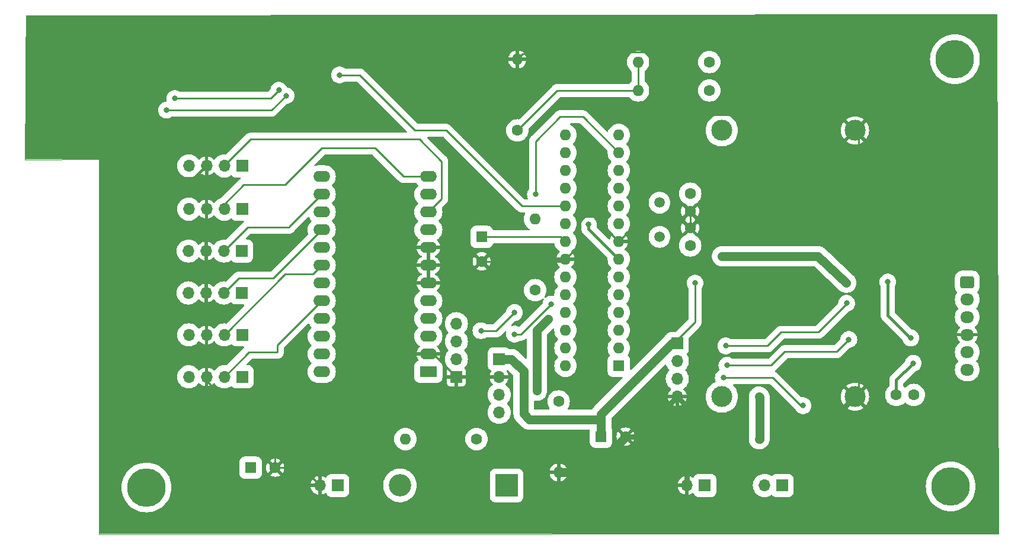
<source format=gbl>
%TF.GenerationSoftware,KiCad,Pcbnew,7.0.9*%
%TF.CreationDate,2023-12-29T10:55:07+07:00*%
%TF.ProjectId,incuTester,696e6375-5465-4737-9465-722e6b696361,rev?*%
%TF.SameCoordinates,Original*%
%TF.FileFunction,Copper,L2,Bot*%
%TF.FilePolarity,Positive*%
%FSLAX46Y46*%
G04 Gerber Fmt 4.6, Leading zero omitted, Abs format (unit mm)*
G04 Created by KiCad (PCBNEW 7.0.9) date 2023-12-29 10:55:07*
%MOMM*%
%LPD*%
G01*
G04 APERTURE LIST*
G04 Aperture macros list*
%AMRoundRect*
0 Rectangle with rounded corners*
0 $1 Rounding radius*
0 $2 $3 $4 $5 $6 $7 $8 $9 X,Y pos of 4 corners*
0 Add a 4 corners polygon primitive as box body*
4,1,4,$2,$3,$4,$5,$6,$7,$8,$9,$2,$3,0*
0 Add four circle primitives for the rounded corners*
1,1,$1+$1,$2,$3*
1,1,$1+$1,$4,$5*
1,1,$1+$1,$6,$7*
1,1,$1+$1,$8,$9*
0 Add four rect primitives between the rounded corners*
20,1,$1+$1,$2,$3,$4,$5,0*
20,1,$1+$1,$4,$5,$6,$7,0*
20,1,$1+$1,$6,$7,$8,$9,0*
20,1,$1+$1,$8,$9,$2,$3,0*%
G04 Aperture macros list end*
%TA.AperFunction,ComponentPad*%
%ADD10C,1.600000*%
%TD*%
%TA.AperFunction,ComponentPad*%
%ADD11O,1.600000X1.600000*%
%TD*%
%TA.AperFunction,ComponentPad*%
%ADD12R,1.700000X1.700000*%
%TD*%
%TA.AperFunction,ComponentPad*%
%ADD13O,1.700000X1.700000*%
%TD*%
%TA.AperFunction,ComponentPad*%
%ADD14C,3.000000*%
%TD*%
%TA.AperFunction,ComponentPad*%
%ADD15R,2.400000X1.600000*%
%TD*%
%TA.AperFunction,ComponentPad*%
%ADD16O,2.400000X1.600000*%
%TD*%
%TA.AperFunction,ComponentPad*%
%ADD17R,1.600000X1.600000*%
%TD*%
%TA.AperFunction,ComponentPad*%
%ADD18C,5.500000*%
%TD*%
%TA.AperFunction,ComponentPad*%
%ADD19R,3.200000X3.200000*%
%TD*%
%TA.AperFunction,ComponentPad*%
%ADD20O,3.200000X3.200000*%
%TD*%
%TA.AperFunction,ComponentPad*%
%ADD21C,1.500000*%
%TD*%
%TA.AperFunction,ComponentPad*%
%ADD22RoundRect,0.250000X-0.725000X0.600000X-0.725000X-0.600000X0.725000X-0.600000X0.725000X0.600000X0*%
%TD*%
%TA.AperFunction,ComponentPad*%
%ADD23O,1.950000X1.700000*%
%TD*%
%TA.AperFunction,ViaPad*%
%ADD24C,0.800000*%
%TD*%
%TA.AperFunction,Conductor*%
%ADD25C,0.250000*%
%TD*%
%TA.AperFunction,Conductor*%
%ADD26C,0.400000*%
%TD*%
%TA.AperFunction,Conductor*%
%ADD27C,0.800000*%
%TD*%
%TA.AperFunction,Conductor*%
%ADD28C,1.300000*%
%TD*%
%TA.AperFunction,Profile*%
%ADD29C,0.100000*%
%TD*%
G04 APERTURE END LIST*
D10*
%TO.P,R5,1*%
%TO.N,Net-(R3-Pad1)*%
X154940000Y-101600000D03*
D11*
%TO.P,R5,2*%
%TO.N,Net-(U2-PD7)*%
X154940000Y-91440000D03*
%TD*%
D12*
%TO.P,P2,1,Pin_1*%
%TO.N,Net-(D1-K)*%
X179197000Y-129540000D03*
D13*
%TO.P,P2,2,Pin_2*%
%TO.N,GND*%
X176657000Y-129540000D03*
%TD*%
D10*
%TO.P,R4,1*%
%TO.N,Net-(R3-Pad1)*%
X158300000Y-117520000D03*
D11*
%TO.P,R4,2*%
%TO.N,GND*%
X158300000Y-127680000D03*
%TD*%
D12*
%TO.P,J3,1,Pin_1*%
%TO.N,+5V*%
X149800000Y-111460000D03*
D13*
%TO.P,J3,2,Pin_2*%
%TO.N,GND*%
X149800000Y-114000000D03*
%TO.P,J3,3,Pin_3*%
%TO.N,Net-(J3-Pin_3)*%
X149800000Y-116540000D03*
%TO.P,J3,4,Pin_4*%
%TO.N,Net-(J3-Pin_4)*%
X149800000Y-119080000D03*
%TD*%
D10*
%TO.P,R1,1*%
%TO.N,Net-(J1-Pin_1)*%
X179832000Y-68961000D03*
D11*
%TO.P,R1,2*%
%TO.N,Net-(R1-Pad2)*%
X169672000Y-68961000D03*
%TD*%
D12*
%TO.P,J1,1,Pin_1*%
%TO.N,Net-(J1-Pin_1)*%
X190246000Y-129540000D03*
D13*
%TO.P,J1,2,Pin_2*%
%TO.N,Net-(D1-K)*%
X187706000Y-129540000D03*
%TD*%
D10*
%TO.P,C_Rst,1*%
%TO.N,RST*%
X206550000Y-116600000D03*
%TO.P,C_Rst,2*%
%TO.N,CRst_1*%
X209050000Y-116600000D03*
%TD*%
D12*
%TO.P,J7,1,Pin_1*%
%TO.N,Net-(J7-Pin_1)*%
X113020000Y-96000000D03*
D13*
%TO.P,J7,2,Pin_2*%
%TO.N,Net-(J7-Pin_2)*%
X110480000Y-96000000D03*
%TO.P,J7,3,Pin_3*%
%TO.N,GND*%
X107940000Y-96000000D03*
%TO.P,J7,4,Pin_4*%
%TO.N,3v3*%
X105400000Y-96000000D03*
%TD*%
D12*
%TO.P,J9,1,Pin_1*%
%TO.N,Net-(J9-Pin_1)*%
X113080000Y-108000000D03*
D13*
%TO.P,J9,2,Pin_2*%
%TO.N,Net-(J9-Pin_2)*%
X110540000Y-108000000D03*
%TO.P,J9,3,Pin_3*%
%TO.N,GND*%
X108000000Y-108000000D03*
%TO.P,J9,4,Pin_4*%
%TO.N,3v3*%
X105460000Y-108000000D03*
%TD*%
D14*
%TO.P,U1,1,+IN*%
%TO.N,Net-(J1-Pin_1)*%
X181610000Y-116840000D03*
%TO.P,U1,2,-IN*%
%TO.N,GND*%
X200660000Y-116840000D03*
%TO.P,U1,3,+5V*%
%TO.N,+5V*%
X181610000Y-78740000D03*
%TO.P,U1,4,GND*%
%TO.N,GND*%
X200660000Y-78740000D03*
%TD*%
D15*
%TO.P,U4,1,VCC*%
%TO.N,3v3*%
X139700000Y-113281000D03*
D16*
%TO.P,U4,2,GND*%
%TO.N,GND*%
X139700000Y-110741000D03*
%TO.P,U4,3,SDA*%
%TO.N,Net-(U2-PC4)*%
X139700000Y-108201000D03*
%TO.P,U4,4,SCL*%
%TO.N,Net-(U2-PC5)*%
X139700000Y-105661000D03*
%TO.P,U4,5,RESET*%
%TO.N,unconnected-(U4-RESET-Pad5)*%
X139700000Y-103121000D03*
%TO.P,U4,6,A0*%
%TO.N,GND*%
X139700000Y-100581000D03*
%TO.P,U4,7,A1*%
X139700000Y-98041000D03*
%TO.P,U4,8,A2*%
X139700000Y-95501000D03*
%TO.P,U4,9,SD0*%
%TO.N,Net-(J5-Pin_1)*%
X139700000Y-92961000D03*
%TO.P,U4,10,SC0*%
%TO.N,Net-(J5-Pin_2)*%
X139700000Y-90421000D03*
%TO.P,U4,11,SD1*%
%TO.N,Net-(J6-Pin_1)*%
X139700000Y-87881000D03*
%TO.P,U4,12,SC1*%
%TO.N,Net-(J6-Pin_2)*%
X139700000Y-85341000D03*
%TO.P,U4,13,SD2*%
%TO.N,Net-(J7-Pin_1)*%
X124460000Y-85341000D03*
%TO.P,U4,14,SC2*%
%TO.N,Net-(J7-Pin_2)*%
X124460000Y-87881000D03*
%TO.P,U4,15,SD3*%
%TO.N,Net-(J8-Pin_1)*%
X124460000Y-90421000D03*
%TO.P,U4,16,SC3*%
%TO.N,Net-(J8-Pin_2)*%
X124460000Y-92961000D03*
%TO.P,U4,17,SD4*%
%TO.N,Net-(J9-Pin_1)*%
X124460000Y-95501000D03*
%TO.P,U4,18,SC4*%
%TO.N,Net-(J9-Pin_2)*%
X124460000Y-98041000D03*
%TO.P,U4,19,SD5*%
%TO.N,Net-(J10-Pin_1)*%
X124460000Y-100581000D03*
%TO.P,U4,20,SC5*%
%TO.N,Net-(J10-Pin_2)*%
X124460000Y-103121000D03*
%TO.P,U4,21,SD6*%
%TO.N,unconnected-(U4-SD6-Pad21)*%
X124460000Y-105661000D03*
%TO.P,U4,22,SC6*%
%TO.N,unconnected-(U4-SC6-Pad22)*%
X124460000Y-108201000D03*
%TO.P,U4,23,SD7*%
%TO.N,unconnected-(U4-SD7-Pad23)*%
X124460000Y-110741000D03*
%TO.P,U4,24,SC7*%
%TO.N,unconnected-(U4-SC7-Pad24)*%
X124460000Y-113281000D03*
%TD*%
D17*
%TO.P,U2,1,~{RESET}/PC6*%
%TO.N,RST*%
X166904000Y-112416000D03*
D11*
%TO.P,U2,2,PD0*%
%TO.N,Net-(J2-Pin_3)*%
X166904000Y-109876000D03*
%TO.P,U2,3,PD1*%
%TO.N,Net-(J2-Pin_2)*%
X166904000Y-107336000D03*
%TO.P,U2,4,PD2*%
%TO.N,unconnected-(U2-PD2-Pad4)*%
X166904000Y-104796000D03*
%TO.P,U2,5,PD3*%
%TO.N,unconnected-(U2-PD3-Pad5)*%
X166904000Y-102256000D03*
%TO.P,U2,6,PD4*%
%TO.N,unconnected-(U2-PD4-Pad6)*%
X166904000Y-99716000D03*
%TO.P,U2,7,VCC*%
%TO.N,+5V*%
X166904000Y-97176000D03*
%TO.P,U2,8,GND*%
%TO.N,GND*%
X166904000Y-94636000D03*
%TO.P,U2,9,XTAL1/PB6*%
%TO.N,Net-(U2-XTAL1{slash}PB6)*%
X166904000Y-92096000D03*
%TO.P,U2,10,XTAL2/PB7*%
%TO.N,Net-(U2-XTAL2{slash}PB7)*%
X166904000Y-89556000D03*
%TO.P,U2,11,PD5*%
%TO.N,unconnected-(U2-PD5-Pad11)*%
X166904000Y-87016000D03*
%TO.P,U2,12,PD6*%
%TO.N,unconnected-(U2-PD6-Pad12)*%
X166904000Y-84476000D03*
%TO.P,U2,13,PD7*%
%TO.N,Net-(U2-PD7)*%
X166904000Y-81936000D03*
%TO.P,U2,14,PB0*%
%TO.N,unconnected-(U2-PB0-Pad14)*%
X166904000Y-79396000D03*
%TO.P,U2,15,PB1*%
%TO.N,unconnected-(U2-PB1-Pad15)*%
X159284000Y-79396000D03*
%TO.P,U2,16,PB2*%
%TO.N,/CS*%
X159284000Y-81936000D03*
%TO.P,U2,17,PB3*%
%TO.N,/MOSI*%
X159284000Y-84476000D03*
%TO.P,U2,18,PB4*%
%TO.N,/MISO*%
X159284000Y-87016000D03*
%TO.P,U2,19,PB5*%
%TO.N,/SCLK*%
X159284000Y-89556000D03*
%TO.P,U2,20,AVCC*%
%TO.N,+5V*%
X159284000Y-92096000D03*
%TO.P,U2,21,AREF*%
%TO.N,Net-(U2-AREF)*%
X159284000Y-94636000D03*
%TO.P,U2,22,GND*%
%TO.N,GND*%
X159284000Y-97176000D03*
%TO.P,U2,23,PC0*%
%TO.N,Net-(U2-PC0)*%
X159284000Y-99716000D03*
%TO.P,U2,24,PC1*%
%TO.N,Net-(J3-Pin_3)*%
X159284000Y-102256000D03*
%TO.P,U2,25,PC2*%
%TO.N,Net-(J3-Pin_4)*%
X159284000Y-104796000D03*
%TO.P,U2,26,PC3*%
%TO.N,unconnected-(U2-PC3-Pad26)*%
X159284000Y-107336000D03*
%TO.P,U2,27,PC4*%
%TO.N,Net-(U2-PC4)*%
X159284000Y-109876000D03*
%TO.P,U2,28,PC5*%
%TO.N,Net-(U2-PC5)*%
X159284000Y-112416000D03*
%TD*%
D18*
%TO.P,,1*%
%TO.N,N/C*%
X99420000Y-129820000D03*
%TD*%
D17*
%TO.P,C1,1*%
%TO.N,Net-(U2-AREF)*%
X147320000Y-93980000D03*
D10*
%TO.P,C1,2*%
%TO.N,GND*%
X147320000Y-97480000D03*
%TD*%
D12*
%TO.P,J2,1,Pin_1*%
%TO.N,+5V*%
X175260000Y-109220000D03*
D13*
%TO.P,J2,2,Pin_2*%
%TO.N,Net-(J2-Pin_2)*%
X175260000Y-111760000D03*
%TO.P,J2,3,Pin_3*%
%TO.N,Net-(J2-Pin_3)*%
X175260000Y-114300000D03*
%TO.P,J2,4,Pin_4*%
%TO.N,GND*%
X175260000Y-116840000D03*
%TD*%
D12*
%TO.P,P1,1,Pin_1*%
%TO.N,Net-(D1-A)*%
X126746000Y-129540000D03*
D13*
%TO.P,P1,2,Pin_2*%
%TO.N,GND*%
X124206000Y-129540000D03*
%TD*%
D12*
%TO.P,J5,1,Pin_1*%
%TO.N,Net-(J5-Pin_1)*%
X113080000Y-83820000D03*
D13*
%TO.P,J5,2,Pin_2*%
%TO.N,Net-(J5-Pin_2)*%
X110540000Y-83820000D03*
%TO.P,J5,3,Pin_3*%
%TO.N,GND*%
X108000000Y-83820000D03*
%TO.P,J5,4,Pin_4*%
%TO.N,3v3*%
X105460000Y-83820000D03*
%TD*%
D19*
%TO.P,D1,1,K*%
%TO.N,Net-(D1-K)*%
X150876000Y-129540000D03*
D20*
%TO.P,D1,2,A*%
%TO.N,Net-(D1-A)*%
X135636000Y-129540000D03*
%TD*%
D12*
%TO.P,J10,1,Pin_1*%
%TO.N,Net-(J10-Pin_1)*%
X113080000Y-114000000D03*
D13*
%TO.P,J10,2,Pin_2*%
%TO.N,Net-(J10-Pin_2)*%
X110540000Y-114000000D03*
%TO.P,J10,3,Pin_3*%
%TO.N,GND*%
X108000000Y-114000000D03*
%TO.P,J10,4,Pin_4*%
%TO.N,3v3*%
X105460000Y-114000000D03*
%TD*%
D12*
%TO.P,J8,1,Pin_1*%
%TO.N,Net-(J8-Pin_1)*%
X113020000Y-102000000D03*
D13*
%TO.P,J8,2,Pin_2*%
%TO.N,Net-(J8-Pin_2)*%
X110480000Y-102000000D03*
%TO.P,J8,3,Pin_3*%
%TO.N,GND*%
X107940000Y-102000000D03*
%TO.P,J8,4,Pin_4*%
%TO.N,3v3*%
X105400000Y-102000000D03*
%TD*%
D18*
%TO.P,REF\u002A\u002A,1*%
%TO.N,N/C*%
X214330000Y-129680000D03*
%TD*%
D10*
%TO.P,R2,1*%
%TO.N,Net-(R1-Pad2)*%
X152400000Y-78740000D03*
D11*
%TO.P,R2,2*%
%TO.N,GND*%
X152400000Y-68580000D03*
%TD*%
D10*
%TO.P,R6,1*%
%TO.N,Net-(U2-PC0)*%
X179832000Y-73025000D03*
D11*
%TO.P,R6,2*%
%TO.N,Net-(R1-Pad2)*%
X169672000Y-73025000D03*
%TD*%
D17*
%TO.P,C3,1*%
%TO.N,3v3*%
X114300000Y-127000000D03*
D10*
%TO.P,C3,2*%
%TO.N,GND*%
X117800000Y-127000000D03*
%TD*%
%TO.P,C5,1*%
%TO.N,Net-(U2-XTAL2{slash}PB7)*%
X177100000Y-87800000D03*
%TO.P,C5,2*%
%TO.N,GND*%
X177100000Y-90300000D03*
%TD*%
%TO.P,C4,1*%
%TO.N,Net-(U2-XTAL1{slash}PB6)*%
X177100000Y-95200000D03*
%TO.P,C4,2*%
%TO.N,GND*%
X177100000Y-92700000D03*
%TD*%
D21*
%TO.P,X1,1,1*%
%TO.N,Net-(U2-XTAL1{slash}PB6)*%
X172720000Y-93980000D03*
%TO.P,X1,2,2*%
%TO.N,Net-(U2-XTAL2{slash}PB7)*%
X172720000Y-89080000D03*
%TD*%
D12*
%TO.P,i2C1,1,Pin_1*%
%TO.N,GND*%
X143700000Y-114020000D03*
D13*
%TO.P,i2C1,2,Pin_2*%
%TO.N,+5V*%
X143700000Y-111480000D03*
%TO.P,i2C1,3,Pin_3*%
%TO.N,Net-(U2-PC4)*%
X143700000Y-108940000D03*
%TO.P,i2C1,4,Pin_4*%
%TO.N,Net-(U2-PC5)*%
X143700000Y-106400000D03*
%TD*%
D12*
%TO.P,J6,1,Pin_1*%
%TO.N,Net-(J6-Pin_1)*%
X113080000Y-90000000D03*
D13*
%TO.P,J6,2,Pin_2*%
%TO.N,Net-(J6-Pin_2)*%
X110540000Y-90000000D03*
%TO.P,J6,3,Pin_3*%
%TO.N,GND*%
X108000000Y-90000000D03*
%TO.P,J6,4,Pin_4*%
%TO.N,3v3*%
X105460000Y-90000000D03*
%TD*%
D17*
%TO.P,C2,1*%
%TO.N,+5V*%
X164378000Y-122555000D03*
D10*
%TO.P,C2,2*%
%TO.N,GND*%
X167878000Y-122555000D03*
%TD*%
%TO.P,R3,1*%
%TO.N,Net-(R3-Pad1)*%
X146580000Y-122900000D03*
D11*
%TO.P,R3,2*%
%TO.N,Net-(D1-A)*%
X136420000Y-122900000D03*
%TD*%
D22*
%TO.P,REF\u002A\u002A,1*%
%TO.N,+5V*%
X216700000Y-100470000D03*
D23*
%TO.P,REF\u002A\u002A,2*%
%TO.N,Net-(J2-Pin_2)*%
X216700000Y-102970000D03*
%TO.P,REF\u002A\u002A,3*%
%TO.N,Net-(J2-Pin_3)*%
X216700000Y-105470000D03*
%TO.P,REF\u002A\u002A,4*%
%TO.N,GND*%
X216700000Y-107970000D03*
%TO.P,REF\u002A\u002A,5*%
%TO.N,N/C*%
X216700000Y-110470000D03*
%TO.P,REF\u002A\u002A,6*%
%TO.N,CRst_1*%
X216700000Y-112970000D03*
%TD*%
D18*
%TO.P,,1*%
%TO.N,N/C*%
X214930000Y-68560000D03*
%TD*%
D24*
%TO.N,GND*%
X219600000Y-109000000D03*
X154300000Y-68300000D03*
X144600000Y-64400000D03*
X219600000Y-106500000D03*
X120900000Y-125900000D03*
X147400000Y-88100000D03*
X96300000Y-97100000D03*
X100900000Y-77800000D03*
X144900000Y-86700000D03*
X174200000Y-105600000D03*
X219600000Y-107800000D03*
X133400000Y-120200000D03*
X146000000Y-64300000D03*
X101511331Y-84972710D03*
X108200000Y-93500000D03*
X198000000Y-116000000D03*
X169300000Y-93400000D03*
X154400000Y-69400000D03*
X107300000Y-86300000D03*
X201500000Y-113800000D03*
X121300000Y-124500000D03*
X172100000Y-118500000D03*
X191000000Y-67200000D03*
X173400000Y-104900000D03*
X162800000Y-98700000D03*
X174200000Y-128100000D03*
X142900000Y-99300000D03*
X201600000Y-124300000D03*
X174200000Y-131000000D03*
X179700000Y-95200000D03*
X108000000Y-87100000D03*
X199600000Y-81900000D03*
X120100000Y-124700000D03*
X202500000Y-121200000D03*
X150300000Y-69300000D03*
X174200000Y-129500000D03*
X134000000Y-118900000D03*
X175100000Y-127100000D03*
X147700000Y-67200000D03*
X108700000Y-111100000D03*
X179600000Y-96600000D03*
X108100000Y-105200000D03*
X168800000Y-94400000D03*
X135500000Y-118600000D03*
X106200000Y-124100000D03*
X200400000Y-124600000D03*
X194800000Y-70300000D03*
X109600000Y-125200000D03*
X121500000Y-77700000D03*
X120500000Y-123400000D03*
X198400000Y-80900000D03*
X107300000Y-98700000D03*
X187900000Y-132200000D03*
X96200000Y-89900000D03*
X150500000Y-82100000D03*
X108000000Y-116500000D03*
X204000000Y-77900000D03*
X96100000Y-86200000D03*
X191400000Y-70200000D03*
X177900000Y-115600000D03*
X204000000Y-80300000D03*
X197800000Y-78000000D03*
X185500000Y-132200000D03*
X103300000Y-66800000D03*
X144100000Y-99300000D03*
X200000000Y-113800000D03*
X107300000Y-104800000D03*
X204000000Y-76500000D03*
X96200000Y-89900000D03*
X177800000Y-117300000D03*
X96300000Y-93300000D03*
X219600000Y-105300000D03*
X180100000Y-94300000D03*
X111100000Y-125300000D03*
X202600000Y-123300000D03*
X143000000Y-100500000D03*
X101500000Y-66800000D03*
X172400000Y-117200000D03*
X124100000Y-77700000D03*
X181500000Y-98900000D03*
X109300000Y-116600000D03*
X204000000Y-79000000D03*
X198800000Y-114700000D03*
X186700000Y-132200000D03*
X107600000Y-79900000D03*
X150300000Y-67900000D03*
X144300000Y-100500000D03*
X120900000Y-125900000D03*
X108200000Y-124400000D03*
X198000000Y-79700000D03*
X194400000Y-67200000D03*
X106900000Y-80800000D03*
X107400000Y-110800000D03*
X107300000Y-92900000D03*
X147700000Y-65400000D03*
X108300000Y-99200000D03*
X152600000Y-84600000D03*
%TO.N,+5V*%
X181640000Y-96740000D03*
X208630000Y-108450000D03*
X205330000Y-100430000D03*
X162560000Y-92202000D03*
X177800000Y-100584000D03*
X199410000Y-100540000D03*
%TO.N,Net-(U2-PC4)*%
X147200000Y-107400000D03*
X152000000Y-104800000D03*
%TO.N,Net-(J1-Pin_1)*%
X186944000Y-116840000D03*
X186944000Y-123190000D03*
%TO.N,Net-(J2-Pin_2)*%
X182190000Y-109570000D03*
X199450000Y-103470000D03*
%TO.N,Net-(J2-Pin_3)*%
X199760000Y-108660000D03*
X182350000Y-112340000D03*
%TO.N,Net-(J3-Pin_3)*%
X157200000Y-103600000D03*
X152000000Y-107900000D03*
%TO.N,/CS*%
X119350000Y-73770000D03*
X102280000Y-75850000D03*
%TO.N,/MOSI*%
X103460000Y-74170000D03*
X118330000Y-72990000D03*
%TO.N,/SCLK*%
X127000000Y-70815500D03*
%TO.N,Net-(U2-PD7)*%
X155000000Y-87900000D03*
%TO.N,Net-(R3-Pad1)*%
X156800000Y-105700000D03*
X155200000Y-116000000D03*
%TO.N,RST*%
X193220000Y-118120000D03*
X181830000Y-114120000D03*
X208980000Y-112050000D03*
%TD*%
D25*
%TO.N,GND*%
X107870000Y-111270000D02*
X107870000Y-114474000D01*
D26*
X102138621Y-85600000D02*
X106160000Y-85600000D01*
D25*
X168700000Y-92840000D02*
X168700000Y-80220000D01*
X108010000Y-91440000D02*
X108010000Y-87689000D01*
D27*
X176657000Y-129540000D02*
X176657000Y-127743000D01*
D25*
X107870000Y-105430000D02*
X107870000Y-110330000D01*
X166904000Y-94636000D02*
X168700000Y-92840000D01*
D27*
X176657000Y-127743000D02*
X179419000Y-124981000D01*
D25*
X107940000Y-101600000D02*
X107870000Y-101670000D01*
X158980000Y-97480000D02*
X159284000Y-97176000D01*
X121666000Y-127000000D02*
X124206000Y-129540000D01*
X107940000Y-83820000D02*
X108010000Y-83890000D01*
D26*
X101538621Y-85000000D02*
X102138621Y-85600000D01*
D25*
X139700000Y-98041000D02*
X139700000Y-95501000D01*
D28*
X162753000Y-127680000D02*
X167878000Y-122555000D01*
D25*
X107940000Y-98840000D02*
X107940000Y-96520000D01*
X162100000Y-91100000D02*
X163400000Y-91100000D01*
X170180000Y-78740000D02*
X172420000Y-76500000D01*
X163400000Y-91100000D02*
X163400000Y-91132000D01*
X171300000Y-77620000D02*
X170180000Y-78740000D01*
X147320000Y-97480000D02*
X158980000Y-97480000D01*
D27*
X192519000Y-124981000D02*
X200660000Y-116840000D01*
D25*
X108010000Y-87110000D02*
X108000000Y-87100000D01*
X108010000Y-87689000D02*
X108010000Y-87110000D01*
D27*
X169545000Y-122555000D02*
X175260000Y-116840000D01*
D25*
X107940000Y-101600000D02*
X107940000Y-99560000D01*
X171300000Y-68200000D02*
X171300000Y-77620000D01*
D27*
X176657000Y-118237000D02*
X176657000Y-129540000D01*
D25*
X152400000Y-68580000D02*
X153144000Y-67836000D01*
X201200000Y-116300000D02*
X200660000Y-116840000D01*
X163400000Y-91132000D02*
X166904000Y-94636000D01*
D27*
X167878000Y-122555000D02*
X169545000Y-122555000D01*
D25*
X198420000Y-76500000D02*
X200660000Y-78740000D01*
X152400000Y-68580000D02*
X151780000Y-68580000D01*
X154300000Y-68300000D02*
X155100000Y-67500000D01*
X140421000Y-110741000D02*
X143700000Y-114020000D01*
X172420000Y-76500000D02*
X198420000Y-76500000D01*
X101511331Y-84972710D02*
X101538621Y-85000000D01*
X107870000Y-110330000D02*
X107400000Y-110800000D01*
X153144000Y-67836000D02*
X153836000Y-67836000D01*
X107940000Y-93240000D02*
X107940000Y-91510000D01*
X108100000Y-105200000D02*
X107870000Y-105430000D01*
X177100000Y-90300000D02*
X177100000Y-92700000D01*
X109300000Y-116600000D02*
X109996000Y-116600000D01*
X107400000Y-110800000D02*
X107870000Y-111270000D01*
X108300000Y-99200000D02*
X107940000Y-98840000D01*
X108010000Y-87090000D02*
X108000000Y-87100000D01*
X161400000Y-91800000D02*
X162100000Y-91100000D01*
D27*
X175260000Y-116840000D02*
X176657000Y-118237000D01*
D25*
X201200000Y-79280000D02*
X201200000Y-116300000D01*
X168700000Y-80220000D02*
X170180000Y-78740000D01*
X107870000Y-101670000D02*
X107870000Y-104970000D01*
X107940000Y-91510000D02*
X108010000Y-91440000D01*
X149780000Y-114020000D02*
X149800000Y-114000000D01*
X107940000Y-99560000D02*
X108300000Y-99200000D01*
X139700000Y-100581000D02*
X139700000Y-98041000D01*
X117800000Y-127000000D02*
X121666000Y-127000000D01*
X109996000Y-116600000D02*
X117800000Y-124404000D01*
X139700000Y-110741000D02*
X140421000Y-110741000D01*
X161400000Y-95060000D02*
X161400000Y-91800000D01*
X159284000Y-97176000D02*
X161400000Y-95060000D01*
X153836000Y-67836000D02*
X154300000Y-68300000D01*
X107940000Y-96520000D02*
X107940000Y-93760000D01*
D27*
X179419000Y-124981000D02*
X192519000Y-124981000D01*
D25*
X143700000Y-114020000D02*
X149780000Y-114020000D01*
X117800000Y-124404000D02*
X117800000Y-127000000D01*
X108200000Y-93500000D02*
X107940000Y-93240000D01*
D26*
X108010000Y-83890000D02*
X108010000Y-87090000D01*
D28*
X158300000Y-127680000D02*
X162753000Y-127680000D01*
D25*
X107870000Y-104970000D02*
X108100000Y-105200000D01*
X145341000Y-95501000D02*
X147320000Y-97480000D01*
X139700000Y-95501000D02*
X145341000Y-95501000D01*
X155100000Y-67500000D02*
X170600000Y-67500000D01*
X109300000Y-115904000D02*
X109300000Y-116600000D01*
X107940000Y-93760000D02*
X108200000Y-93500000D01*
X200660000Y-78740000D02*
X201200000Y-79280000D01*
D26*
X106160000Y-85600000D02*
X107940000Y-83820000D01*
D25*
X107870000Y-114474000D02*
X109300000Y-115904000D01*
X170600000Y-67500000D02*
X171300000Y-68200000D01*
D28*
%TO.N,+5V*%
X181640000Y-96740000D02*
X195370000Y-96740000D01*
X174480000Y-109220000D02*
X164378000Y-119322000D01*
D25*
X208630000Y-108500000D02*
X208530000Y-108400000D01*
D28*
X164378000Y-119322000D02*
X164378000Y-120102000D01*
X153300000Y-113200000D02*
X153300000Y-119300000D01*
X154102000Y-120102000D02*
X164378000Y-120102000D01*
D26*
X162560000Y-92202000D02*
X162560000Y-92832000D01*
D28*
X164378000Y-120102000D02*
X164378000Y-122555000D01*
X175260000Y-109220000D02*
X174480000Y-109220000D01*
D26*
X205330000Y-100430000D02*
X205330000Y-105200000D01*
D28*
X151560000Y-111460000D02*
X153300000Y-113200000D01*
D25*
X177800000Y-100584000D02*
X177800000Y-106172000D01*
X199410000Y-100540000D02*
X199210000Y-100580000D01*
X208580000Y-108450000D02*
X208630000Y-108450000D01*
D26*
X162560000Y-92832000D02*
X166904000Y-97176000D01*
D28*
X153300000Y-119300000D02*
X154102000Y-120102000D01*
D25*
X208630000Y-108450000D02*
X208630000Y-108500000D01*
D26*
X205330000Y-105200000D02*
X208580000Y-108450000D01*
D28*
X149800000Y-111460000D02*
X151560000Y-111460000D01*
X195370000Y-96740000D02*
X199410000Y-100540000D01*
D25*
X177800000Y-106172000D02*
X175260000Y-108712000D01*
%TO.N,Net-(U2-AREF)*%
X147320000Y-93980000D02*
X158628000Y-93980000D01*
X158628000Y-93980000D02*
X159284000Y-94636000D01*
%TO.N,Net-(U2-PC4)*%
X149400000Y-107400000D02*
X147200000Y-107400000D01*
X152000000Y-104800000D02*
X149400000Y-107400000D01*
D28*
%TO.N,Net-(J1-Pin_1)*%
X186998000Y-116894000D02*
X186998000Y-122882000D01*
X186998000Y-122882000D02*
X186944000Y-122936000D01*
X186944000Y-116840000D02*
X186998000Y-116894000D01*
D25*
%TO.N,Net-(J2-Pin_2)*%
X195415000Y-107630000D02*
X199420000Y-103625000D01*
X190110000Y-107630000D02*
X195415000Y-107630000D01*
X188170000Y-109570000D02*
X190110000Y-107630000D01*
X199420000Y-103625000D02*
X199420000Y-103495000D01*
X182190000Y-109570000D02*
X188170000Y-109570000D01*
%TO.N,Net-(J2-Pin_3)*%
X199770000Y-108660000D02*
X199690000Y-108740000D01*
X198030000Y-110400000D02*
X199760000Y-108670000D01*
X199760000Y-108660000D02*
X199770000Y-108660000D01*
X199760000Y-108670000D02*
X199760000Y-108660000D01*
X190620000Y-110400000D02*
X198030000Y-110400000D01*
X188680000Y-112340000D02*
X190620000Y-110400000D01*
X182350000Y-112340000D02*
X188680000Y-112340000D01*
%TO.N,Net-(J3-Pin_3)*%
X152900000Y-107900000D02*
X157200000Y-103600000D01*
X152000000Y-107900000D02*
X152900000Y-107900000D01*
%TO.N,/CS*%
X117270000Y-75850000D02*
X119350000Y-73770000D01*
X102280000Y-75850000D02*
X117270000Y-75850000D01*
%TO.N,/MOSI*%
X103460000Y-74170000D02*
X117150000Y-74170000D01*
X117150000Y-74170000D02*
X118330000Y-72990000D01*
%TO.N,/SCLK*%
X153056000Y-89556000D02*
X159284000Y-89556000D01*
X127000000Y-70815500D02*
X129871896Y-70815500D01*
X137796396Y-78740000D02*
X142240000Y-78740000D01*
X129871896Y-70815500D02*
X137796396Y-78740000D01*
X142240000Y-78740000D02*
X153056000Y-89556000D01*
%TO.N,Net-(J5-Pin_2)*%
X141600000Y-88521000D02*
X139700000Y-90421000D01*
X141600000Y-83180000D02*
X141600000Y-88521000D01*
X138420000Y-80000000D02*
X141600000Y-83180000D01*
X110480000Y-83820000D02*
X114300000Y-80000000D01*
X114300000Y-80000000D02*
X138420000Y-80000000D01*
%TO.N,Net-(J6-Pin_2)*%
X113286000Y-86514000D02*
X110540000Y-89260000D01*
X132080000Y-81280000D02*
X124460000Y-81280000D01*
X110540000Y-89260000D02*
X110540000Y-90000000D01*
X139700000Y-85341000D02*
X136141000Y-85341000D01*
X136141000Y-85341000D02*
X132080000Y-81280000D01*
X119226000Y-86514000D02*
X113286000Y-86514000D01*
X124460000Y-81280000D02*
X119226000Y-86514000D01*
%TO.N,Net-(J7-Pin_2)*%
X119800000Y-92600000D02*
X119800000Y-92541000D01*
X119800000Y-92541000D02*
X124460000Y-87881000D01*
X113880000Y-92600000D02*
X119800000Y-92600000D01*
X110480000Y-96000000D02*
X113880000Y-92600000D01*
%TO.N,Net-(J8-Pin_2)*%
X110480000Y-102000000D02*
X112580000Y-99900000D01*
X112580000Y-99900000D02*
X117521000Y-99900000D01*
X117521000Y-99900000D02*
X124460000Y-92961000D01*
%TO.N,Net-(J9-Pin_2)*%
X123187000Y-99314000D02*
X119226000Y-99314000D01*
X123187000Y-99314000D02*
X124460000Y-98041000D01*
X119226000Y-99314000D02*
X110540000Y-108000000D01*
%TO.N,Net-(J10-Pin_2)*%
X114040000Y-110500000D02*
X118100000Y-110500000D01*
X110540000Y-114000000D02*
X114040000Y-110500000D01*
X118100000Y-110500000D02*
X118100000Y-109481000D01*
X118100000Y-109481000D02*
X124460000Y-103121000D01*
%TO.N,Net-(U2-PD7)*%
X155000000Y-80300000D02*
X155000000Y-87900000D01*
X161768000Y-76800000D02*
X158500000Y-76800000D01*
X155000000Y-87900000D02*
X155000000Y-87800000D01*
X158500000Y-76800000D02*
X155000000Y-80300000D01*
X166904000Y-81936000D02*
X161768000Y-76800000D01*
%TO.N,Net-(R1-Pad2)*%
X158115000Y-73025000D02*
X169672000Y-73025000D01*
X169672000Y-73025000D02*
X169672000Y-68961000D01*
X152400000Y-78740000D02*
X158115000Y-73025000D01*
D28*
%TO.N,Net-(R3-Pad1)*%
X155200000Y-107300000D02*
X156800000Y-105700000D01*
X155200000Y-116000000D02*
X155200000Y-107300000D01*
D26*
%TO.N,RST*%
X208980000Y-112050000D02*
X206550000Y-114480000D01*
D25*
X181830000Y-114120000D02*
X188880000Y-114120000D01*
D26*
X206550000Y-114480000D02*
X206550000Y-116600000D01*
D25*
X193220000Y-118120000D02*
X193260000Y-118160000D01*
X208980000Y-112050000D02*
X209050000Y-112120000D01*
X192920000Y-118160000D02*
X193220000Y-118120000D01*
X188880000Y-114120000D02*
X192920000Y-118160000D01*
%TD*%
%TA.AperFunction,Conductor*%
%TO.N,GND*%
G36*
X161400322Y-77745185D02*
G01*
X161420964Y-77761819D01*
X165279768Y-81620623D01*
X165313253Y-81681946D01*
X165315705Y-81718033D01*
X165298551Y-81935999D01*
X165318317Y-82187151D01*
X165377126Y-82432110D01*
X165473533Y-82664859D01*
X165605160Y-82879653D01*
X165605161Y-82879656D01*
X165648489Y-82930386D01*
X165768776Y-83071224D01*
X165809195Y-83105745D01*
X165816179Y-83111710D01*
X165854372Y-83170217D01*
X165854870Y-83240085D01*
X165817516Y-83299131D01*
X165816179Y-83300290D01*
X165768776Y-83340776D01*
X165605161Y-83532343D01*
X165605160Y-83532346D01*
X165473533Y-83747140D01*
X165377126Y-83979889D01*
X165318317Y-84224848D01*
X165298551Y-84476000D01*
X165318317Y-84727151D01*
X165377126Y-84972110D01*
X165473533Y-85204859D01*
X165605160Y-85419653D01*
X165605161Y-85419656D01*
X165660604Y-85484571D01*
X165768776Y-85611224D01*
X165786435Y-85626306D01*
X165816179Y-85651710D01*
X165854372Y-85710217D01*
X165854870Y-85780085D01*
X165817516Y-85839131D01*
X165816179Y-85840290D01*
X165768776Y-85880776D01*
X165605161Y-86072343D01*
X165605160Y-86072346D01*
X165473533Y-86287140D01*
X165377126Y-86519889D01*
X165318317Y-86764848D01*
X165298551Y-87016000D01*
X165318317Y-87267151D01*
X165377126Y-87512110D01*
X165473533Y-87744859D01*
X165605160Y-87959653D01*
X165605161Y-87959656D01*
X165660604Y-88024571D01*
X165768776Y-88151224D01*
X165785873Y-88165826D01*
X165816179Y-88191710D01*
X165854372Y-88250217D01*
X165854870Y-88320085D01*
X165817516Y-88379131D01*
X165816186Y-88380283D01*
X165806092Y-88388905D01*
X165768776Y-88420776D01*
X165605161Y-88612343D01*
X165605160Y-88612346D01*
X165473533Y-88827140D01*
X165377126Y-89059889D01*
X165318317Y-89304848D01*
X165298551Y-89556000D01*
X165318317Y-89807151D01*
X165377126Y-90052110D01*
X165473533Y-90284859D01*
X165605160Y-90499653D01*
X165605161Y-90499656D01*
X165605164Y-90499659D01*
X165768776Y-90691224D01*
X165792095Y-90711140D01*
X165816179Y-90731710D01*
X165854372Y-90790217D01*
X165854870Y-90860085D01*
X165817516Y-90919131D01*
X165816179Y-90920290D01*
X165768776Y-90960776D01*
X165605161Y-91152343D01*
X165605160Y-91152346D01*
X165473533Y-91367140D01*
X165377126Y-91599889D01*
X165318317Y-91844848D01*
X165298551Y-92096000D01*
X165318317Y-92347151D01*
X165377126Y-92592110D01*
X165473533Y-92824859D01*
X165605160Y-93039653D01*
X165605161Y-93039656D01*
X165628697Y-93067213D01*
X165768776Y-93231224D01*
X165960341Y-93394836D01*
X166040974Y-93444248D01*
X166087849Y-93496059D01*
X166099272Y-93564989D01*
X166071615Y-93629151D01*
X166063866Y-93637656D01*
X165904339Y-93797183D01*
X165773865Y-93983517D01*
X165677734Y-94189673D01*
X165677731Y-94189680D01*
X165660384Y-94254421D01*
X165624019Y-94314081D01*
X165561172Y-94344610D01*
X165491796Y-94336315D01*
X165452928Y-94310008D01*
X163757068Y-92614148D01*
X163723583Y-92552825D01*
X163725482Y-92492534D01*
X163745115Y-92423536D01*
X163765643Y-92202000D01*
X163745115Y-91980464D01*
X163684229Y-91766472D01*
X163684224Y-91766461D01*
X163585061Y-91567316D01*
X163585056Y-91567308D01*
X163450979Y-91389761D01*
X163286562Y-91239876D01*
X163286560Y-91239874D01*
X163097404Y-91122754D01*
X163097398Y-91122752D01*
X162889940Y-91042382D01*
X162671243Y-91001500D01*
X162448757Y-91001500D01*
X162230060Y-91042382D01*
X162189072Y-91058261D01*
X162022601Y-91122752D01*
X162022595Y-91122754D01*
X161833439Y-91239874D01*
X161833437Y-91239876D01*
X161669020Y-91389761D01*
X161534943Y-91567308D01*
X161534938Y-91567316D01*
X161435775Y-91766461D01*
X161435769Y-91766476D01*
X161374885Y-91980462D01*
X161374884Y-91980464D01*
X161354357Y-92201999D01*
X161354357Y-92202000D01*
X161374884Y-92423535D01*
X161374885Y-92423537D01*
X161435769Y-92637523D01*
X161435775Y-92637538D01*
X161534938Y-92836683D01*
X161537959Y-92841561D01*
X161535879Y-92842848D01*
X161556863Y-92898357D01*
X161557052Y-92905850D01*
X161557243Y-92908370D01*
X161563901Y-92945514D01*
X161567729Y-92966873D01*
X161568064Y-92968739D01*
X161568718Y-92973404D01*
X161574925Y-93034430D01*
X161574927Y-93034444D01*
X161585208Y-93067213D01*
X161587079Y-93074837D01*
X161591591Y-93100000D01*
X161592948Y-93107573D01*
X161593142Y-93108652D01*
X161593142Y-93108655D01*
X161615894Y-93165612D01*
X161617474Y-93170051D01*
X161635841Y-93228588D01*
X161635844Y-93228595D01*
X161652509Y-93258619D01*
X161655879Y-93265714D01*
X161668622Y-93297614D01*
X161668627Y-93297624D01*
X161702377Y-93348833D01*
X161704818Y-93352863D01*
X161734588Y-93406498D01*
X161734589Y-93406499D01*
X161734591Y-93406502D01*
X161756968Y-93432567D01*
X161761693Y-93438835D01*
X161773738Y-93457110D01*
X161780598Y-93467519D01*
X161823978Y-93510899D01*
X161827169Y-93514343D01*
X161852039Y-93543312D01*
X161867134Y-93560895D01*
X161894294Y-93581918D01*
X161900190Y-93587111D01*
X165272029Y-96958950D01*
X165305514Y-97020273D01*
X165307966Y-97056359D01*
X165298551Y-97175999D01*
X165318317Y-97427151D01*
X165377126Y-97672110D01*
X165473533Y-97904859D01*
X165605160Y-98119653D01*
X165605161Y-98119656D01*
X165652959Y-98175620D01*
X165768776Y-98311224D01*
X165816178Y-98351709D01*
X165816179Y-98351710D01*
X165854372Y-98410217D01*
X165854870Y-98480085D01*
X165817516Y-98539131D01*
X165816179Y-98540290D01*
X165768776Y-98580776D01*
X165605161Y-98772343D01*
X165605160Y-98772346D01*
X165473533Y-98987140D01*
X165377126Y-99219889D01*
X165318317Y-99464848D01*
X165298551Y-99716000D01*
X165318317Y-99967151D01*
X165377126Y-100212110D01*
X165473533Y-100444859D01*
X165605160Y-100659653D01*
X165605161Y-100659656D01*
X165644869Y-100706148D01*
X165768776Y-100851224D01*
X165792095Y-100871140D01*
X165816179Y-100891710D01*
X165854372Y-100950217D01*
X165854870Y-101020085D01*
X165817516Y-101079131D01*
X165816186Y-101080283D01*
X165796369Y-101097209D01*
X165768776Y-101120776D01*
X165605161Y-101312343D01*
X165605160Y-101312346D01*
X165473533Y-101527140D01*
X165377126Y-101759889D01*
X165318317Y-102004848D01*
X165298551Y-102256000D01*
X165318317Y-102507151D01*
X165377126Y-102752110D01*
X165473533Y-102984859D01*
X165605160Y-103199653D01*
X165605161Y-103199656D01*
X165605164Y-103199659D01*
X165768776Y-103391224D01*
X165816178Y-103431709D01*
X165816179Y-103431710D01*
X165854372Y-103490217D01*
X165854870Y-103560085D01*
X165817516Y-103619131D01*
X165816186Y-103620283D01*
X165798697Y-103635221D01*
X165768776Y-103660776D01*
X165605161Y-103852343D01*
X165605160Y-103852346D01*
X165473533Y-104067140D01*
X165377126Y-104299889D01*
X165318317Y-104544848D01*
X165298551Y-104796000D01*
X165318317Y-105047151D01*
X165377126Y-105292110D01*
X165473533Y-105524859D01*
X165605160Y-105739653D01*
X165605161Y-105739656D01*
X165634919Y-105774498D01*
X165768776Y-105931224D01*
X165790670Y-105949923D01*
X165816179Y-105971710D01*
X165854372Y-106030217D01*
X165854870Y-106100085D01*
X165817516Y-106159131D01*
X165816179Y-106160290D01*
X165768776Y-106200776D01*
X165605161Y-106392343D01*
X165605160Y-106392346D01*
X165473533Y-106607140D01*
X165377126Y-106839889D01*
X165318317Y-107084848D01*
X165298551Y-107336000D01*
X165318317Y-107587151D01*
X165377126Y-107832110D01*
X165473533Y-108064859D01*
X165605160Y-108279653D01*
X165605161Y-108279656D01*
X165652500Y-108335082D01*
X165768776Y-108471224D01*
X165816062Y-108511610D01*
X165816179Y-108511710D01*
X165854372Y-108570217D01*
X165854870Y-108640085D01*
X165817516Y-108699131D01*
X165816179Y-108700290D01*
X165768776Y-108740776D01*
X165605161Y-108932343D01*
X165605160Y-108932346D01*
X165473533Y-109147140D01*
X165377126Y-109379889D01*
X165318317Y-109624848D01*
X165298551Y-109876000D01*
X165318317Y-110127151D01*
X165377126Y-110372110D01*
X165473533Y-110604859D01*
X165605162Y-110819656D01*
X165605166Y-110819662D01*
X165605850Y-110820463D01*
X165606014Y-110820830D01*
X165608029Y-110823603D01*
X165607446Y-110824026D01*
X165634422Y-110884223D01*
X165623987Y-110953309D01*
X165599244Y-110988678D01*
X165474183Y-111113739D01*
X165378211Y-111266476D01*
X165318631Y-111436745D01*
X165318630Y-111436750D01*
X165303500Y-111571039D01*
X165303500Y-113260960D01*
X165318630Y-113395249D01*
X165318631Y-113395254D01*
X165378211Y-113565523D01*
X165452945Y-113684461D01*
X165474184Y-113718262D01*
X165601738Y-113845816D01*
X165611865Y-113852179D01*
X165732709Y-113928111D01*
X165754478Y-113941789D01*
X165924745Y-114001368D01*
X165924750Y-114001369D01*
X166000105Y-114009859D01*
X166059040Y-114016499D01*
X166059043Y-114016500D01*
X166059046Y-114016500D01*
X167332821Y-114016500D01*
X167399860Y-114036185D01*
X167445615Y-114088989D01*
X167455559Y-114158147D01*
X167426534Y-114221703D01*
X167420502Y-114228181D01*
X163418747Y-118229934D01*
X163412986Y-118235023D01*
X163392240Y-118251171D01*
X163392231Y-118251179D01*
X163331141Y-118317541D01*
X163309922Y-118338761D01*
X163307572Y-118341536D01*
X163290527Y-118361659D01*
X163229425Y-118428035D01*
X163215046Y-118450041D01*
X163210454Y-118456201D01*
X163193467Y-118476260D01*
X163147294Y-118553747D01*
X163120131Y-118595323D01*
X163066984Y-118640679D01*
X163016323Y-118651500D01*
X159705145Y-118651500D01*
X159638106Y-118631815D01*
X159592351Y-118579011D01*
X159582407Y-118509853D01*
X159599418Y-118462710D01*
X159730466Y-118248859D01*
X159786561Y-118113433D01*
X159826873Y-118016111D01*
X159885683Y-117771148D01*
X159905449Y-117520000D01*
X159885683Y-117268852D01*
X159826873Y-117023889D01*
X159800568Y-116960382D01*
X159730466Y-116791140D01*
X159598839Y-116576346D01*
X159598838Y-116576343D01*
X159510223Y-116472589D01*
X159435224Y-116384776D01*
X159269596Y-116243316D01*
X159243656Y-116221161D01*
X159243653Y-116221160D01*
X159028859Y-116089533D01*
X158796110Y-115993126D01*
X158551151Y-115934317D01*
X158300000Y-115914551D01*
X158048848Y-115934317D01*
X157803889Y-115993126D01*
X157571140Y-116089533D01*
X157356346Y-116221160D01*
X157356343Y-116221161D01*
X157164776Y-116384776D01*
X157001161Y-116576343D01*
X157001160Y-116576346D01*
X156869533Y-116791140D01*
X156773126Y-117023889D01*
X156714317Y-117268848D01*
X156694551Y-117520000D01*
X156714317Y-117771151D01*
X156773126Y-118016110D01*
X156869533Y-118248859D01*
X157000582Y-118462710D01*
X157018827Y-118530156D01*
X156997711Y-118596758D01*
X156943939Y-118641372D01*
X156894855Y-118651500D01*
X154874500Y-118651500D01*
X154807461Y-118631815D01*
X154761706Y-118579011D01*
X154750500Y-118527500D01*
X154750500Y-117541954D01*
X154770185Y-117474915D01*
X154822989Y-117429160D01*
X154892147Y-117419216D01*
X154894837Y-117419633D01*
X155079808Y-117450500D01*
X155079809Y-117450500D01*
X155320191Y-117450500D01*
X155320192Y-117450500D01*
X155557297Y-117410934D01*
X155784656Y-117332882D01*
X155996067Y-117218472D01*
X156185764Y-117070825D01*
X156348571Y-116893969D01*
X156480049Y-116692728D01*
X156576610Y-116472591D01*
X156635620Y-116239563D01*
X156650500Y-116059990D01*
X156650500Y-107952178D01*
X156670185Y-107885139D01*
X156686814Y-107864501D01*
X157480453Y-107070862D01*
X157541776Y-107037378D01*
X157611468Y-107042362D01*
X157667401Y-107084234D01*
X157691818Y-107149698D01*
X157691752Y-107168267D01*
X157682141Y-107290381D01*
X157678551Y-107335999D01*
X157698317Y-107587151D01*
X157757126Y-107832110D01*
X157853533Y-108064859D01*
X157985160Y-108279653D01*
X157985161Y-108279656D01*
X158032500Y-108335082D01*
X158148776Y-108471224D01*
X158196062Y-108511610D01*
X158196179Y-108511710D01*
X158234372Y-108570217D01*
X158234870Y-108640085D01*
X158197516Y-108699131D01*
X158196179Y-108700290D01*
X158148776Y-108740776D01*
X157985161Y-108932343D01*
X157985160Y-108932346D01*
X157853533Y-109147140D01*
X157757126Y-109379889D01*
X157698317Y-109624848D01*
X157678551Y-109876000D01*
X157698317Y-110127151D01*
X157757126Y-110372110D01*
X157853533Y-110604859D01*
X157985160Y-110819653D01*
X157985161Y-110819656D01*
X158017622Y-110857663D01*
X158148776Y-111011224D01*
X158190655Y-111046992D01*
X158196179Y-111051710D01*
X158234372Y-111110217D01*
X158234870Y-111180085D01*
X158197516Y-111239131D01*
X158196186Y-111240283D01*
X158165519Y-111266476D01*
X158148776Y-111280776D01*
X157985161Y-111472343D01*
X157985160Y-111472346D01*
X157853533Y-111687140D01*
X157757126Y-111919889D01*
X157698317Y-112164848D01*
X157678551Y-112416000D01*
X157698317Y-112667151D01*
X157757126Y-112912110D01*
X157853533Y-113144859D01*
X157985160Y-113359653D01*
X157985161Y-113359656D01*
X158015561Y-113395249D01*
X158148776Y-113551224D01*
X158297066Y-113677875D01*
X158340343Y-113714838D01*
X158340346Y-113714839D01*
X158555140Y-113846466D01*
X158748583Y-113926592D01*
X158787889Y-113942873D01*
X159032852Y-114001683D01*
X159284000Y-114021449D01*
X159535148Y-114001683D01*
X159780111Y-113942873D01*
X160012859Y-113846466D01*
X160227659Y-113714836D01*
X160419224Y-113551224D01*
X160582836Y-113359659D01*
X160714466Y-113144859D01*
X160810873Y-112912111D01*
X160869683Y-112667148D01*
X160889449Y-112416000D01*
X160869683Y-112164852D01*
X160810873Y-111919889D01*
X160804483Y-111904461D01*
X160714466Y-111687140D01*
X160582839Y-111472346D01*
X160582838Y-111472343D01*
X160419224Y-111280776D01*
X160402483Y-111266478D01*
X160371819Y-111240289D01*
X160333627Y-111181784D01*
X160333128Y-111111916D01*
X160370482Y-111052870D01*
X160371756Y-111051764D01*
X160419224Y-111011224D01*
X160582836Y-110819659D01*
X160714466Y-110604859D01*
X160810873Y-110372111D01*
X160869683Y-110127148D01*
X160889449Y-109876000D01*
X160869683Y-109624852D01*
X160810873Y-109379889D01*
X160794107Y-109339411D01*
X160714466Y-109147140D01*
X160583859Y-108934011D01*
X160582838Y-108932345D01*
X160582838Y-108932343D01*
X160419224Y-108740776D01*
X160387429Y-108713621D01*
X160371819Y-108700289D01*
X160333627Y-108641784D01*
X160333128Y-108571916D01*
X160370482Y-108512870D01*
X160371756Y-108511764D01*
X160419224Y-108471224D01*
X160582836Y-108279659D01*
X160714466Y-108064859D01*
X160810873Y-107832111D01*
X160869683Y-107587148D01*
X160889449Y-107336000D01*
X160869683Y-107084852D01*
X160810873Y-106839889D01*
X160801441Y-106817118D01*
X160714466Y-106607140D01*
X160582839Y-106392346D01*
X160582838Y-106392343D01*
X160419224Y-106200776D01*
X160415817Y-106197866D01*
X160371819Y-106160289D01*
X160333627Y-106101784D01*
X160333128Y-106031916D01*
X160370482Y-105972870D01*
X160371756Y-105971764D01*
X160419224Y-105931224D01*
X160582836Y-105739659D01*
X160714466Y-105524859D01*
X160810873Y-105292111D01*
X160869683Y-105047148D01*
X160889449Y-104796000D01*
X160869683Y-104544852D01*
X160810873Y-104299889D01*
X160799452Y-104272316D01*
X160714466Y-104067140D01*
X160582839Y-103852346D01*
X160582838Y-103852343D01*
X160419224Y-103660776D01*
X160407191Y-103650499D01*
X160371819Y-103620289D01*
X160333627Y-103561784D01*
X160333128Y-103491916D01*
X160370482Y-103432870D01*
X160371756Y-103431764D01*
X160419224Y-103391224D01*
X160582836Y-103199659D01*
X160714466Y-102984859D01*
X160810873Y-102752111D01*
X160869683Y-102507148D01*
X160889449Y-102256000D01*
X160869683Y-102004852D01*
X160810873Y-101759889D01*
X160803051Y-101741006D01*
X160714466Y-101527140D01*
X160582839Y-101312346D01*
X160582838Y-101312343D01*
X160419224Y-101120776D01*
X160371819Y-101080289D01*
X160333627Y-101021784D01*
X160333128Y-100951916D01*
X160370482Y-100892870D01*
X160371756Y-100891764D01*
X160419224Y-100851224D01*
X160582836Y-100659659D01*
X160714466Y-100444859D01*
X160810873Y-100212111D01*
X160869683Y-99967148D01*
X160889449Y-99716000D01*
X160869683Y-99464852D01*
X160810873Y-99219889D01*
X160807305Y-99211276D01*
X160714466Y-98987140D01*
X160582839Y-98772346D01*
X160582838Y-98772343D01*
X160515484Y-98693482D01*
X160419224Y-98580776D01*
X160261422Y-98446000D01*
X160227656Y-98417161D01*
X160227653Y-98417160D01*
X160147026Y-98367751D01*
X160100151Y-98315939D01*
X160088728Y-98247009D01*
X160116386Y-98182847D01*
X160124135Y-98174343D01*
X160283657Y-98014820D01*
X160414134Y-97828482D01*
X160510265Y-97622326D01*
X160510269Y-97622317D01*
X160562872Y-97426000D01*
X159599686Y-97426000D01*
X159611641Y-97414045D01*
X159669165Y-97301148D01*
X159688986Y-97176000D01*
X159669165Y-97050852D01*
X159611641Y-96937955D01*
X159599686Y-96926000D01*
X160562872Y-96926000D01*
X160562872Y-96925999D01*
X160510269Y-96729682D01*
X160510265Y-96729673D01*
X160414134Y-96523517D01*
X160283657Y-96337179D01*
X160124134Y-96177656D01*
X160090649Y-96116333D01*
X160095633Y-96046641D01*
X160137505Y-95990708D01*
X160147009Y-95984258D01*
X160227659Y-95934836D01*
X160419224Y-95771224D01*
X160582836Y-95579659D01*
X160714466Y-95364859D01*
X160810873Y-95132111D01*
X160869683Y-94887148D01*
X160889449Y-94636000D01*
X160869683Y-94384852D01*
X160810873Y-94139889D01*
X160809556Y-94136709D01*
X160714466Y-93907140D01*
X160582839Y-93692346D01*
X160582838Y-93692343D01*
X160419224Y-93500776D01*
X160413701Y-93496059D01*
X160371819Y-93460289D01*
X160333627Y-93401784D01*
X160333128Y-93331916D01*
X160370482Y-93272870D01*
X160371756Y-93271764D01*
X160419224Y-93231224D01*
X160582836Y-93039659D01*
X160714466Y-92824859D01*
X160810873Y-92592111D01*
X160869683Y-92347148D01*
X160889449Y-92096000D01*
X160869683Y-91844852D01*
X160810873Y-91599889D01*
X160804645Y-91584853D01*
X160714466Y-91367140D01*
X160582839Y-91152346D01*
X160582838Y-91152343D01*
X160419224Y-90960776D01*
X160409508Y-90952478D01*
X160371819Y-90920289D01*
X160333627Y-90861784D01*
X160333128Y-90791916D01*
X160370482Y-90732870D01*
X160371756Y-90731764D01*
X160419224Y-90691224D01*
X160582836Y-90499659D01*
X160714466Y-90284859D01*
X160810873Y-90052111D01*
X160869683Y-89807148D01*
X160889449Y-89556000D01*
X160869683Y-89304852D01*
X160810873Y-89059889D01*
X160797192Y-89026859D01*
X160714466Y-88827140D01*
X160582839Y-88612346D01*
X160582838Y-88612343D01*
X160419224Y-88420776D01*
X160410862Y-88413634D01*
X160371819Y-88380289D01*
X160333627Y-88321784D01*
X160333128Y-88251916D01*
X160370482Y-88192870D01*
X160371756Y-88191764D01*
X160419224Y-88151224D01*
X160582836Y-87959659D01*
X160714466Y-87744859D01*
X160810873Y-87512111D01*
X160869683Y-87267148D01*
X160889449Y-87016000D01*
X160869683Y-86764852D01*
X160810873Y-86519889D01*
X160803115Y-86501160D01*
X160714466Y-86287140D01*
X160582839Y-86072346D01*
X160582838Y-86072343D01*
X160419224Y-85880776D01*
X160371819Y-85840289D01*
X160333627Y-85781784D01*
X160333128Y-85711916D01*
X160370482Y-85652870D01*
X160371756Y-85651764D01*
X160419224Y-85611224D01*
X160582836Y-85419659D01*
X160714466Y-85204859D01*
X160810873Y-84972111D01*
X160869683Y-84727148D01*
X160889449Y-84476000D01*
X160869683Y-84224852D01*
X160810873Y-83979889D01*
X160782145Y-83910533D01*
X160714466Y-83747140D01*
X160582839Y-83532346D01*
X160582838Y-83532343D01*
X160419224Y-83340776D01*
X160394898Y-83320000D01*
X160371819Y-83300289D01*
X160333627Y-83241784D01*
X160333128Y-83171916D01*
X160370482Y-83112870D01*
X160371756Y-83111764D01*
X160419224Y-83071224D01*
X160582836Y-82879659D01*
X160714466Y-82664859D01*
X160810873Y-82432111D01*
X160869683Y-82187148D01*
X160889449Y-81936000D01*
X160869683Y-81684852D01*
X160810873Y-81439889D01*
X160714466Y-81207141D01*
X160714466Y-81207140D01*
X160582839Y-80992346D01*
X160582838Y-80992343D01*
X160419224Y-80800776D01*
X160371819Y-80760289D01*
X160333627Y-80701784D01*
X160333128Y-80631916D01*
X160370482Y-80572870D01*
X160371756Y-80571764D01*
X160419224Y-80531224D01*
X160582836Y-80339659D01*
X160714466Y-80124859D01*
X160810873Y-79892111D01*
X160869683Y-79647148D01*
X160889449Y-79396000D01*
X160869683Y-79144852D01*
X160810873Y-78899889D01*
X160776818Y-78817673D01*
X160714466Y-78667140D01*
X160595288Y-78472661D01*
X160582838Y-78452345D01*
X160582838Y-78452343D01*
X160526556Y-78386446D01*
X160419224Y-78260776D01*
X160281688Y-78143309D01*
X160227656Y-78097161D01*
X160227653Y-78097160D01*
X160012861Y-77965534D01*
X160009303Y-77964061D01*
X159954900Y-77920219D01*
X159932836Y-77853925D01*
X159950116Y-77786225D01*
X160001254Y-77738616D01*
X160056757Y-77725500D01*
X161333283Y-77725500D01*
X161400322Y-77745185D01*
G37*
%TD.AperFunction*%
%TA.AperFunction,Conductor*%
G36*
X139950000Y-100265314D02*
G01*
X139938045Y-100253359D01*
X139825148Y-100195835D01*
X139731481Y-100181000D01*
X139668519Y-100181000D01*
X139574852Y-100195835D01*
X139461955Y-100253359D01*
X139450000Y-100265314D01*
X139450000Y-98356686D01*
X139461955Y-98368641D01*
X139574852Y-98426165D01*
X139668519Y-98441000D01*
X139731481Y-98441000D01*
X139825148Y-98426165D01*
X139938045Y-98368641D01*
X139950000Y-98356686D01*
X139950000Y-100265314D01*
G37*
%TD.AperFunction*%
%TA.AperFunction,Conductor*%
G36*
X139950000Y-97725314D02*
G01*
X139938045Y-97713359D01*
X139825148Y-97655835D01*
X139731481Y-97641000D01*
X139668519Y-97641000D01*
X139574852Y-97655835D01*
X139461955Y-97713359D01*
X139450000Y-97725314D01*
X139450000Y-95816686D01*
X139461955Y-95828641D01*
X139574852Y-95886165D01*
X139668519Y-95901000D01*
X139731481Y-95901000D01*
X139825148Y-95886165D01*
X139938045Y-95828641D01*
X139950000Y-95816686D01*
X139950000Y-97725314D01*
G37*
%TD.AperFunction*%
%TA.AperFunction,Conductor*%
G36*
X220812938Y-62119809D02*
G01*
X220858769Y-62172547D01*
X220870048Y-62223713D01*
X221173986Y-136345030D01*
X221154576Y-136412149D01*
X221101961Y-136458120D01*
X221050026Y-136469538D01*
X123128654Y-136500000D01*
X92724000Y-136500000D01*
X92656961Y-136480315D01*
X92611206Y-136427511D01*
X92600000Y-136376000D01*
X92600000Y-129820000D01*
X95864627Y-129820000D01*
X95884104Y-130191639D01*
X95921133Y-130425431D01*
X95942320Y-130559204D01*
X96010439Y-130813429D01*
X96038641Y-130918678D01*
X96172006Y-131266103D01*
X96340959Y-131597691D01*
X96543641Y-131909794D01*
X96664469Y-132059004D01*
X96777843Y-132199009D01*
X97040991Y-132462157D01*
X97040995Y-132462160D01*
X97330205Y-132696358D01*
X97642308Y-132899040D01*
X97642313Y-132899043D01*
X97973900Y-133067995D01*
X98321329Y-133201361D01*
X98680796Y-133297680D01*
X99048362Y-133355896D01*
X99399444Y-133374295D01*
X99419999Y-133375373D01*
X99420000Y-133375373D01*
X99420001Y-133375373D01*
X99439478Y-133374352D01*
X99791638Y-133355896D01*
X100159204Y-133297680D01*
X100518671Y-133201361D01*
X100866100Y-133067995D01*
X101197687Y-132899043D01*
X101509796Y-132696357D01*
X101799009Y-132462157D01*
X102062157Y-132199009D01*
X102296357Y-131909796D01*
X102499043Y-131597687D01*
X102667995Y-131266100D01*
X102801361Y-130918671D01*
X102897680Y-130559204D01*
X102955896Y-130191638D01*
X102975373Y-129820000D01*
X102973801Y-129790000D01*
X122875364Y-129790000D01*
X122932567Y-130003486D01*
X122932570Y-130003492D01*
X123032399Y-130217578D01*
X123167894Y-130411082D01*
X123334917Y-130578105D01*
X123528421Y-130713600D01*
X123742507Y-130813429D01*
X123742516Y-130813433D01*
X123956000Y-130870634D01*
X123956000Y-129975501D01*
X124063685Y-130024680D01*
X124170237Y-130040000D01*
X124241763Y-130040000D01*
X124348315Y-130024680D01*
X124456000Y-129975501D01*
X124456000Y-130870633D01*
X124669483Y-130813433D01*
X124669492Y-130813429D01*
X124883579Y-130713599D01*
X124883585Y-130713596D01*
X124972419Y-130651393D01*
X125038625Y-130629065D01*
X125106392Y-130646075D01*
X125154205Y-130697022D01*
X125160585Y-130712013D01*
X125170210Y-130739521D01*
X125252594Y-130870633D01*
X125266184Y-130892262D01*
X125393738Y-131019816D01*
X125484080Y-131076582D01*
X125544542Y-131114573D01*
X125546478Y-131115789D01*
X125575954Y-131126103D01*
X125716745Y-131175368D01*
X125716750Y-131175369D01*
X125801841Y-131184956D01*
X125851040Y-131190499D01*
X125851043Y-131190500D01*
X125851046Y-131190500D01*
X127640957Y-131190500D01*
X127640958Y-131190499D01*
X127708104Y-131182934D01*
X127775249Y-131175369D01*
X127775252Y-131175368D01*
X127775255Y-131175368D01*
X127945522Y-131115789D01*
X128098262Y-131019816D01*
X128225816Y-130892262D01*
X128321789Y-130739522D01*
X128381368Y-130569255D01*
X128382501Y-130559204D01*
X128396499Y-130434960D01*
X128396500Y-130434956D01*
X128396500Y-129540005D01*
X133230754Y-129540005D01*
X133249718Y-129841446D01*
X133249719Y-129841453D01*
X133306320Y-130138164D01*
X133399659Y-130425431D01*
X133399661Y-130425436D01*
X133528265Y-130698732D01*
X133528268Y-130698738D01*
X133690111Y-130953763D01*
X133690114Y-130953767D01*
X133690115Y-130953768D01*
X133881370Y-131184956D01*
X133882652Y-131186505D01*
X134102836Y-131393272D01*
X134102846Y-131393280D01*
X134347193Y-131570808D01*
X134347198Y-131570810D01*
X134347205Y-131570816D01*
X134611896Y-131716332D01*
X134611901Y-131716334D01*
X134611903Y-131716335D01*
X134611904Y-131716336D01*
X134892734Y-131827524D01*
X134892737Y-131827525D01*
X134990259Y-131852564D01*
X135185302Y-131902642D01*
X135332039Y-131921179D01*
X135484963Y-131940499D01*
X135484969Y-131940499D01*
X135484973Y-131940500D01*
X135484975Y-131940500D01*
X135787025Y-131940500D01*
X135787027Y-131940500D01*
X135787032Y-131940499D01*
X135787036Y-131940499D01*
X135866591Y-131930448D01*
X136086698Y-131902642D01*
X136379262Y-131827525D01*
X136525019Y-131769816D01*
X136660095Y-131716336D01*
X136660096Y-131716335D01*
X136660094Y-131716335D01*
X136660104Y-131716332D01*
X136924795Y-131570816D01*
X137169162Y-131393274D01*
X137389349Y-131186504D01*
X137390626Y-131184960D01*
X148475500Y-131184960D01*
X148490630Y-131319249D01*
X148490631Y-131319254D01*
X148550211Y-131489523D01*
X148618178Y-131597691D01*
X148646184Y-131642262D01*
X148773738Y-131769816D01*
X148926478Y-131865789D01*
X149031798Y-131902642D01*
X149096745Y-131925368D01*
X149096750Y-131925369D01*
X149187246Y-131935565D01*
X149231040Y-131940499D01*
X149231043Y-131940500D01*
X149231046Y-131940500D01*
X152520957Y-131940500D01*
X152520958Y-131940499D01*
X152588104Y-131932934D01*
X152655249Y-131925369D01*
X152655252Y-131925368D01*
X152655255Y-131925368D01*
X152825522Y-131865789D01*
X152978262Y-131769816D01*
X153105816Y-131642262D01*
X153201789Y-131489522D01*
X153261368Y-131319255D01*
X153276500Y-131184954D01*
X153276500Y-129790000D01*
X175326364Y-129790000D01*
X175383567Y-130003486D01*
X175383570Y-130003492D01*
X175483399Y-130217578D01*
X175618894Y-130411082D01*
X175785917Y-130578105D01*
X175979421Y-130713600D01*
X176193507Y-130813429D01*
X176193516Y-130813433D01*
X176407000Y-130870634D01*
X176407000Y-129975501D01*
X176514685Y-130024680D01*
X176621237Y-130040000D01*
X176692763Y-130040000D01*
X176799315Y-130024680D01*
X176907000Y-129975501D01*
X176907000Y-130870633D01*
X177120483Y-130813433D01*
X177120492Y-130813429D01*
X177334579Y-130713599D01*
X177334585Y-130713596D01*
X177423419Y-130651393D01*
X177489625Y-130629065D01*
X177557392Y-130646075D01*
X177605205Y-130697022D01*
X177611585Y-130712013D01*
X177621210Y-130739521D01*
X177703594Y-130870633D01*
X177717184Y-130892262D01*
X177844738Y-131019816D01*
X177935080Y-131076582D01*
X177995542Y-131114573D01*
X177997478Y-131115789D01*
X178026954Y-131126103D01*
X178167745Y-131175368D01*
X178167750Y-131175369D01*
X178252841Y-131184956D01*
X178302040Y-131190499D01*
X178302043Y-131190500D01*
X178302046Y-131190500D01*
X180091957Y-131190500D01*
X180091958Y-131190499D01*
X180159104Y-131182934D01*
X180226249Y-131175369D01*
X180226252Y-131175368D01*
X180226255Y-131175368D01*
X180396522Y-131115789D01*
X180549262Y-131019816D01*
X180676816Y-130892262D01*
X180772789Y-130739522D01*
X180832368Y-130569255D01*
X180833501Y-130559204D01*
X180847499Y-130434960D01*
X180847500Y-130434956D01*
X180847500Y-129540000D01*
X186050396Y-129540000D01*
X186070778Y-129798990D01*
X186131427Y-130051610D01*
X186230843Y-130291623D01*
X186230845Y-130291627D01*
X186230846Y-130291628D01*
X186366588Y-130513140D01*
X186535311Y-130710689D01*
X186732860Y-130879412D01*
X186954372Y-131015154D01*
X186954374Y-131015154D01*
X186954376Y-131015156D01*
X187015693Y-131040554D01*
X187194390Y-131114573D01*
X187447006Y-131175221D01*
X187706000Y-131195604D01*
X187964994Y-131175221D01*
X188217610Y-131114573D01*
X188457628Y-131015154D01*
X188641795Y-130902296D01*
X188709240Y-130884052D01*
X188775842Y-130905168D01*
X188794265Y-130920343D01*
X188893738Y-131019816D01*
X188984080Y-131076582D01*
X189044542Y-131114573D01*
X189046478Y-131115789D01*
X189075954Y-131126103D01*
X189216745Y-131175368D01*
X189216750Y-131175369D01*
X189301841Y-131184956D01*
X189351040Y-131190499D01*
X189351043Y-131190500D01*
X189351046Y-131190500D01*
X191140957Y-131190500D01*
X191140958Y-131190499D01*
X191208104Y-131182934D01*
X191275249Y-131175369D01*
X191275252Y-131175368D01*
X191275255Y-131175368D01*
X191445522Y-131115789D01*
X191598262Y-131019816D01*
X191725816Y-130892262D01*
X191821789Y-130739522D01*
X191881368Y-130569255D01*
X191882501Y-130559204D01*
X191896499Y-130434960D01*
X191896500Y-130434956D01*
X191896500Y-129680000D01*
X210774627Y-129680000D01*
X210789561Y-129964952D01*
X210794104Y-130051639D01*
X210816278Y-130191639D01*
X210852320Y-130419204D01*
X210927220Y-130698736D01*
X210948641Y-130778678D01*
X211082006Y-131126103D01*
X211250959Y-131457691D01*
X211453641Y-131769794D01*
X211591876Y-131940500D01*
X211687843Y-132059009D01*
X211950991Y-132322157D01*
X211950995Y-132322160D01*
X212240205Y-132556358D01*
X212552308Y-132759040D01*
X212552313Y-132759043D01*
X212883900Y-132927995D01*
X213231329Y-133061361D01*
X213590796Y-133157680D01*
X213958362Y-133215896D01*
X214309444Y-133234295D01*
X214329999Y-133235373D01*
X214330000Y-133235373D01*
X214330001Y-133235373D01*
X214349478Y-133234352D01*
X214701638Y-133215896D01*
X215069204Y-133157680D01*
X215428671Y-133061361D01*
X215776100Y-132927995D01*
X216107687Y-132759043D01*
X216419796Y-132556357D01*
X216709009Y-132322157D01*
X216972157Y-132059009D01*
X217206357Y-131769796D01*
X217409043Y-131457687D01*
X217577995Y-131126100D01*
X217711361Y-130778671D01*
X217807680Y-130419204D01*
X217865896Y-130051638D01*
X217885373Y-129680000D01*
X217865896Y-129308362D01*
X217807680Y-128940796D01*
X217711361Y-128581329D01*
X217705806Y-128566859D01*
X217631736Y-128373900D01*
X217577995Y-128233900D01*
X217409043Y-127902314D01*
X217371797Y-127844960D01*
X217206358Y-127590205D01*
X217085523Y-127440987D01*
X216972157Y-127300991D01*
X216709009Y-127037843D01*
X216419796Y-126803643D01*
X216419794Y-126803641D01*
X216107691Y-126600959D01*
X215776103Y-126432006D01*
X215428678Y-126298641D01*
X215428671Y-126298639D01*
X215069204Y-126202320D01*
X215069200Y-126202319D01*
X215069199Y-126202319D01*
X214701639Y-126144104D01*
X214330001Y-126124627D01*
X214329999Y-126124627D01*
X213958360Y-126144104D01*
X213590801Y-126202319D01*
X213590799Y-126202319D01*
X213231321Y-126298641D01*
X212883896Y-126432006D01*
X212552309Y-126600959D01*
X212240205Y-126803641D01*
X211950995Y-127037839D01*
X211950987Y-127037846D01*
X211687846Y-127300987D01*
X211687839Y-127300995D01*
X211453641Y-127590205D01*
X211250959Y-127902309D01*
X211082006Y-128233896D01*
X210948641Y-128581321D01*
X210852319Y-128940799D01*
X210852319Y-128940801D01*
X210794104Y-129308360D01*
X210778197Y-129611889D01*
X210774627Y-129680000D01*
X191896500Y-129680000D01*
X191896500Y-128645043D01*
X191896499Y-128645039D01*
X191881369Y-128510750D01*
X191881368Y-128510745D01*
X191852627Y-128428607D01*
X191821789Y-128340478D01*
X191725816Y-128187738D01*
X191598262Y-128060184D01*
X191569814Y-128042309D01*
X191445523Y-127964211D01*
X191275254Y-127904631D01*
X191275249Y-127904630D01*
X191140960Y-127889500D01*
X191140954Y-127889500D01*
X189351046Y-127889500D01*
X189351039Y-127889500D01*
X189216750Y-127904630D01*
X189216745Y-127904631D01*
X189046476Y-127964211D01*
X188893739Y-128060183D01*
X188794265Y-128159657D01*
X188732942Y-128193141D01*
X188663250Y-128188157D01*
X188641798Y-128177705D01*
X188457628Y-128064846D01*
X188457627Y-128064845D01*
X188457623Y-128064843D01*
X188291627Y-127996086D01*
X188217610Y-127965427D01*
X188217611Y-127965427D01*
X188079921Y-127932370D01*
X187964994Y-127904779D01*
X187964992Y-127904778D01*
X187964991Y-127904778D01*
X187706000Y-127884396D01*
X187447009Y-127904778D01*
X187194389Y-127965427D01*
X186954376Y-128064843D01*
X186732859Y-128200588D01*
X186535311Y-128369311D01*
X186366588Y-128566859D01*
X186230843Y-128788376D01*
X186131427Y-129028389D01*
X186070778Y-129281009D01*
X186050396Y-129540000D01*
X180847500Y-129540000D01*
X180847500Y-128645043D01*
X180847499Y-128645039D01*
X180832369Y-128510750D01*
X180832368Y-128510745D01*
X180803627Y-128428607D01*
X180772789Y-128340478D01*
X180676816Y-128187738D01*
X180549262Y-128060184D01*
X180520814Y-128042309D01*
X180396523Y-127964211D01*
X180226254Y-127904631D01*
X180226249Y-127904630D01*
X180091960Y-127889500D01*
X180091954Y-127889500D01*
X178302046Y-127889500D01*
X178302039Y-127889500D01*
X178167750Y-127904630D01*
X178167745Y-127904631D01*
X177997476Y-127964211D01*
X177844737Y-128060184D01*
X177717184Y-128187737D01*
X177621209Y-128340480D01*
X177611584Y-128367987D01*
X177570862Y-128424763D01*
X177505910Y-128450510D01*
X177437348Y-128437053D01*
X177423419Y-128428607D01*
X177334578Y-128366400D01*
X177120492Y-128266570D01*
X177120486Y-128266567D01*
X176907000Y-128209364D01*
X176907000Y-129104498D01*
X176799315Y-129055320D01*
X176692763Y-129040000D01*
X176621237Y-129040000D01*
X176514685Y-129055320D01*
X176407000Y-129104498D01*
X176407000Y-128209364D01*
X176406999Y-128209364D01*
X176193513Y-128266567D01*
X176193507Y-128266570D01*
X175979422Y-128366399D01*
X175979420Y-128366400D01*
X175785926Y-128501886D01*
X175785920Y-128501891D01*
X175618891Y-128668920D01*
X175618886Y-128668926D01*
X175483400Y-128862420D01*
X175483399Y-128862422D01*
X175383570Y-129076507D01*
X175383567Y-129076513D01*
X175326364Y-129289999D01*
X175326364Y-129290000D01*
X176223314Y-129290000D01*
X176197507Y-129330156D01*
X176157000Y-129468111D01*
X176157000Y-129611889D01*
X176197507Y-129749844D01*
X176223314Y-129790000D01*
X175326364Y-129790000D01*
X153276500Y-129790000D01*
X153276500Y-127895046D01*
X153261368Y-127760745D01*
X153201789Y-127590478D01*
X153201617Y-127590205D01*
X153150713Y-127509191D01*
X153105816Y-127437738D01*
X153098077Y-127429999D01*
X157021127Y-127429999D01*
X157021128Y-127430000D01*
X157984314Y-127430000D01*
X157972359Y-127441955D01*
X157914835Y-127554852D01*
X157895014Y-127680000D01*
X157914835Y-127805148D01*
X157972359Y-127918045D01*
X157984314Y-127930000D01*
X157021128Y-127930000D01*
X157073730Y-128126317D01*
X157073734Y-128126326D01*
X157169865Y-128332482D01*
X157300342Y-128518820D01*
X157461179Y-128679657D01*
X157647517Y-128810134D01*
X157853673Y-128906265D01*
X157853682Y-128906269D01*
X158049999Y-128958872D01*
X158050000Y-128958871D01*
X158050000Y-127995686D01*
X158061955Y-128007641D01*
X158174852Y-128065165D01*
X158268519Y-128080000D01*
X158331481Y-128080000D01*
X158425148Y-128065165D01*
X158538045Y-128007641D01*
X158550000Y-127995686D01*
X158550000Y-128958872D01*
X158746317Y-128906269D01*
X158746326Y-128906265D01*
X158952482Y-128810134D01*
X159138820Y-128679657D01*
X159299657Y-128518820D01*
X159430134Y-128332482D01*
X159526265Y-128126326D01*
X159526269Y-128126317D01*
X159578872Y-127930000D01*
X158615686Y-127930000D01*
X158627641Y-127918045D01*
X158685165Y-127805148D01*
X158704986Y-127680000D01*
X158685165Y-127554852D01*
X158627641Y-127441955D01*
X158615686Y-127430000D01*
X159578872Y-127430000D01*
X159578872Y-127429999D01*
X159526269Y-127233682D01*
X159526265Y-127233673D01*
X159430134Y-127027517D01*
X159299657Y-126841179D01*
X159138820Y-126680342D01*
X158952482Y-126549865D01*
X158746328Y-126453734D01*
X158550000Y-126401127D01*
X158550000Y-127364314D01*
X158538045Y-127352359D01*
X158425148Y-127294835D01*
X158331481Y-127280000D01*
X158268519Y-127280000D01*
X158174852Y-127294835D01*
X158061955Y-127352359D01*
X158050000Y-127364314D01*
X158050000Y-126401127D01*
X157853671Y-126453734D01*
X157647517Y-126549865D01*
X157461179Y-126680342D01*
X157300342Y-126841179D01*
X157169865Y-127027517D01*
X157073734Y-127233673D01*
X157073730Y-127233682D01*
X157021127Y-127429999D01*
X153098077Y-127429999D01*
X152978262Y-127310184D01*
X152963638Y-127300995D01*
X152825523Y-127214211D01*
X152655254Y-127154631D01*
X152655249Y-127154630D01*
X152520960Y-127139500D01*
X152520954Y-127139500D01*
X149231046Y-127139500D01*
X149231039Y-127139500D01*
X149096750Y-127154630D01*
X149096745Y-127154631D01*
X148926476Y-127214211D01*
X148773737Y-127310184D01*
X148646184Y-127437737D01*
X148550211Y-127590476D01*
X148490631Y-127760745D01*
X148490630Y-127760750D01*
X148475500Y-127895039D01*
X148475500Y-131184960D01*
X137390626Y-131184960D01*
X137581885Y-130953768D01*
X137743733Y-130698736D01*
X137872341Y-130425430D01*
X137965681Y-130138160D01*
X138022280Y-129841457D01*
X138024952Y-129798990D01*
X138041246Y-129540005D01*
X138041246Y-129539994D01*
X138022281Y-129238553D01*
X138022280Y-129238546D01*
X138022280Y-129238543D01*
X137965681Y-128941840D01*
X137872341Y-128654570D01*
X137867859Y-128645046D01*
X137800493Y-128501886D01*
X137743733Y-128381264D01*
X137650211Y-128233896D01*
X137581888Y-128126236D01*
X137581885Y-128126232D01*
X137389349Y-127893496D01*
X137169162Y-127686726D01*
X137169159Y-127686724D01*
X137169153Y-127686719D01*
X136924806Y-127509191D01*
X136924799Y-127509186D01*
X136924795Y-127509184D01*
X136660104Y-127363668D01*
X136660101Y-127363666D01*
X136660096Y-127363664D01*
X136660095Y-127363663D01*
X136379265Y-127252475D01*
X136379262Y-127252474D01*
X136086695Y-127177357D01*
X135787036Y-127139500D01*
X135787027Y-127139500D01*
X135484973Y-127139500D01*
X135484963Y-127139500D01*
X135185304Y-127177357D01*
X134892737Y-127252474D01*
X134892734Y-127252475D01*
X134611904Y-127363663D01*
X134611903Y-127363664D01*
X134347205Y-127509184D01*
X134347193Y-127509191D01*
X134102846Y-127686719D01*
X134102836Y-127686727D01*
X133882652Y-127893494D01*
X133690111Y-128126236D01*
X133528268Y-128381261D01*
X133528265Y-128381267D01*
X133399661Y-128654563D01*
X133399659Y-128654568D01*
X133306320Y-128941835D01*
X133249719Y-129238546D01*
X133249718Y-129238553D01*
X133230754Y-129539994D01*
X133230754Y-129540005D01*
X128396500Y-129540005D01*
X128396500Y-128645043D01*
X128396499Y-128645039D01*
X128381369Y-128510750D01*
X128381368Y-128510745D01*
X128352627Y-128428607D01*
X128321789Y-128340478D01*
X128225816Y-128187738D01*
X128098262Y-128060184D01*
X128069814Y-128042309D01*
X127945523Y-127964211D01*
X127775254Y-127904631D01*
X127775249Y-127904630D01*
X127640960Y-127889500D01*
X127640954Y-127889500D01*
X125851046Y-127889500D01*
X125851039Y-127889500D01*
X125716750Y-127904630D01*
X125716745Y-127904631D01*
X125546476Y-127964211D01*
X125393737Y-128060184D01*
X125266184Y-128187737D01*
X125170209Y-128340480D01*
X125160584Y-128367987D01*
X125119862Y-128424763D01*
X125054910Y-128450510D01*
X124986348Y-128437053D01*
X124972419Y-128428607D01*
X124883578Y-128366400D01*
X124669492Y-128266570D01*
X124669486Y-128266567D01*
X124456000Y-128209364D01*
X124456000Y-129104498D01*
X124348315Y-129055320D01*
X124241763Y-129040000D01*
X124170237Y-129040000D01*
X124063685Y-129055320D01*
X123956000Y-129104498D01*
X123956000Y-128209364D01*
X123955999Y-128209364D01*
X123742513Y-128266567D01*
X123742507Y-128266570D01*
X123528422Y-128366399D01*
X123528420Y-128366400D01*
X123334926Y-128501886D01*
X123334920Y-128501891D01*
X123167891Y-128668920D01*
X123167886Y-128668926D01*
X123032400Y-128862420D01*
X123032399Y-128862422D01*
X122932570Y-129076507D01*
X122932567Y-129076513D01*
X122875364Y-129289999D01*
X122875364Y-129290000D01*
X123772314Y-129290000D01*
X123746507Y-129330156D01*
X123706000Y-129468111D01*
X123706000Y-129611889D01*
X123746507Y-129749844D01*
X123772314Y-129790000D01*
X122875364Y-129790000D01*
X102973801Y-129790000D01*
X102955896Y-129448362D01*
X102897680Y-129080796D01*
X102801361Y-128721329D01*
X102667995Y-128373900D01*
X102499043Y-128042314D01*
X102458092Y-127979255D01*
X102370880Y-127844960D01*
X112699500Y-127844960D01*
X112714630Y-127979249D01*
X112714631Y-127979254D01*
X112774211Y-128149523D01*
X112827229Y-128233900D01*
X112870184Y-128302262D01*
X112997738Y-128429816D01*
X113088080Y-128486582D01*
X113126543Y-128510750D01*
X113150478Y-128525789D01*
X113267852Y-128566860D01*
X113320745Y-128585368D01*
X113320750Y-128585369D01*
X113411246Y-128595565D01*
X113455040Y-128600499D01*
X113455043Y-128600500D01*
X113455046Y-128600500D01*
X115144957Y-128600500D01*
X115144958Y-128600499D01*
X115212104Y-128592934D01*
X115279249Y-128585369D01*
X115279252Y-128585368D01*
X115279255Y-128585368D01*
X115449522Y-128525789D01*
X115602262Y-128429816D01*
X115729816Y-128302262D01*
X115825789Y-128149522D01*
X115885368Y-127979255D01*
X115900500Y-127844954D01*
X115900500Y-127000002D01*
X116495034Y-127000002D01*
X116514858Y-127226599D01*
X116514860Y-127226610D01*
X116573730Y-127446317D01*
X116573734Y-127446326D01*
X116669865Y-127652481D01*
X116669866Y-127652483D01*
X116720973Y-127725471D01*
X116720974Y-127725472D01*
X117402046Y-127044399D01*
X117414835Y-127125148D01*
X117472359Y-127238045D01*
X117561955Y-127327641D01*
X117674852Y-127385165D01*
X117755599Y-127397953D01*
X117074526Y-128079025D01*
X117074526Y-128079026D01*
X117147512Y-128130131D01*
X117147516Y-128130133D01*
X117353673Y-128226265D01*
X117353682Y-128226269D01*
X117573389Y-128285139D01*
X117573400Y-128285141D01*
X117799998Y-128304966D01*
X117800002Y-128304966D01*
X118026599Y-128285141D01*
X118026610Y-128285139D01*
X118246317Y-128226269D01*
X118246331Y-128226264D01*
X118452478Y-128130136D01*
X118525472Y-128079025D01*
X117844401Y-127397953D01*
X117925148Y-127385165D01*
X118038045Y-127327641D01*
X118127641Y-127238045D01*
X118185165Y-127125148D01*
X118197953Y-127044400D01*
X118879025Y-127725472D01*
X118930136Y-127652478D01*
X119026264Y-127446331D01*
X119026269Y-127446317D01*
X119085139Y-127226610D01*
X119085141Y-127226599D01*
X119104966Y-127000002D01*
X119104966Y-126999997D01*
X119085141Y-126773400D01*
X119085139Y-126773389D01*
X119026269Y-126553682D01*
X119026265Y-126553673D01*
X118930133Y-126347516D01*
X118930131Y-126347512D01*
X118879026Y-126274526D01*
X118879025Y-126274526D01*
X118197953Y-126955598D01*
X118185165Y-126874852D01*
X118127641Y-126761955D01*
X118038045Y-126672359D01*
X117925148Y-126614835D01*
X117844400Y-126602046D01*
X118525472Y-125920974D01*
X118525471Y-125920973D01*
X118452483Y-125869866D01*
X118452481Y-125869865D01*
X118246326Y-125773734D01*
X118246317Y-125773730D01*
X118026610Y-125714860D01*
X118026599Y-125714858D01*
X117800002Y-125695034D01*
X117799998Y-125695034D01*
X117573400Y-125714858D01*
X117573389Y-125714860D01*
X117353682Y-125773730D01*
X117353673Y-125773734D01*
X117147513Y-125869868D01*
X117074527Y-125920972D01*
X117074526Y-125920973D01*
X117755600Y-126602046D01*
X117674852Y-126614835D01*
X117561955Y-126672359D01*
X117472359Y-126761955D01*
X117414835Y-126874852D01*
X117402046Y-126955599D01*
X116720973Y-126274526D01*
X116720972Y-126274527D01*
X116669868Y-126347513D01*
X116573734Y-126553673D01*
X116573730Y-126553682D01*
X116514860Y-126773389D01*
X116514858Y-126773400D01*
X116495034Y-126999997D01*
X116495034Y-127000002D01*
X115900500Y-127000002D01*
X115900500Y-126155046D01*
X115885368Y-126020745D01*
X115825789Y-125850478D01*
X115729816Y-125697738D01*
X115602262Y-125570184D01*
X115449523Y-125474211D01*
X115279254Y-125414631D01*
X115279249Y-125414630D01*
X115144960Y-125399500D01*
X115144954Y-125399500D01*
X113455046Y-125399500D01*
X113455039Y-125399500D01*
X113320750Y-125414630D01*
X113320745Y-125414631D01*
X113150476Y-125474211D01*
X112997737Y-125570184D01*
X112870184Y-125697737D01*
X112774211Y-125850476D01*
X112714631Y-126020745D01*
X112714630Y-126020750D01*
X112699500Y-126155039D01*
X112699500Y-127844960D01*
X102370880Y-127844960D01*
X102296358Y-127730205D01*
X102117384Y-127509191D01*
X102062157Y-127440991D01*
X101799009Y-127177843D01*
X101626127Y-127037846D01*
X101509794Y-126943641D01*
X101197691Y-126740959D01*
X100866103Y-126572006D01*
X100518678Y-126438641D01*
X100493916Y-126432006D01*
X100159204Y-126342320D01*
X100159200Y-126342319D01*
X100159199Y-126342319D01*
X99791639Y-126284104D01*
X99420001Y-126264627D01*
X99419999Y-126264627D01*
X99048360Y-126284104D01*
X98680801Y-126342319D01*
X98680799Y-126342319D01*
X98321321Y-126438641D01*
X97973896Y-126572006D01*
X97642309Y-126740959D01*
X97330205Y-126943641D01*
X97040995Y-127177839D01*
X97040987Y-127177846D01*
X96777846Y-127440987D01*
X96777839Y-127440995D01*
X96543641Y-127730205D01*
X96340959Y-128042309D01*
X96172006Y-128373896D01*
X96038641Y-128721321D01*
X95942319Y-129080799D01*
X95942319Y-129080801D01*
X95884104Y-129448360D01*
X95864627Y-129819999D01*
X95864627Y-129820000D01*
X92600000Y-129820000D01*
X92600000Y-129679996D01*
X92601198Y-128510745D01*
X92606949Y-122900000D01*
X134814551Y-122900000D01*
X134834317Y-123151151D01*
X134893126Y-123396110D01*
X134989533Y-123628859D01*
X135121160Y-123843653D01*
X135121161Y-123843656D01*
X135157717Y-123886457D01*
X135284776Y-124035224D01*
X135407884Y-124140368D01*
X135476343Y-124198838D01*
X135476346Y-124198839D01*
X135691140Y-124330466D01*
X135836076Y-124390500D01*
X135923889Y-124426873D01*
X136168852Y-124485683D01*
X136420000Y-124505449D01*
X136671148Y-124485683D01*
X136916111Y-124426873D01*
X137148859Y-124330466D01*
X137363659Y-124198836D01*
X137555224Y-124035224D01*
X137718836Y-123843659D01*
X137850466Y-123628859D01*
X137946873Y-123396111D01*
X138005683Y-123151148D01*
X138025449Y-122900000D01*
X144974551Y-122900000D01*
X144994317Y-123151151D01*
X145053126Y-123396110D01*
X145149533Y-123628859D01*
X145281160Y-123843653D01*
X145281161Y-123843656D01*
X145317717Y-123886457D01*
X145444776Y-124035224D01*
X145567884Y-124140368D01*
X145636343Y-124198838D01*
X145636346Y-124198839D01*
X145851140Y-124330466D01*
X145996076Y-124390500D01*
X146083889Y-124426873D01*
X146328852Y-124485683D01*
X146580000Y-124505449D01*
X146831148Y-124485683D01*
X147076111Y-124426873D01*
X147308859Y-124330466D01*
X147523659Y-124198836D01*
X147715224Y-124035224D01*
X147878836Y-123843659D01*
X148010466Y-123628859D01*
X148106873Y-123396111D01*
X148165683Y-123151148D01*
X148185449Y-122900000D01*
X148165683Y-122648852D01*
X148106873Y-122403889D01*
X148010466Y-122171141D01*
X148010466Y-122171140D01*
X147878839Y-121956346D01*
X147878838Y-121956343D01*
X147832865Y-121902516D01*
X147715224Y-121764776D01*
X147588571Y-121656604D01*
X147523656Y-121601161D01*
X147523653Y-121601160D01*
X147308859Y-121469533D01*
X147076110Y-121373126D01*
X146831151Y-121314317D01*
X146580000Y-121294551D01*
X146328848Y-121314317D01*
X146083889Y-121373126D01*
X145851140Y-121469533D01*
X145636346Y-121601160D01*
X145636343Y-121601161D01*
X145444776Y-121764776D01*
X145281161Y-121956343D01*
X145281160Y-121956346D01*
X145149533Y-122171140D01*
X145053126Y-122403889D01*
X144994317Y-122648848D01*
X144974551Y-122900000D01*
X138025449Y-122900000D01*
X138005683Y-122648852D01*
X137946873Y-122403889D01*
X137850466Y-122171141D01*
X137850466Y-122171140D01*
X137718839Y-121956346D01*
X137718838Y-121956343D01*
X137672865Y-121902516D01*
X137555224Y-121764776D01*
X137428571Y-121656604D01*
X137363656Y-121601161D01*
X137363653Y-121601160D01*
X137148859Y-121469533D01*
X136916110Y-121373126D01*
X136671151Y-121314317D01*
X136420000Y-121294551D01*
X136168848Y-121314317D01*
X135923889Y-121373126D01*
X135691140Y-121469533D01*
X135476346Y-121601160D01*
X135476343Y-121601161D01*
X135284776Y-121764776D01*
X135121161Y-121956343D01*
X135121160Y-121956346D01*
X134989533Y-122171140D01*
X134893126Y-122403889D01*
X134834317Y-122648848D01*
X134814551Y-122900000D01*
X92606949Y-122900000D01*
X92628370Y-102000000D01*
X103744396Y-102000000D01*
X103764778Y-102258990D01*
X103825427Y-102511610D01*
X103924843Y-102751623D01*
X103924845Y-102751627D01*
X103924846Y-102751628D01*
X104060588Y-102973140D01*
X104229311Y-103170689D01*
X104426860Y-103339412D01*
X104648372Y-103475154D01*
X104648374Y-103475154D01*
X104648376Y-103475156D01*
X104684068Y-103489940D01*
X104888390Y-103574573D01*
X105141006Y-103635221D01*
X105400000Y-103655604D01*
X105658994Y-103635221D01*
X105911610Y-103574573D01*
X106151628Y-103475154D01*
X106373140Y-103339412D01*
X106570689Y-103170689D01*
X106739412Y-102973140D01*
X106757740Y-102943230D01*
X106809550Y-102896355D01*
X106878479Y-102884931D01*
X106942643Y-102912587D01*
X106951149Y-102920337D01*
X107068921Y-103038108D01*
X107262421Y-103173600D01*
X107476507Y-103273429D01*
X107476516Y-103273433D01*
X107690000Y-103330634D01*
X107690000Y-102435501D01*
X107797685Y-102484680D01*
X107904237Y-102500000D01*
X107975763Y-102500000D01*
X108082315Y-102484680D01*
X108190000Y-102435501D01*
X108190000Y-103330633D01*
X108403483Y-103273433D01*
X108403492Y-103273429D01*
X108617578Y-103173600D01*
X108811082Y-103038105D01*
X108928850Y-102920338D01*
X108990173Y-102886853D01*
X109059865Y-102891837D01*
X109115798Y-102933709D01*
X109122258Y-102943229D01*
X109140584Y-102973135D01*
X109140585Y-102973137D01*
X109140588Y-102973140D01*
X109309311Y-103170689D01*
X109506860Y-103339412D01*
X109728372Y-103475154D01*
X109728374Y-103475154D01*
X109728376Y-103475156D01*
X109764068Y-103489940D01*
X109968390Y-103574573D01*
X110221006Y-103635221D01*
X110480000Y-103655604D01*
X110738994Y-103635221D01*
X110991610Y-103574573D01*
X111231628Y-103475154D01*
X111415795Y-103362296D01*
X111483240Y-103344052D01*
X111549842Y-103365168D01*
X111568265Y-103380343D01*
X111667738Y-103479816D01*
X111722729Y-103514369D01*
X111818542Y-103574573D01*
X111820478Y-103575789D01*
X111966162Y-103626766D01*
X111990745Y-103635368D01*
X111990750Y-103635369D01*
X112081246Y-103645565D01*
X112125040Y-103650499D01*
X112125043Y-103650500D01*
X112125046Y-103650500D01*
X113281283Y-103650500D01*
X113348322Y-103670185D01*
X113394077Y-103722989D01*
X113404021Y-103792147D01*
X113374996Y-103855703D01*
X113368964Y-103862181D01*
X110901829Y-106329314D01*
X110840506Y-106362799D01*
X110803954Y-106363842D01*
X110803851Y-106365161D01*
X110540000Y-106344396D01*
X110281009Y-106364778D01*
X110028389Y-106425427D01*
X109788376Y-106524843D01*
X109566859Y-106660588D01*
X109369311Y-106829311D01*
X109200586Y-107026861D01*
X109182258Y-107056771D01*
X109130445Y-107103646D01*
X109061515Y-107115067D01*
X108997353Y-107087410D01*
X108988850Y-107079662D01*
X108871078Y-106961891D01*
X108677578Y-106826399D01*
X108463492Y-106726570D01*
X108463486Y-106726567D01*
X108250000Y-106669364D01*
X108250000Y-107564498D01*
X108142315Y-107515320D01*
X108035763Y-107500000D01*
X107964237Y-107500000D01*
X107857685Y-107515320D01*
X107750000Y-107564498D01*
X107750000Y-106669364D01*
X107749999Y-106669364D01*
X107536513Y-106726567D01*
X107536507Y-106726570D01*
X107322422Y-106826399D01*
X107322420Y-106826400D01*
X107128926Y-106961886D01*
X107011150Y-107079662D01*
X106949827Y-107113146D01*
X106880135Y-107108162D01*
X106824202Y-107066290D01*
X106817742Y-107056771D01*
X106799413Y-107026861D01*
X106746131Y-106964476D01*
X106630689Y-106829311D01*
X106433140Y-106660588D01*
X106211628Y-106524846D01*
X106211627Y-106524845D01*
X106211623Y-106524843D01*
X106015611Y-106443653D01*
X105971610Y-106425427D01*
X105971611Y-106425427D01*
X105823459Y-106389859D01*
X105718994Y-106364779D01*
X105718992Y-106364778D01*
X105718991Y-106364778D01*
X105460000Y-106344396D01*
X105201009Y-106364778D01*
X104948389Y-106425427D01*
X104708376Y-106524843D01*
X104486859Y-106660588D01*
X104289311Y-106829311D01*
X104120588Y-107026859D01*
X103984843Y-107248376D01*
X103885427Y-107488389D01*
X103824778Y-107741009D01*
X103804396Y-108000000D01*
X103824778Y-108258990D01*
X103885427Y-108511610D01*
X103984843Y-108751623D01*
X103984845Y-108751627D01*
X103984846Y-108751628D01*
X104120588Y-108973140D01*
X104289311Y-109170689D01*
X104486860Y-109339412D01*
X104708372Y-109475154D01*
X104708374Y-109475154D01*
X104708376Y-109475156D01*
X104760772Y-109496859D01*
X104948390Y-109574573D01*
X105201006Y-109635221D01*
X105460000Y-109655604D01*
X105718994Y-109635221D01*
X105971610Y-109574573D01*
X106211628Y-109475154D01*
X106433140Y-109339412D01*
X106630689Y-109170689D01*
X106799412Y-108973140D01*
X106817740Y-108943230D01*
X106869550Y-108896355D01*
X106938479Y-108884931D01*
X107002643Y-108912587D01*
X107011149Y-108920337D01*
X107128921Y-109038108D01*
X107322421Y-109173600D01*
X107536507Y-109273429D01*
X107536516Y-109273433D01*
X107750000Y-109330634D01*
X107750000Y-108435501D01*
X107857685Y-108484680D01*
X107964237Y-108500000D01*
X108035763Y-108500000D01*
X108142315Y-108484680D01*
X108250000Y-108435501D01*
X108250000Y-109330633D01*
X108463483Y-109273433D01*
X108463492Y-109273429D01*
X108677578Y-109173600D01*
X108871082Y-109038105D01*
X108988850Y-108920338D01*
X109050173Y-108886853D01*
X109119865Y-108891837D01*
X109175798Y-108933709D01*
X109182258Y-108943229D01*
X109200584Y-108973135D01*
X109200585Y-108973137D01*
X109219575Y-108995371D01*
X109369311Y-109170689D01*
X109566860Y-109339412D01*
X109788372Y-109475154D01*
X109788374Y-109475154D01*
X109788376Y-109475156D01*
X109840772Y-109496859D01*
X110028390Y-109574573D01*
X110281006Y-109635221D01*
X110540000Y-109655604D01*
X110798994Y-109635221D01*
X111051610Y-109574573D01*
X111291628Y-109475154D01*
X111475795Y-109362296D01*
X111543240Y-109344052D01*
X111609842Y-109365168D01*
X111628265Y-109380343D01*
X111727738Y-109479816D01*
X111787774Y-109517539D01*
X111878542Y-109574573D01*
X111880478Y-109575789D01*
X112012893Y-109622123D01*
X112050745Y-109635368D01*
X112050750Y-109635369D01*
X112141246Y-109645565D01*
X112185040Y-109650499D01*
X112185043Y-109650500D01*
X112185046Y-109650500D01*
X113277295Y-109650500D01*
X113344334Y-109670185D01*
X113390089Y-109722989D01*
X113400033Y-109792147D01*
X113371008Y-109855703D01*
X113360267Y-109866650D01*
X113348431Y-109877306D01*
X113348428Y-109877309D01*
X113339796Y-109889190D01*
X113327164Y-109903979D01*
X110901829Y-112329314D01*
X110840506Y-112362799D01*
X110803954Y-112363842D01*
X110803851Y-112365161D01*
X110540000Y-112344396D01*
X110281009Y-112364778D01*
X110028389Y-112425427D01*
X109788376Y-112524843D01*
X109566859Y-112660588D01*
X109369311Y-112829311D01*
X109200586Y-113026861D01*
X109182258Y-113056771D01*
X109130445Y-113103646D01*
X109061515Y-113115067D01*
X108997353Y-113087410D01*
X108988850Y-113079662D01*
X108871078Y-112961891D01*
X108677578Y-112826399D01*
X108463492Y-112726570D01*
X108463486Y-112726567D01*
X108250000Y-112669364D01*
X108250000Y-113564498D01*
X108142315Y-113515320D01*
X108035763Y-113500000D01*
X107964237Y-113500000D01*
X107857685Y-113515320D01*
X107750000Y-113564498D01*
X107750000Y-112669364D01*
X107749999Y-112669364D01*
X107536513Y-112726567D01*
X107536507Y-112726570D01*
X107322422Y-112826399D01*
X107322420Y-112826400D01*
X107128926Y-112961886D01*
X107011150Y-113079662D01*
X106949827Y-113113146D01*
X106880135Y-113108162D01*
X106824202Y-113066290D01*
X106817742Y-113056771D01*
X106799413Y-113026861D01*
X106738169Y-112955154D01*
X106630689Y-112829311D01*
X106433140Y-112660588D01*
X106211628Y-112524846D01*
X106211627Y-112524845D01*
X106211623Y-112524843D01*
X105997239Y-112436043D01*
X105971610Y-112425427D01*
X105971611Y-112425427D01*
X105833921Y-112392370D01*
X105718994Y-112364779D01*
X105718992Y-112364778D01*
X105718991Y-112364778D01*
X105460000Y-112344396D01*
X105201009Y-112364778D01*
X104948389Y-112425427D01*
X104708376Y-112524843D01*
X104486859Y-112660588D01*
X104289311Y-112829311D01*
X104120588Y-113026859D01*
X103984843Y-113248376D01*
X103885427Y-113488389D01*
X103824778Y-113741009D01*
X103804396Y-114000000D01*
X103824778Y-114258990D01*
X103885427Y-114511610D01*
X103984843Y-114751623D01*
X103984845Y-114751627D01*
X103984846Y-114751628D01*
X104120588Y-114973140D01*
X104289311Y-115170689D01*
X104486860Y-115339412D01*
X104708372Y-115475154D01*
X104708374Y-115475154D01*
X104708376Y-115475156D01*
X104741227Y-115488763D01*
X104948390Y-115574573D01*
X105201006Y-115635221D01*
X105460000Y-115655604D01*
X105718994Y-115635221D01*
X105971610Y-115574573D01*
X106211628Y-115475154D01*
X106433140Y-115339412D01*
X106630689Y-115170689D01*
X106799412Y-114973140D01*
X106817740Y-114943230D01*
X106869550Y-114896355D01*
X106938479Y-114884931D01*
X107002643Y-114912587D01*
X107011149Y-114920337D01*
X107128921Y-115038108D01*
X107322421Y-115173600D01*
X107536507Y-115273429D01*
X107536516Y-115273433D01*
X107750000Y-115330634D01*
X107750000Y-114435501D01*
X107857685Y-114484680D01*
X107964237Y-114500000D01*
X108035763Y-114500000D01*
X108142315Y-114484680D01*
X108250000Y-114435501D01*
X108250000Y-115330633D01*
X108463483Y-115273433D01*
X108463492Y-115273429D01*
X108677578Y-115173600D01*
X108871082Y-115038105D01*
X108988850Y-114920338D01*
X109050173Y-114886853D01*
X109119865Y-114891837D01*
X109175798Y-114933709D01*
X109182258Y-114943229D01*
X109200584Y-114973135D01*
X109200585Y-114973137D01*
X109237272Y-115016091D01*
X109369311Y-115170689D01*
X109566860Y-115339412D01*
X109788372Y-115475154D01*
X109788374Y-115475154D01*
X109788376Y-115475156D01*
X109821227Y-115488763D01*
X110028390Y-115574573D01*
X110281006Y-115635221D01*
X110540000Y-115655604D01*
X110798994Y-115635221D01*
X111051610Y-115574573D01*
X111291628Y-115475154D01*
X111475795Y-115362296D01*
X111543240Y-115344052D01*
X111609842Y-115365168D01*
X111628265Y-115380343D01*
X111727738Y-115479816D01*
X111802759Y-115526955D01*
X111878542Y-115574573D01*
X111880478Y-115575789D01*
X111988067Y-115613436D01*
X112050745Y-115635368D01*
X112050750Y-115635369D01*
X112141246Y-115645565D01*
X112185040Y-115650499D01*
X112185043Y-115650500D01*
X112185046Y-115650500D01*
X113974957Y-115650500D01*
X113974958Y-115650499D01*
X114042104Y-115642934D01*
X114109249Y-115635369D01*
X114109252Y-115635368D01*
X114109255Y-115635368D01*
X114279522Y-115575789D01*
X114432262Y-115479816D01*
X114559816Y-115352262D01*
X114655789Y-115199522D01*
X114715368Y-115029255D01*
X114718963Y-114997354D01*
X114730499Y-114894960D01*
X114730500Y-114894956D01*
X114730500Y-113105043D01*
X114730499Y-113105039D01*
X114729409Y-113095368D01*
X114722697Y-113035789D01*
X114715369Y-112970750D01*
X114715368Y-112970745D01*
X114677399Y-112862236D01*
X114655789Y-112800478D01*
X114559816Y-112647738D01*
X114432262Y-112520184D01*
X114383039Y-112489255D01*
X114279523Y-112424211D01*
X114109254Y-112364631D01*
X114109249Y-112364630D01*
X113974960Y-112349500D01*
X113974954Y-112349500D01*
X113798717Y-112349500D01*
X113731678Y-112329815D01*
X113685923Y-112277011D01*
X113675979Y-112207853D01*
X113705004Y-112144297D01*
X113711036Y-112137819D01*
X114387036Y-111461819D01*
X114448359Y-111428334D01*
X114474717Y-111425500D01*
X118197271Y-111425500D01*
X118197274Y-111425500D01*
X118241804Y-111416033D01*
X118248197Y-111415020D01*
X118293482Y-111410262D01*
X118336793Y-111396188D01*
X118343029Y-111394517D01*
X118387571Y-111385051D01*
X118429171Y-111366529D01*
X118435198Y-111364215D01*
X118478508Y-111350144D01*
X118517934Y-111327380D01*
X118523694Y-111324444D01*
X118565299Y-111305922D01*
X118602135Y-111279157D01*
X118607565Y-111275631D01*
X118646992Y-111252870D01*
X118680825Y-111222404D01*
X118685855Y-111218330D01*
X118722692Y-111191569D01*
X118753165Y-111157723D01*
X118757723Y-111153165D01*
X118791569Y-111122692D01*
X118818330Y-111085855D01*
X118822409Y-111080820D01*
X118852870Y-111046992D01*
X118875631Y-111007565D01*
X118879157Y-111002135D01*
X118905922Y-110965299D01*
X118924444Y-110923694D01*
X118927380Y-110917934D01*
X118950144Y-110878508D01*
X118964215Y-110835198D01*
X118966529Y-110829171D01*
X118985051Y-110787571D01*
X118994517Y-110743029D01*
X118996188Y-110736793D01*
X119010262Y-110693482D01*
X119015020Y-110648197D01*
X119016035Y-110641797D01*
X119025500Y-110597274D01*
X119025500Y-110402726D01*
X119025500Y-109915716D01*
X119045185Y-109848677D01*
X119061814Y-109828040D01*
X122469093Y-106420760D01*
X122530414Y-106387277D01*
X122600106Y-106392261D01*
X122656039Y-106434133D01*
X122662499Y-106443653D01*
X122761160Y-106604654D01*
X122761161Y-106604656D01*
X122797956Y-106647737D01*
X122924776Y-106796224D01*
X122972178Y-106836709D01*
X122972179Y-106836710D01*
X123010372Y-106895217D01*
X123010870Y-106965085D01*
X122973516Y-107024131D01*
X122972186Y-107025283D01*
X122935319Y-107056771D01*
X122924776Y-107065776D01*
X122761161Y-107257343D01*
X122761160Y-107257346D01*
X122629533Y-107472140D01*
X122533126Y-107704889D01*
X122474317Y-107949848D01*
X122454551Y-108201000D01*
X122474317Y-108452151D01*
X122533126Y-108697110D01*
X122629533Y-108929859D01*
X122761160Y-109144653D01*
X122761161Y-109144656D01*
X122785882Y-109173600D01*
X122924776Y-109336224D01*
X122972178Y-109376709D01*
X122972179Y-109376710D01*
X123010372Y-109435217D01*
X123010870Y-109505085D01*
X122973516Y-109564131D01*
X122972179Y-109565290D01*
X122924776Y-109605776D01*
X122761161Y-109797343D01*
X122761160Y-109797346D01*
X122629533Y-110012140D01*
X122533126Y-110244889D01*
X122474317Y-110489848D01*
X122454551Y-110741000D01*
X122474317Y-110992151D01*
X122533126Y-111237110D01*
X122629533Y-111469859D01*
X122761160Y-111684653D01*
X122761161Y-111684656D01*
X122791348Y-111720000D01*
X122924776Y-111876224D01*
X122957855Y-111904476D01*
X122972179Y-111916710D01*
X123010372Y-111975217D01*
X123010870Y-112045085D01*
X122973516Y-112104131D01*
X122972186Y-112105283D01*
X122956754Y-112118464D01*
X122924776Y-112145776D01*
X122761161Y-112337343D01*
X122761160Y-112337346D01*
X122629533Y-112552140D01*
X122533126Y-112784889D01*
X122474317Y-113029848D01*
X122454551Y-113281000D01*
X122474317Y-113532151D01*
X122533126Y-113777110D01*
X122629533Y-114009859D01*
X122761160Y-114224653D01*
X122761161Y-114224656D01*
X122777337Y-114243595D01*
X122924776Y-114416224D01*
X123029277Y-114505476D01*
X123116343Y-114579838D01*
X123116346Y-114579839D01*
X123331140Y-114711466D01*
X123561270Y-114806788D01*
X123563889Y-114807873D01*
X123808852Y-114866683D01*
X123962075Y-114878742D01*
X123997116Y-114881500D01*
X123997118Y-114881500D01*
X124922884Y-114881500D01*
X124957925Y-114878742D01*
X125111148Y-114866683D01*
X125356111Y-114807873D01*
X125588859Y-114711466D01*
X125803659Y-114579836D01*
X125995224Y-114416224D01*
X126158836Y-114224659D01*
X126290466Y-114009859D01*
X126386873Y-113777111D01*
X126445683Y-113532148D01*
X126465449Y-113281000D01*
X126445683Y-113029852D01*
X126386873Y-112784889D01*
X126382996Y-112775528D01*
X126290466Y-112552140D01*
X126158839Y-112337346D01*
X126158838Y-112337343D01*
X125995224Y-112145776D01*
X125993492Y-112144297D01*
X125947819Y-112105289D01*
X125909627Y-112046784D01*
X125909128Y-111976916D01*
X125946482Y-111917870D01*
X125947756Y-111916764D01*
X125995224Y-111876224D01*
X126158836Y-111684659D01*
X126290466Y-111469859D01*
X126386873Y-111237111D01*
X126445683Y-110992148D01*
X126465449Y-110741000D01*
X126445683Y-110489852D01*
X126386873Y-110244889D01*
X126380413Y-110229294D01*
X126290466Y-110012140D01*
X126158839Y-109797346D01*
X126158838Y-109797343D01*
X125995224Y-109605776D01*
X125973378Y-109587118D01*
X125947819Y-109565289D01*
X125909627Y-109506784D01*
X125909128Y-109436916D01*
X125946482Y-109377870D01*
X125947756Y-109376764D01*
X125995224Y-109336224D01*
X126158836Y-109144659D01*
X126290466Y-108929859D01*
X126386873Y-108697111D01*
X126445683Y-108452148D01*
X126465449Y-108201000D01*
X126445683Y-107949852D01*
X126386873Y-107704889D01*
X126366516Y-107655742D01*
X126290466Y-107472140D01*
X126158839Y-107257346D01*
X126158838Y-107257343D01*
X125995224Y-107065776D01*
X125970398Y-107044573D01*
X125947819Y-107025289D01*
X125909627Y-106966784D01*
X125909128Y-106896916D01*
X125946482Y-106837870D01*
X125947756Y-106836764D01*
X125995224Y-106796224D01*
X126158836Y-106604659D01*
X126290466Y-106389859D01*
X126386873Y-106157111D01*
X126445683Y-105912148D01*
X126465449Y-105661000D01*
X126445683Y-105409852D01*
X126386873Y-105164889D01*
X126327495Y-105021537D01*
X126290466Y-104932140D01*
X126158839Y-104717346D01*
X126158838Y-104717343D01*
X125995224Y-104525776D01*
X125947819Y-104485289D01*
X125909627Y-104426784D01*
X125909128Y-104356916D01*
X125946482Y-104297870D01*
X125947756Y-104296764D01*
X125995224Y-104256224D01*
X126158836Y-104064659D01*
X126290466Y-103849859D01*
X126386873Y-103617111D01*
X126445683Y-103372148D01*
X126465449Y-103121000D01*
X126445683Y-102869852D01*
X126386873Y-102624889D01*
X126343738Y-102520752D01*
X126290466Y-102392140D01*
X126158839Y-102177346D01*
X126158838Y-102177343D01*
X125995224Y-101985776D01*
X125958823Y-101954687D01*
X125947819Y-101945289D01*
X125909627Y-101886784D01*
X125909128Y-101816916D01*
X125946482Y-101757870D01*
X125947756Y-101756764D01*
X125995224Y-101716224D01*
X126158836Y-101524659D01*
X126290466Y-101309859D01*
X126386873Y-101077111D01*
X126445683Y-100832148D01*
X126465449Y-100581000D01*
X126445683Y-100329852D01*
X126386873Y-100084889D01*
X126290466Y-99852141D01*
X126290466Y-99852140D01*
X126158839Y-99637346D01*
X126158838Y-99637343D01*
X125995224Y-99445776D01*
X125947819Y-99405289D01*
X125909627Y-99346784D01*
X125909128Y-99276916D01*
X125946482Y-99217870D01*
X125947756Y-99216764D01*
X125995224Y-99176224D01*
X126158836Y-98984659D01*
X126290466Y-98769859D01*
X126386873Y-98537111D01*
X126445683Y-98292148D01*
X126465449Y-98041000D01*
X126445683Y-97789852D01*
X126386873Y-97544889D01*
X126318716Y-97380343D01*
X126290466Y-97312140D01*
X126158839Y-97097346D01*
X126158838Y-97097343D01*
X125995224Y-96905776D01*
X125978903Y-96891837D01*
X125947819Y-96865289D01*
X125909627Y-96806784D01*
X125909128Y-96736916D01*
X125946482Y-96677870D01*
X125947756Y-96676764D01*
X125995224Y-96636224D01*
X126158836Y-96444659D01*
X126290466Y-96229859D01*
X126386873Y-95997111D01*
X126445683Y-95752148D01*
X126465449Y-95501000D01*
X126445683Y-95249852D01*
X126386873Y-95004889D01*
X126367971Y-94959255D01*
X126290466Y-94772140D01*
X126158839Y-94557346D01*
X126158838Y-94557343D01*
X125995224Y-94365776D01*
X125976167Y-94349500D01*
X125947819Y-94325289D01*
X125909627Y-94266784D01*
X125909128Y-94196916D01*
X125946482Y-94137870D01*
X125947756Y-94136764D01*
X125995224Y-94096224D01*
X126158836Y-93904659D01*
X126290466Y-93689859D01*
X126386873Y-93457111D01*
X126445683Y-93212148D01*
X126465449Y-92961000D01*
X126445683Y-92709852D01*
X126386873Y-92464889D01*
X126338103Y-92347148D01*
X126290466Y-92232140D01*
X126158839Y-92017346D01*
X126158838Y-92017343D01*
X125995224Y-91825776D01*
X125955849Y-91792147D01*
X125947819Y-91785289D01*
X125909627Y-91726784D01*
X125909128Y-91656916D01*
X125946482Y-91597870D01*
X125947756Y-91596764D01*
X125995224Y-91556224D01*
X126158836Y-91364659D01*
X126290466Y-91149859D01*
X126386873Y-90917111D01*
X126445683Y-90672148D01*
X126465449Y-90421000D01*
X126445683Y-90169852D01*
X126386873Y-89924889D01*
X126357378Y-89853682D01*
X126290466Y-89692140D01*
X126158839Y-89477346D01*
X126158838Y-89477343D01*
X125995224Y-89285776D01*
X125947819Y-89245289D01*
X125909627Y-89186784D01*
X125909128Y-89116916D01*
X125946482Y-89057870D01*
X125947756Y-89056764D01*
X125995224Y-89016224D01*
X126158836Y-88824659D01*
X126290466Y-88609859D01*
X126386873Y-88377111D01*
X126445683Y-88132148D01*
X126465449Y-87881000D01*
X126445683Y-87629852D01*
X126386873Y-87384889D01*
X126345595Y-87285234D01*
X126290466Y-87152140D01*
X126158839Y-86937346D01*
X126158838Y-86937343D01*
X125995224Y-86745776D01*
X125947819Y-86705289D01*
X125909627Y-86646784D01*
X125909128Y-86576916D01*
X125946482Y-86517870D01*
X125947756Y-86516764D01*
X125995224Y-86476224D01*
X126158836Y-86284659D01*
X126290466Y-86069859D01*
X126386873Y-85837111D01*
X126445683Y-85592148D01*
X126465449Y-85341000D01*
X126445683Y-85089852D01*
X126386873Y-84844889D01*
X126353050Y-84763232D01*
X126290466Y-84612140D01*
X126158839Y-84397346D01*
X126158838Y-84397343D01*
X126102696Y-84331610D01*
X125995224Y-84205776D01*
X125868571Y-84097604D01*
X125803656Y-84042161D01*
X125803653Y-84042160D01*
X125588859Y-83910533D01*
X125356110Y-83814126D01*
X125111150Y-83755317D01*
X124922884Y-83740500D01*
X124922882Y-83740500D01*
X123997118Y-83740500D01*
X123997116Y-83740500D01*
X123808849Y-83755317D01*
X123559152Y-83815264D01*
X123558659Y-83813213D01*
X123497618Y-83814927D01*
X123437803Y-83778817D01*
X123407006Y-83716101D01*
X123415004Y-83646691D01*
X123441517Y-83607337D01*
X124807036Y-82241819D01*
X124868359Y-82208334D01*
X124894717Y-82205500D01*
X131645283Y-82205500D01*
X131712322Y-82225185D01*
X131732964Y-82241819D01*
X135428166Y-85937021D01*
X135440799Y-85951811D01*
X135449431Y-85963692D01*
X135449432Y-85963693D01*
X135502507Y-86011482D01*
X135504862Y-86013717D01*
X135520866Y-86029721D01*
X135520876Y-86029730D01*
X135538469Y-86043977D01*
X135540937Y-86046085D01*
X135562260Y-86065283D01*
X135594008Y-86093870D01*
X135602137Y-86098563D01*
X135606719Y-86101209D01*
X135622752Y-86112228D01*
X135632184Y-86119865D01*
X135634160Y-86121465D01*
X135677494Y-86143545D01*
X135697791Y-86153887D01*
X135700637Y-86155432D01*
X135762492Y-86191144D01*
X135776451Y-86195679D01*
X135794428Y-86203126D01*
X135807500Y-86209787D01*
X135807502Y-86209787D01*
X135807503Y-86209788D01*
X135876500Y-86228276D01*
X135879585Y-86229189D01*
X135947518Y-86251262D01*
X135962116Y-86252795D01*
X135981240Y-86256340D01*
X135995422Y-86260141D01*
X136066783Y-86263880D01*
X136069930Y-86264127D01*
X136092496Y-86266500D01*
X136115134Y-86266500D01*
X136118377Y-86266584D01*
X136189703Y-86270323D01*
X136204200Y-86268026D01*
X136223598Y-86266500D01*
X137928490Y-86266500D01*
X137995529Y-86286185D01*
X138022779Y-86309967D01*
X138164776Y-86476224D01*
X138193977Y-86501164D01*
X138212179Y-86516710D01*
X138250372Y-86575217D01*
X138250870Y-86645085D01*
X138213516Y-86704131D01*
X138212179Y-86705290D01*
X138164776Y-86745776D01*
X138001161Y-86937343D01*
X138001160Y-86937346D01*
X137869533Y-87152140D01*
X137773126Y-87384889D01*
X137714317Y-87629848D01*
X137694551Y-87881000D01*
X137714317Y-88132151D01*
X137773126Y-88377110D01*
X137869533Y-88609859D01*
X138001160Y-88824653D01*
X138001161Y-88824656D01*
X138026647Y-88854496D01*
X138164776Y-89016224D01*
X138210508Y-89055283D01*
X138212179Y-89056710D01*
X138250372Y-89115217D01*
X138250870Y-89185085D01*
X138213516Y-89244131D01*
X138212179Y-89245290D01*
X138164776Y-89285776D01*
X138001161Y-89477343D01*
X138001160Y-89477346D01*
X137869533Y-89692140D01*
X137773126Y-89924889D01*
X137714317Y-90169848D01*
X137694551Y-90421000D01*
X137714317Y-90672151D01*
X137773126Y-90917110D01*
X137869533Y-91149859D01*
X138001160Y-91364653D01*
X138001161Y-91364656D01*
X138030002Y-91398424D01*
X138164776Y-91556224D01*
X138212178Y-91596709D01*
X138212179Y-91596710D01*
X138250372Y-91655217D01*
X138250870Y-91725085D01*
X138213516Y-91784131D01*
X138212179Y-91785290D01*
X138164776Y-91825776D01*
X138001161Y-92017343D01*
X138001160Y-92017346D01*
X137869533Y-92232140D01*
X137773126Y-92464889D01*
X137714317Y-92709848D01*
X137694551Y-92961000D01*
X137714317Y-93212151D01*
X137773126Y-93457110D01*
X137869533Y-93689859D01*
X138001160Y-93904653D01*
X138001161Y-93904656D01*
X138056604Y-93969571D01*
X138164776Y-94096224D01*
X138356341Y-94259836D01*
X138436974Y-94309248D01*
X138483849Y-94361059D01*
X138495272Y-94429989D01*
X138467615Y-94494151D01*
X138459866Y-94502656D01*
X138300339Y-94662183D01*
X138169865Y-94848517D01*
X138073734Y-95054673D01*
X138073730Y-95054682D01*
X138021127Y-95250999D01*
X138021128Y-95251000D01*
X139384314Y-95251000D01*
X139372359Y-95262955D01*
X139314835Y-95375852D01*
X139295014Y-95501000D01*
X139314835Y-95626148D01*
X139372359Y-95739045D01*
X139384314Y-95751000D01*
X138021128Y-95751000D01*
X138073730Y-95947317D01*
X138073734Y-95947326D01*
X138169865Y-96153482D01*
X138300342Y-96339820D01*
X138461179Y-96500657D01*
X138647517Y-96631134D01*
X138706457Y-96658618D01*
X138758896Y-96704790D01*
X138778048Y-96771984D01*
X138757832Y-96838865D01*
X138706457Y-96883382D01*
X138647517Y-96910865D01*
X138461179Y-97041342D01*
X138300342Y-97202179D01*
X138169865Y-97388517D01*
X138073734Y-97594673D01*
X138073730Y-97594682D01*
X138021127Y-97790999D01*
X138021128Y-97791000D01*
X139384314Y-97791000D01*
X139372359Y-97802955D01*
X139314835Y-97915852D01*
X139295014Y-98041000D01*
X139314835Y-98166148D01*
X139372359Y-98279045D01*
X139384314Y-98291000D01*
X138021128Y-98291000D01*
X138073730Y-98487317D01*
X138073734Y-98487326D01*
X138169865Y-98693482D01*
X138300342Y-98879820D01*
X138461179Y-99040657D01*
X138647517Y-99171134D01*
X138706457Y-99198618D01*
X138758896Y-99244790D01*
X138778048Y-99311984D01*
X138757832Y-99378865D01*
X138706457Y-99423382D01*
X138647517Y-99450865D01*
X138461179Y-99581342D01*
X138300342Y-99742179D01*
X138169865Y-99928517D01*
X138073734Y-100134673D01*
X138073730Y-100134682D01*
X138021127Y-100330999D01*
X138021128Y-100331000D01*
X139384314Y-100331000D01*
X139372359Y-100342955D01*
X139314835Y-100455852D01*
X139295014Y-100581000D01*
X139314835Y-100706148D01*
X139372359Y-100819045D01*
X139384314Y-100831000D01*
X138021128Y-100831000D01*
X138073730Y-101027317D01*
X138073734Y-101027326D01*
X138169865Y-101233482D01*
X138300342Y-101419820D01*
X138459865Y-101579343D01*
X138493350Y-101640666D01*
X138488366Y-101710358D01*
X138446494Y-101766291D01*
X138436974Y-101772751D01*
X138356346Y-101822160D01*
X138356343Y-101822161D01*
X138164776Y-101985776D01*
X138001161Y-102177343D01*
X138001160Y-102177346D01*
X137869533Y-102392140D01*
X137773126Y-102624889D01*
X137714317Y-102869848D01*
X137694551Y-103121000D01*
X137714317Y-103372151D01*
X137773126Y-103617110D01*
X137869533Y-103849859D01*
X138001160Y-104064653D01*
X138001161Y-104064656D01*
X138056604Y-104129571D01*
X138164776Y-104256224D01*
X138212178Y-104296709D01*
X138212179Y-104296710D01*
X138250372Y-104355217D01*
X138250870Y-104425085D01*
X138213516Y-104484131D01*
X138212179Y-104485290D01*
X138164776Y-104525776D01*
X138001161Y-104717343D01*
X138001160Y-104717346D01*
X137869533Y-104932140D01*
X137773126Y-105164889D01*
X137714317Y-105409848D01*
X137694551Y-105661000D01*
X137714317Y-105912151D01*
X137773126Y-106157110D01*
X137869533Y-106389859D01*
X138001160Y-106604653D01*
X138001161Y-106604656D01*
X138037956Y-106647737D01*
X138164776Y-106796224D01*
X138212178Y-106836709D01*
X138212179Y-106836710D01*
X138250372Y-106895217D01*
X138250870Y-106965085D01*
X138213516Y-107024131D01*
X138212186Y-107025283D01*
X138175319Y-107056771D01*
X138164776Y-107065776D01*
X138001161Y-107257343D01*
X138001160Y-107257346D01*
X137869533Y-107472140D01*
X137773126Y-107704889D01*
X137714317Y-107949848D01*
X137694551Y-108201000D01*
X137714317Y-108452151D01*
X137773126Y-108697110D01*
X137869533Y-108929859D01*
X138001160Y-109144653D01*
X138001161Y-109144656D01*
X138025882Y-109173600D01*
X138164776Y-109336224D01*
X138356341Y-109499836D01*
X138436974Y-109549248D01*
X138483849Y-109601059D01*
X138495272Y-109669989D01*
X138467615Y-109734151D01*
X138459866Y-109742656D01*
X138300339Y-109902183D01*
X138169865Y-110088517D01*
X138073734Y-110294673D01*
X138073730Y-110294682D01*
X138021127Y-110490999D01*
X138021128Y-110491000D01*
X139384314Y-110491000D01*
X139372359Y-110502955D01*
X139314835Y-110615852D01*
X139295014Y-110741000D01*
X139314835Y-110866148D01*
X139372359Y-110979045D01*
X139384314Y-110991000D01*
X138021128Y-110991000D01*
X138073730Y-111187317D01*
X138073734Y-111187326D01*
X138169866Y-111393482D01*
X138275594Y-111544477D01*
X138297921Y-111610683D01*
X138280911Y-111678451D01*
X138229963Y-111726264D01*
X138214973Y-111732643D01*
X138150478Y-111755210D01*
X137997737Y-111851184D01*
X137870184Y-111978737D01*
X137774211Y-112131476D01*
X137714631Y-112301745D01*
X137714630Y-112301750D01*
X137699500Y-112436039D01*
X137699500Y-114125960D01*
X137714630Y-114260249D01*
X137714631Y-114260254D01*
X137774211Y-114430523D01*
X137852758Y-114555529D01*
X137870184Y-114583262D01*
X137997738Y-114710816D01*
X138150478Y-114806789D01*
X138320745Y-114866368D01*
X138320750Y-114866369D01*
X138411246Y-114876565D01*
X138455040Y-114881499D01*
X138455043Y-114881500D01*
X138455046Y-114881500D01*
X140944957Y-114881500D01*
X140944958Y-114881499D01*
X141012104Y-114873934D01*
X141079249Y-114866369D01*
X141079252Y-114866368D01*
X141079255Y-114866368D01*
X141249522Y-114806789D01*
X141402262Y-114710816D01*
X141529816Y-114583262D01*
X141625789Y-114430522D01*
X141685368Y-114260255D01*
X141686524Y-114250000D01*
X141700499Y-114125960D01*
X141700500Y-114125956D01*
X141700500Y-112436043D01*
X141700499Y-112436039D01*
X141699303Y-112425427D01*
X141692454Y-112364631D01*
X141685369Y-112301750D01*
X141685368Y-112301745D01*
X141625789Y-112131478D01*
X141617610Y-112118462D01*
X141571505Y-112045085D01*
X141529816Y-111978738D01*
X141402262Y-111851184D01*
X141383947Y-111839676D01*
X141249521Y-111755210D01*
X141185026Y-111732643D01*
X141128250Y-111691921D01*
X141102502Y-111626969D01*
X141115958Y-111558407D01*
X141124406Y-111544477D01*
X141169553Y-111480000D01*
X142044396Y-111480000D01*
X142064778Y-111738990D01*
X142125427Y-111991610D01*
X142224843Y-112231623D01*
X142224845Y-112231627D01*
X142224846Y-112231628D01*
X142342860Y-112424211D01*
X142360590Y-112453143D01*
X142513658Y-112632363D01*
X142542229Y-112696124D01*
X142531792Y-112765210D01*
X142498619Y-112806077D01*
X142499082Y-112806540D01*
X142494630Y-112810991D01*
X142493686Y-112812155D01*
X142492814Y-112812807D01*
X142492809Y-112812812D01*
X142406649Y-112927906D01*
X142406645Y-112927913D01*
X142356403Y-113062620D01*
X142356401Y-113062627D01*
X142350000Y-113122155D01*
X142350000Y-113770000D01*
X143266314Y-113770000D01*
X143240507Y-113810156D01*
X143200000Y-113948111D01*
X143200000Y-114091889D01*
X143240507Y-114229844D01*
X143266314Y-114270000D01*
X142350000Y-114270000D01*
X142350000Y-114917844D01*
X142356401Y-114977372D01*
X142356403Y-114977379D01*
X142406645Y-115112086D01*
X142406649Y-115112093D01*
X142492809Y-115227187D01*
X142492812Y-115227190D01*
X142607906Y-115313350D01*
X142607913Y-115313354D01*
X142742620Y-115363596D01*
X142742627Y-115363598D01*
X142802155Y-115369999D01*
X142802172Y-115370000D01*
X143450000Y-115370000D01*
X143450000Y-114455501D01*
X143557685Y-114504680D01*
X143664237Y-114520000D01*
X143735763Y-114520000D01*
X143842315Y-114504680D01*
X143950000Y-114455501D01*
X143950000Y-115370000D01*
X144597828Y-115370000D01*
X144597844Y-115369999D01*
X144657372Y-115363598D01*
X144657379Y-115363596D01*
X144792086Y-115313354D01*
X144792093Y-115313350D01*
X144907187Y-115227190D01*
X144907190Y-115227187D01*
X144993350Y-115112093D01*
X144993354Y-115112086D01*
X145043596Y-114977379D01*
X145043598Y-114977372D01*
X145049999Y-114917844D01*
X145050000Y-114917827D01*
X145050000Y-114270000D01*
X144133686Y-114270000D01*
X144159493Y-114229844D01*
X144200000Y-114091889D01*
X144200000Y-113948111D01*
X144159493Y-113810156D01*
X144133686Y-113770000D01*
X145050000Y-113770000D01*
X145050000Y-113122172D01*
X145049999Y-113122155D01*
X145043598Y-113062627D01*
X145043596Y-113062620D01*
X144993354Y-112927913D01*
X144993350Y-112927906D01*
X144907190Y-112812812D01*
X144906319Y-112812160D01*
X144905666Y-112811288D01*
X144900918Y-112806540D01*
X144901600Y-112805857D01*
X144864448Y-112756225D01*
X144859465Y-112686534D01*
X144886341Y-112632363D01*
X145039412Y-112453140D01*
X145175154Y-112231628D01*
X145274573Y-111991610D01*
X145335221Y-111738994D01*
X145355604Y-111480000D01*
X145335221Y-111221006D01*
X145274573Y-110968390D01*
X145192604Y-110770500D01*
X145175156Y-110728376D01*
X145153772Y-110693481D01*
X145039412Y-110506860D01*
X144870689Y-110309311D01*
X144864809Y-110304289D01*
X144826617Y-110245787D01*
X144826116Y-110175919D01*
X144863468Y-110116872D01*
X144864702Y-110115802D01*
X144870689Y-110110689D01*
X145039412Y-109913140D01*
X145175154Y-109691628D01*
X145274573Y-109451610D01*
X145335221Y-109198994D01*
X145355604Y-108940000D01*
X145335221Y-108681006D01*
X145274573Y-108428390D01*
X145211879Y-108277035D01*
X145175156Y-108188376D01*
X145170308Y-108180465D01*
X145039412Y-107966860D01*
X144870689Y-107769311D01*
X144864809Y-107764289D01*
X144826617Y-107705787D01*
X144826116Y-107635919D01*
X144863468Y-107576872D01*
X144864702Y-107575802D01*
X144870689Y-107570689D01*
X145039412Y-107373140D01*
X145175154Y-107151628D01*
X145274573Y-106911610D01*
X145335221Y-106658994D01*
X145355604Y-106400000D01*
X145335221Y-106141006D01*
X145274573Y-105888390D01*
X145175154Y-105648372D01*
X145039412Y-105426860D01*
X144870689Y-105229311D01*
X144673140Y-105060588D01*
X144451628Y-104924846D01*
X144451627Y-104924845D01*
X144451623Y-104924843D01*
X144285627Y-104856086D01*
X144211610Y-104825427D01*
X144211611Y-104825427D01*
X144045632Y-104785579D01*
X143958994Y-104764779D01*
X143958992Y-104764778D01*
X143958991Y-104764778D01*
X143700000Y-104744396D01*
X143441009Y-104764778D01*
X143188389Y-104825427D01*
X142948376Y-104924843D01*
X142726859Y-105060588D01*
X142529311Y-105229311D01*
X142360588Y-105426859D01*
X142224843Y-105648376D01*
X142125427Y-105888389D01*
X142064778Y-106141009D01*
X142044396Y-106400000D01*
X142064778Y-106658990D01*
X142125427Y-106911610D01*
X142224843Y-107151623D01*
X142224845Y-107151627D01*
X142224846Y-107151628D01*
X142360588Y-107373140D01*
X142529311Y-107570689D01*
X142535193Y-107575712D01*
X142573383Y-107634219D01*
X142573881Y-107704087D01*
X142536526Y-107763132D01*
X142535256Y-107764232D01*
X142529311Y-107769311D01*
X142529309Y-107769313D01*
X142360588Y-107966859D01*
X142224843Y-108188376D01*
X142125427Y-108428389D01*
X142064778Y-108681009D01*
X142044396Y-108940000D01*
X142064778Y-109198990D01*
X142125427Y-109451610D01*
X142224843Y-109691623D01*
X142224845Y-109691627D01*
X142224846Y-109691628D01*
X142360588Y-109913140D01*
X142529311Y-110110689D01*
X142535193Y-110115712D01*
X142573383Y-110174219D01*
X142573881Y-110244087D01*
X142536526Y-110303132D01*
X142535256Y-110304232D01*
X142529311Y-110309311D01*
X142529309Y-110309313D01*
X142360588Y-110506859D01*
X142224843Y-110728376D01*
X142125427Y-110968389D01*
X142064778Y-111221009D01*
X142044396Y-111480000D01*
X141169553Y-111480000D01*
X141230129Y-111393489D01*
X141230133Y-111393483D01*
X141326265Y-111187326D01*
X141326269Y-111187317D01*
X141378872Y-110991000D01*
X140015686Y-110991000D01*
X140027641Y-110979045D01*
X140085165Y-110866148D01*
X140104986Y-110741000D01*
X140085165Y-110615852D01*
X140027641Y-110502955D01*
X140015686Y-110491000D01*
X141378872Y-110491000D01*
X141378872Y-110490999D01*
X141326269Y-110294682D01*
X141326265Y-110294673D01*
X141230134Y-110088517D01*
X141099657Y-109902179D01*
X140940134Y-109742656D01*
X140906649Y-109681333D01*
X140911633Y-109611641D01*
X140953505Y-109555708D01*
X140963009Y-109549258D01*
X141043659Y-109499836D01*
X141235224Y-109336224D01*
X141398836Y-109144659D01*
X141530466Y-108929859D01*
X141626873Y-108697111D01*
X141685683Y-108452148D01*
X141705449Y-108201000D01*
X141685683Y-107949852D01*
X141626873Y-107704889D01*
X141606516Y-107655742D01*
X141530466Y-107472140D01*
X141398839Y-107257346D01*
X141398838Y-107257343D01*
X141235224Y-107065776D01*
X141210398Y-107044573D01*
X141187819Y-107025289D01*
X141149627Y-106966784D01*
X141149128Y-106896916D01*
X141186482Y-106837870D01*
X141187756Y-106836764D01*
X141235224Y-106796224D01*
X141398836Y-106604659D01*
X141530466Y-106389859D01*
X141626873Y-106157111D01*
X141685683Y-105912148D01*
X141705449Y-105661000D01*
X141685683Y-105409852D01*
X141626873Y-105164889D01*
X141567495Y-105021537D01*
X141530466Y-104932140D01*
X141398839Y-104717346D01*
X141398838Y-104717343D01*
X141235224Y-104525776D01*
X141187819Y-104485289D01*
X141149627Y-104426784D01*
X141149128Y-104356916D01*
X141186482Y-104297870D01*
X141187756Y-104296764D01*
X141235224Y-104256224D01*
X141398836Y-104064659D01*
X141530466Y-103849859D01*
X141626873Y-103617111D01*
X141685683Y-103372148D01*
X141705449Y-103121000D01*
X141685683Y-102869852D01*
X141626873Y-102624889D01*
X141583738Y-102520752D01*
X141530466Y-102392140D01*
X141398839Y-102177346D01*
X141398838Y-102177343D01*
X141251516Y-102004852D01*
X141235224Y-101985776D01*
X141084983Y-101857458D01*
X141043656Y-101822161D01*
X141043653Y-101822160D01*
X140963026Y-101772751D01*
X140916151Y-101720939D01*
X140904728Y-101652009D01*
X140932386Y-101587847D01*
X140940135Y-101579343D01*
X141099657Y-101419820D01*
X141230134Y-101233482D01*
X141326265Y-101027326D01*
X141326269Y-101027317D01*
X141378872Y-100831000D01*
X140015686Y-100831000D01*
X140027641Y-100819045D01*
X140085165Y-100706148D01*
X140104986Y-100581000D01*
X140085165Y-100455852D01*
X140027641Y-100342955D01*
X140015686Y-100331000D01*
X141378872Y-100331000D01*
X141378872Y-100330999D01*
X141326269Y-100134682D01*
X141326265Y-100134673D01*
X141230134Y-99928517D01*
X141099657Y-99742179D01*
X140938820Y-99581342D01*
X140752481Y-99450865D01*
X140752479Y-99450864D01*
X140693543Y-99423382D01*
X140641103Y-99377210D01*
X140621951Y-99310017D01*
X140642166Y-99243136D01*
X140693543Y-99198618D01*
X140752479Y-99171135D01*
X140752481Y-99171134D01*
X140938820Y-99040657D01*
X141099657Y-98879820D01*
X141230134Y-98693482D01*
X141326265Y-98487326D01*
X141326269Y-98487317D01*
X141378872Y-98291000D01*
X140015686Y-98291000D01*
X140027641Y-98279045D01*
X140085165Y-98166148D01*
X140104986Y-98041000D01*
X140085165Y-97915852D01*
X140027641Y-97802955D01*
X140015686Y-97791000D01*
X141378872Y-97791000D01*
X141378872Y-97790999D01*
X141326269Y-97594682D01*
X141326265Y-97594673D01*
X141272794Y-97480002D01*
X146015034Y-97480002D01*
X146034858Y-97706599D01*
X146034860Y-97706610D01*
X146093730Y-97926317D01*
X146093734Y-97926326D01*
X146189865Y-98132481D01*
X146189866Y-98132483D01*
X146240973Y-98205471D01*
X146240974Y-98205472D01*
X146922046Y-97524399D01*
X146934835Y-97605148D01*
X146992359Y-97718045D01*
X147081955Y-97807641D01*
X147194852Y-97865165D01*
X147275599Y-97877953D01*
X146594526Y-98559025D01*
X146594526Y-98559026D01*
X146667512Y-98610131D01*
X146667516Y-98610133D01*
X146873673Y-98706265D01*
X146873682Y-98706269D01*
X147093389Y-98765139D01*
X147093400Y-98765141D01*
X147319998Y-98784966D01*
X147320002Y-98784966D01*
X147546599Y-98765141D01*
X147546610Y-98765139D01*
X147766317Y-98706269D01*
X147766331Y-98706264D01*
X147972478Y-98610136D01*
X148045472Y-98559025D01*
X147364401Y-97877953D01*
X147445148Y-97865165D01*
X147558045Y-97807641D01*
X147647641Y-97718045D01*
X147705165Y-97605148D01*
X147717953Y-97524400D01*
X148399025Y-98205472D01*
X148450136Y-98132478D01*
X148546264Y-97926331D01*
X148546269Y-97926317D01*
X148605139Y-97706610D01*
X148605141Y-97706599D01*
X148624966Y-97480002D01*
X148624966Y-97479997D01*
X148605141Y-97253400D01*
X148605139Y-97253389D01*
X148546269Y-97033682D01*
X148546265Y-97033673D01*
X148450133Y-96827516D01*
X148450131Y-96827512D01*
X148399026Y-96754526D01*
X148399025Y-96754526D01*
X147717953Y-97435598D01*
X147705165Y-97354852D01*
X147647641Y-97241955D01*
X147558045Y-97152359D01*
X147445148Y-97094835D01*
X147364400Y-97082046D01*
X148045472Y-96400974D01*
X148045471Y-96400973D01*
X147972483Y-96349866D01*
X147972481Y-96349865D01*
X147766326Y-96253734D01*
X147766317Y-96253730D01*
X147546610Y-96194860D01*
X147546599Y-96194858D01*
X147320002Y-96175034D01*
X147319998Y-96175034D01*
X147093400Y-96194858D01*
X147093389Y-96194860D01*
X146873682Y-96253730D01*
X146873673Y-96253734D01*
X146667513Y-96349868D01*
X146594527Y-96400972D01*
X146594526Y-96400973D01*
X147275600Y-97082046D01*
X147194852Y-97094835D01*
X147081955Y-97152359D01*
X146992359Y-97241955D01*
X146934835Y-97354852D01*
X146922046Y-97435599D01*
X146240973Y-96754526D01*
X146240972Y-96754527D01*
X146189868Y-96827513D01*
X146093734Y-97033673D01*
X146093730Y-97033682D01*
X146034860Y-97253389D01*
X146034858Y-97253400D01*
X146015034Y-97479997D01*
X146015034Y-97480002D01*
X141272794Y-97480002D01*
X141230134Y-97388517D01*
X141099657Y-97202179D01*
X140938820Y-97041342D01*
X140752481Y-96910865D01*
X140752479Y-96910864D01*
X140693543Y-96883382D01*
X140641103Y-96837210D01*
X140621951Y-96770017D01*
X140642166Y-96703136D01*
X140693543Y-96658618D01*
X140752479Y-96631135D01*
X140752481Y-96631134D01*
X140938820Y-96500657D01*
X141099657Y-96339820D01*
X141230134Y-96153482D01*
X141326265Y-95947326D01*
X141326269Y-95947317D01*
X141378872Y-95751000D01*
X140015686Y-95751000D01*
X140027641Y-95739045D01*
X140085165Y-95626148D01*
X140104986Y-95501000D01*
X140085165Y-95375852D01*
X140027641Y-95262955D01*
X140015686Y-95251000D01*
X141378872Y-95251000D01*
X141378872Y-95250999D01*
X141326269Y-95054682D01*
X141326265Y-95054673D01*
X141230134Y-94848517D01*
X141099657Y-94662179D01*
X140940134Y-94502656D01*
X140906649Y-94441333D01*
X140911633Y-94371641D01*
X140953505Y-94315708D01*
X140963009Y-94309258D01*
X141043659Y-94259836D01*
X141235224Y-94096224D01*
X141398836Y-93904659D01*
X141530466Y-93689859D01*
X141626873Y-93457111D01*
X141685683Y-93212148D01*
X141705449Y-92961000D01*
X141685683Y-92709852D01*
X141626873Y-92464889D01*
X141578103Y-92347148D01*
X141530466Y-92232140D01*
X141398839Y-92017346D01*
X141398838Y-92017343D01*
X141235224Y-91825776D01*
X141195849Y-91792147D01*
X141187819Y-91785289D01*
X141149627Y-91726784D01*
X141149128Y-91656916D01*
X141186482Y-91597870D01*
X141187756Y-91596764D01*
X141235224Y-91556224D01*
X141398836Y-91364659D01*
X141530466Y-91149859D01*
X141626873Y-90917111D01*
X141685683Y-90672148D01*
X141705449Y-90421000D01*
X141685683Y-90169852D01*
X141626873Y-89924889D01*
X141626872Y-89924886D01*
X141622874Y-89915233D01*
X141615405Y-89845763D01*
X141646680Y-89783284D01*
X141649726Y-89780127D01*
X142196024Y-89233829D01*
X142210811Y-89221200D01*
X142222692Y-89212569D01*
X142270489Y-89159483D01*
X142272690Y-89157163D01*
X142288725Y-89141130D01*
X142302974Y-89123532D01*
X142305070Y-89121077D01*
X142352870Y-89067992D01*
X142360208Y-89055281D01*
X142371230Y-89039243D01*
X142380465Y-89027840D01*
X142412888Y-88964205D01*
X142414418Y-88961386D01*
X142450144Y-88899508D01*
X142454679Y-88885549D01*
X142462125Y-88867574D01*
X142463538Y-88864798D01*
X142468788Y-88854497D01*
X142487283Y-88785469D01*
X142488184Y-88782428D01*
X142510262Y-88714482D01*
X142511795Y-88699882D01*
X142515339Y-88680763D01*
X142519141Y-88666578D01*
X142522879Y-88595218D01*
X142523127Y-88592065D01*
X142525500Y-88569504D01*
X142525500Y-88546865D01*
X142525585Y-88543619D01*
X142526053Y-88534689D01*
X142529323Y-88472296D01*
X142527026Y-88457798D01*
X142525500Y-88438401D01*
X142525500Y-83262598D01*
X142527027Y-83243198D01*
X142527520Y-83240085D01*
X142529323Y-83228703D01*
X142525585Y-83157377D01*
X142525500Y-83154132D01*
X142525500Y-83131500D01*
X142525500Y-83131496D01*
X142523127Y-83108930D01*
X142522880Y-83105783D01*
X142519141Y-83034422D01*
X142515340Y-83020240D01*
X142511795Y-83001116D01*
X142510262Y-82986518D01*
X142488189Y-82918585D01*
X142487274Y-82915494D01*
X142485108Y-82907410D01*
X142468788Y-82846503D01*
X142468787Y-82846502D01*
X142468787Y-82846500D01*
X142462126Y-82833428D01*
X142454678Y-82815447D01*
X142450145Y-82801496D01*
X142450144Y-82801492D01*
X142414432Y-82739637D01*
X142412887Y-82736791D01*
X142380464Y-82673159D01*
X142371228Y-82661752D01*
X142360209Y-82645719D01*
X142357563Y-82641137D01*
X142352870Y-82633008D01*
X142324283Y-82601260D01*
X142305085Y-82579937D01*
X142302977Y-82577469D01*
X142288730Y-82559876D01*
X142288721Y-82559866D01*
X142272717Y-82543862D01*
X142270482Y-82541507D01*
X142222693Y-82488432D01*
X142222692Y-82488431D01*
X142210811Y-82479799D01*
X142196021Y-82467166D01*
X139606036Y-79877181D01*
X139572551Y-79815858D01*
X139577535Y-79746166D01*
X139619407Y-79690233D01*
X139684871Y-79665816D01*
X139693717Y-79665500D01*
X141805283Y-79665500D01*
X141872322Y-79685185D01*
X141892964Y-79701819D01*
X152343166Y-90152021D01*
X152355799Y-90166811D01*
X152361641Y-90174852D01*
X152364432Y-90178693D01*
X152417507Y-90226482D01*
X152419862Y-90228717D01*
X152435866Y-90244721D01*
X152435876Y-90244730D01*
X152453469Y-90258977D01*
X152455937Y-90261085D01*
X152477260Y-90280283D01*
X152509008Y-90308870D01*
X152517137Y-90313563D01*
X152521719Y-90316209D01*
X152537752Y-90327228D01*
X152547184Y-90334865D01*
X152549160Y-90336465D01*
X152592494Y-90358545D01*
X152612791Y-90368887D01*
X152615637Y-90370432D01*
X152677492Y-90406144D01*
X152691451Y-90410679D01*
X152709428Y-90418126D01*
X152722500Y-90424787D01*
X152722502Y-90424787D01*
X152722503Y-90424788D01*
X152791500Y-90443276D01*
X152794585Y-90444189D01*
X152862518Y-90466262D01*
X152877116Y-90467795D01*
X152896240Y-90471340D01*
X152910422Y-90475141D01*
X152981783Y-90478880D01*
X152984930Y-90479127D01*
X153007496Y-90481500D01*
X153030134Y-90481500D01*
X153033377Y-90481584D01*
X153104703Y-90485323D01*
X153119200Y-90483026D01*
X153138598Y-90481500D01*
X153428840Y-90481500D01*
X153495879Y-90501185D01*
X153541634Y-90553989D01*
X153551578Y-90623147D01*
X153534567Y-90670290D01*
X153509533Y-90711140D01*
X153413126Y-90943889D01*
X153354317Y-91188848D01*
X153334551Y-91440000D01*
X153354317Y-91691151D01*
X153413126Y-91936110D01*
X153509533Y-92168859D01*
X153641160Y-92383653D01*
X153641161Y-92383656D01*
X153675220Y-92423534D01*
X153804776Y-92575224D01*
X153950866Y-92699997D01*
X153996343Y-92738838D01*
X153996346Y-92738839D01*
X154136576Y-92824773D01*
X154183451Y-92876585D01*
X154194874Y-92945514D01*
X154167217Y-93009677D01*
X154109261Y-93048702D01*
X154071786Y-93054500D01*
X149012160Y-93054500D01*
X148945121Y-93034815D01*
X148899366Y-92982011D01*
X148895122Y-92971466D01*
X148845789Y-92830478D01*
X148749816Y-92677738D01*
X148622262Y-92550184D01*
X148543716Y-92500830D01*
X148469523Y-92454211D01*
X148299254Y-92394631D01*
X148299249Y-92394630D01*
X148164960Y-92379500D01*
X148164954Y-92379500D01*
X146475046Y-92379500D01*
X146475039Y-92379500D01*
X146340750Y-92394630D01*
X146340745Y-92394631D01*
X146170476Y-92454211D01*
X146017737Y-92550184D01*
X145890184Y-92677737D01*
X145794211Y-92830476D01*
X145734631Y-93000745D01*
X145734630Y-93000750D01*
X145719500Y-93135039D01*
X145719500Y-94824960D01*
X145734630Y-94959249D01*
X145734631Y-94959254D01*
X145794211Y-95129523D01*
X145838495Y-95200000D01*
X145890184Y-95282262D01*
X146017738Y-95409816D01*
X146083522Y-95451151D01*
X146142787Y-95488390D01*
X146170478Y-95505789D01*
X146328165Y-95560966D01*
X146340745Y-95565368D01*
X146340750Y-95565369D01*
X146426658Y-95575048D01*
X146475040Y-95580499D01*
X146475043Y-95580500D01*
X146475046Y-95580500D01*
X148164957Y-95580500D01*
X148164958Y-95580499D01*
X148232104Y-95572934D01*
X148299249Y-95565369D01*
X148299252Y-95565368D01*
X148299255Y-95565368D01*
X148469522Y-95505789D01*
X148622262Y-95409816D01*
X148749816Y-95282262D01*
X148845789Y-95129522D01*
X148895119Y-94988544D01*
X148935840Y-94931770D01*
X149000792Y-94906022D01*
X149012160Y-94905500D01*
X157604969Y-94905500D01*
X157672008Y-94925185D01*
X157717763Y-94977989D01*
X157725543Y-95000553D01*
X157757126Y-95132110D01*
X157853533Y-95364859D01*
X157985160Y-95579653D01*
X157985161Y-95579656D01*
X158033260Y-95635972D01*
X158148776Y-95771224D01*
X158340341Y-95934836D01*
X158420974Y-95984248D01*
X158467849Y-96036059D01*
X158479272Y-96104989D01*
X158451615Y-96169151D01*
X158443866Y-96177656D01*
X158284339Y-96337183D01*
X158153865Y-96523517D01*
X158057734Y-96729673D01*
X158057730Y-96729682D01*
X158005127Y-96925999D01*
X158005128Y-96926000D01*
X158968314Y-96926000D01*
X158956359Y-96937955D01*
X158898835Y-97050852D01*
X158879014Y-97176000D01*
X158898835Y-97301148D01*
X158956359Y-97414045D01*
X158968314Y-97426000D01*
X158005128Y-97426000D01*
X158057730Y-97622317D01*
X158057734Y-97622326D01*
X158153865Y-97828482D01*
X158284342Y-98014820D01*
X158443865Y-98174343D01*
X158477350Y-98235666D01*
X158472366Y-98305358D01*
X158430494Y-98361291D01*
X158420974Y-98367751D01*
X158340346Y-98417160D01*
X158340343Y-98417161D01*
X158148776Y-98580776D01*
X157985161Y-98772343D01*
X157985160Y-98772346D01*
X157853533Y-98987140D01*
X157757126Y-99219889D01*
X157698317Y-99464848D01*
X157678551Y-99716000D01*
X157698317Y-99967151D01*
X157757126Y-100212110D01*
X157853533Y-100444859D01*
X157985160Y-100659653D01*
X157985161Y-100659656D01*
X158024869Y-100706148D01*
X158148776Y-100851224D01*
X158172095Y-100871140D01*
X158196179Y-100891710D01*
X158234372Y-100950217D01*
X158234870Y-101020085D01*
X158197516Y-101079131D01*
X158196186Y-101080283D01*
X158176369Y-101097209D01*
X158148776Y-101120776D01*
X157985161Y-101312343D01*
X157985160Y-101312346D01*
X157853533Y-101527140D01*
X157757126Y-101759889D01*
X157698317Y-102004848D01*
X157678551Y-102256000D01*
X157682805Y-102310054D01*
X157668440Y-102378431D01*
X157619389Y-102428187D01*
X157551224Y-102443526D01*
X157535684Y-102440849D01*
X157535575Y-102441436D01*
X157529943Y-102440383D01*
X157529940Y-102440382D01*
X157311243Y-102399500D01*
X157088757Y-102399500D01*
X156870060Y-102440382D01*
X156755714Y-102484680D01*
X156662601Y-102520752D01*
X156662595Y-102520754D01*
X156473439Y-102637874D01*
X156473436Y-102637876D01*
X156457091Y-102652777D01*
X156394286Y-102683393D01*
X156324899Y-102675193D01*
X156270960Y-102630782D01*
X156249594Y-102564259D01*
X156267585Y-102496745D01*
X156267828Y-102496348D01*
X156291090Y-102458389D01*
X156370466Y-102328859D01*
X156466873Y-102096111D01*
X156525683Y-101851148D01*
X156545449Y-101600000D01*
X156525683Y-101348852D01*
X156466873Y-101103889D01*
X156439242Y-101037181D01*
X156370466Y-100871140D01*
X156238839Y-100656346D01*
X156238838Y-100656343D01*
X156177050Y-100583999D01*
X156075224Y-100464776D01*
X155932590Y-100342955D01*
X155883656Y-100301161D01*
X155883653Y-100301160D01*
X155668859Y-100169533D01*
X155436110Y-100073126D01*
X155191151Y-100014317D01*
X154940000Y-99994551D01*
X154688848Y-100014317D01*
X154443889Y-100073126D01*
X154211140Y-100169533D01*
X153996346Y-100301160D01*
X153996343Y-100301161D01*
X153804776Y-100464776D01*
X153641161Y-100656343D01*
X153641160Y-100656346D01*
X153509533Y-100871140D01*
X153413126Y-101103889D01*
X153354317Y-101348848D01*
X153334551Y-101600000D01*
X153354317Y-101851151D01*
X153413126Y-102096110D01*
X153509533Y-102328859D01*
X153641160Y-102543653D01*
X153641161Y-102543656D01*
X153641164Y-102543659D01*
X153804776Y-102735224D01*
X153921963Y-102835311D01*
X153996343Y-102898838D01*
X153996346Y-102898839D01*
X154211140Y-103030466D01*
X154229590Y-103038108D01*
X154443889Y-103126873D01*
X154688852Y-103185683D01*
X154940000Y-103205449D01*
X155191148Y-103185683D01*
X155436111Y-103126873D01*
X155668859Y-103030466D01*
X155883659Y-102898836D01*
X155985238Y-102812078D01*
X156048997Y-102783509D01*
X156118083Y-102793946D01*
X156170559Y-102840077D01*
X156189765Y-102907255D01*
X156176768Y-102961642D01*
X156075775Y-103164461D01*
X156075769Y-103164476D01*
X156014885Y-103378462D01*
X156014885Y-103378464D01*
X156009028Y-103441666D01*
X155983241Y-103506603D01*
X155973238Y-103517905D01*
X152688986Y-106802157D01*
X152627663Y-106835642D01*
X152557971Y-106830658D01*
X152542614Y-106823130D01*
X152542527Y-106823306D01*
X152537405Y-106820755D01*
X152537401Y-106820753D01*
X152329940Y-106740382D01*
X152111243Y-106699500D01*
X151888757Y-106699500D01*
X151692747Y-106736140D01*
X151623234Y-106729110D01*
X151568556Y-106685612D01*
X151546073Y-106619459D01*
X151562926Y-106551652D01*
X151582280Y-106526574D01*
X152080541Y-106028313D01*
X152141862Y-105994830D01*
X152145348Y-105994124D01*
X152329940Y-105959618D01*
X152537401Y-105879247D01*
X152726562Y-105762124D01*
X152890981Y-105612236D01*
X153025058Y-105434689D01*
X153124229Y-105235528D01*
X153185115Y-105021536D01*
X153205643Y-104800000D01*
X153185115Y-104578464D01*
X153124229Y-104364472D01*
X153119621Y-104355217D01*
X153025061Y-104165316D01*
X153025056Y-104165308D01*
X152890979Y-103987761D01*
X152726562Y-103837876D01*
X152726560Y-103837874D01*
X152537404Y-103720754D01*
X152537398Y-103720752D01*
X152329940Y-103640382D01*
X152111243Y-103599500D01*
X151888757Y-103599500D01*
X151670060Y-103640382D01*
X151593130Y-103670185D01*
X151462601Y-103720752D01*
X151462595Y-103720754D01*
X151273439Y-103837874D01*
X151273437Y-103837876D01*
X151109020Y-103987761D01*
X150974943Y-104165308D01*
X150974938Y-104165316D01*
X150875775Y-104364461D01*
X150875769Y-104364476D01*
X150814885Y-104578462D01*
X150814885Y-104578464D01*
X150809028Y-104641666D01*
X150783241Y-104706603D01*
X150773238Y-104717905D01*
X149052964Y-106438181D01*
X148991641Y-106471666D01*
X148965283Y-106474500D01*
X148014775Y-106474500D01*
X147947736Y-106454815D01*
X147931239Y-106442139D01*
X147926564Y-106437877D01*
X147737404Y-106320754D01*
X147737398Y-106320752D01*
X147729195Y-106317574D01*
X147529940Y-106240382D01*
X147311243Y-106199500D01*
X147088757Y-106199500D01*
X146870060Y-106240382D01*
X146775510Y-106277011D01*
X146662601Y-106320752D01*
X146662595Y-106320754D01*
X146473439Y-106437874D01*
X146473437Y-106437876D01*
X146309020Y-106587761D01*
X146174943Y-106765308D01*
X146174938Y-106765316D01*
X146075775Y-106964461D01*
X146075769Y-106964476D01*
X146014885Y-107178462D01*
X146014884Y-107178464D01*
X145994357Y-107399999D01*
X145994357Y-107400000D01*
X146014884Y-107621535D01*
X146014885Y-107621537D01*
X146075769Y-107835523D01*
X146075775Y-107835538D01*
X146174938Y-108034683D01*
X146174943Y-108034691D01*
X146309020Y-108212238D01*
X146473437Y-108362123D01*
X146473439Y-108362125D01*
X146662595Y-108479245D01*
X146662596Y-108479245D01*
X146662599Y-108479247D01*
X146870060Y-108559618D01*
X147088757Y-108600500D01*
X147088759Y-108600500D01*
X147311241Y-108600500D01*
X147311243Y-108600500D01*
X147529940Y-108559618D01*
X147737401Y-108479247D01*
X147926562Y-108362124D01*
X147927617Y-108361162D01*
X147931239Y-108357861D01*
X147994044Y-108327245D01*
X148014775Y-108325500D01*
X149317402Y-108325500D01*
X149336799Y-108327026D01*
X149351297Y-108329323D01*
X149422622Y-108325584D01*
X149425866Y-108325500D01*
X149448499Y-108325500D01*
X149448504Y-108325500D01*
X149471065Y-108323127D01*
X149474218Y-108322879D01*
X149545578Y-108319141D01*
X149559763Y-108315339D01*
X149578882Y-108311795D01*
X149593482Y-108310262D01*
X149661428Y-108288184D01*
X149664469Y-108287283D01*
X149733497Y-108268788D01*
X149746574Y-108262125D01*
X149764549Y-108254679D01*
X149778508Y-108250144D01*
X149840386Y-108214418D01*
X149843205Y-108212888D01*
X149906840Y-108180465D01*
X149918243Y-108171230D01*
X149934283Y-108160207D01*
X149946992Y-108152870D01*
X150000077Y-108105070D01*
X150002535Y-108102972D01*
X150020130Y-108088725D01*
X150036163Y-108072690D01*
X150038483Y-108070489D01*
X150091569Y-108022692D01*
X150100200Y-108010811D01*
X150112829Y-107996024D01*
X150630182Y-107478671D01*
X150691503Y-107445188D01*
X150761195Y-107450172D01*
X150817128Y-107492044D01*
X150841545Y-107557508D01*
X150837128Y-107600287D01*
X150814884Y-107678466D01*
X150794357Y-107899999D01*
X150794357Y-107900000D01*
X150814884Y-108121535D01*
X150814885Y-108121537D01*
X150875769Y-108335523D01*
X150875775Y-108335538D01*
X150974938Y-108534683D01*
X150974943Y-108534691D01*
X151109020Y-108712238D01*
X151237456Y-108829322D01*
X151272062Y-108860870D01*
X151273437Y-108862123D01*
X151273439Y-108862125D01*
X151462595Y-108979245D01*
X151462596Y-108979245D01*
X151462599Y-108979247D01*
X151670060Y-109059618D01*
X151888757Y-109100500D01*
X151888759Y-109100500D01*
X152111241Y-109100500D01*
X152111243Y-109100500D01*
X152329940Y-109059618D01*
X152537401Y-108979247D01*
X152726562Y-108862124D01*
X152727945Y-108860863D01*
X152731239Y-108857861D01*
X152794044Y-108827245D01*
X152814775Y-108825500D01*
X152817402Y-108825500D01*
X152836799Y-108827026D01*
X152851297Y-108829323D01*
X152922622Y-108825584D01*
X152925866Y-108825500D01*
X152948499Y-108825500D01*
X152948504Y-108825500D01*
X152971065Y-108823127D01*
X152974218Y-108822879D01*
X153045578Y-108819141D01*
X153059763Y-108815339D01*
X153078882Y-108811795D01*
X153093482Y-108810262D01*
X153161428Y-108788184D01*
X153164469Y-108787283D01*
X153233497Y-108768788D01*
X153246574Y-108762125D01*
X153264549Y-108754679D01*
X153278508Y-108750144D01*
X153340386Y-108714418D01*
X153343205Y-108712888D01*
X153406840Y-108680465D01*
X153418243Y-108671230D01*
X153434283Y-108660207D01*
X153434642Y-108660000D01*
X153446992Y-108652870D01*
X153500077Y-108605070D01*
X153502535Y-108602972D01*
X153505588Y-108600500D01*
X153520130Y-108588725D01*
X153536148Y-108572705D01*
X153538473Y-108570498D01*
X153542545Y-108566833D01*
X153605542Y-108536615D01*
X153674876Y-108545252D01*
X153728533Y-108590004D01*
X153749478Y-108656660D01*
X153749500Y-108658998D01*
X153749500Y-111298821D01*
X153729815Y-111365860D01*
X153677011Y-111411615D01*
X153607853Y-111421559D01*
X153544297Y-111392534D01*
X153537819Y-111386502D01*
X152652063Y-110500746D01*
X152646972Y-110494981D01*
X152630826Y-110474237D01*
X152630821Y-110474232D01*
X152564459Y-110413141D01*
X152543237Y-110391920D01*
X152531803Y-110382236D01*
X152520340Y-110372527D01*
X152453969Y-110311429D01*
X152453964Y-110311425D01*
X152431957Y-110297047D01*
X152425794Y-110292451D01*
X152405738Y-110275465D01*
X152328252Y-110229294D01*
X152300265Y-110211009D01*
X152252728Y-110179951D01*
X152252726Y-110179950D01*
X152252720Y-110179946D01*
X152228657Y-110169391D01*
X152221819Y-110165872D01*
X152199240Y-110152418D01*
X152199233Y-110152415D01*
X152115194Y-110119623D01*
X152032590Y-110083389D01*
X152007106Y-110076935D01*
X151999784Y-110074589D01*
X151975306Y-110065038D01*
X151975300Y-110065036D01*
X151931150Y-110055779D01*
X151887001Y-110046522D01*
X151857349Y-110039013D01*
X151799561Y-110024379D01*
X151773369Y-110022209D01*
X151765761Y-110021100D01*
X151740041Y-110015707D01*
X151740028Y-110015705D01*
X151649892Y-110011977D01*
X151642415Y-110011357D01*
X151619990Y-110009500D01*
X151619987Y-110009500D01*
X151589986Y-110009500D01*
X151499854Y-110005772D01*
X151499853Y-110005772D01*
X151473762Y-110009024D01*
X151466090Y-110009500D01*
X151232412Y-110009500D01*
X151165373Y-109989815D01*
X151155097Y-109982445D01*
X151152263Y-109980185D01*
X151152262Y-109980184D01*
X151049662Y-109915716D01*
X150999523Y-109884211D01*
X150829254Y-109824631D01*
X150829249Y-109824630D01*
X150694960Y-109809500D01*
X150694954Y-109809500D01*
X148905046Y-109809500D01*
X148905039Y-109809500D01*
X148770750Y-109824630D01*
X148770745Y-109824631D01*
X148600476Y-109884211D01*
X148447737Y-109980184D01*
X148320184Y-110107737D01*
X148224211Y-110260476D01*
X148164631Y-110430745D01*
X148164630Y-110430750D01*
X148149500Y-110565039D01*
X148149500Y-112354960D01*
X148164630Y-112489249D01*
X148164631Y-112489254D01*
X148224211Y-112659523D01*
X148290619Y-112765210D01*
X148320184Y-112812262D01*
X148447738Y-112939816D01*
X148591265Y-113030000D01*
X148600480Y-113035790D01*
X148627984Y-113045414D01*
X148684761Y-113086134D01*
X148710510Y-113151086D01*
X148697055Y-113219648D01*
X148688607Y-113233579D01*
X148626400Y-113322420D01*
X148626399Y-113322422D01*
X148526570Y-113536507D01*
X148526567Y-113536513D01*
X148469364Y-113749999D01*
X148469364Y-113750000D01*
X149366314Y-113750000D01*
X149340507Y-113790156D01*
X149300000Y-113928111D01*
X149300000Y-114071889D01*
X149340507Y-114209844D01*
X149366314Y-114250000D01*
X148469364Y-114250000D01*
X148526567Y-114463486D01*
X148526570Y-114463492D01*
X148626399Y-114677578D01*
X148761891Y-114871078D01*
X148879662Y-114988850D01*
X148913146Y-115050173D01*
X148908162Y-115119865D01*
X148866290Y-115175798D01*
X148856771Y-115182258D01*
X148826861Y-115200586D01*
X148629311Y-115369311D01*
X148460588Y-115566859D01*
X148324843Y-115788376D01*
X148225427Y-116028389D01*
X148164778Y-116281009D01*
X148144396Y-116540000D01*
X148164778Y-116798990D01*
X148225427Y-117051610D01*
X148324843Y-117291623D01*
X148324845Y-117291627D01*
X148324846Y-117291628D01*
X148460588Y-117513140D01*
X148629311Y-117710689D01*
X148635193Y-117715712D01*
X148673383Y-117774219D01*
X148673881Y-117844087D01*
X148636526Y-117903132D01*
X148635256Y-117904232D01*
X148629311Y-117909311D01*
X148629309Y-117909313D01*
X148460588Y-118106859D01*
X148324843Y-118328376D01*
X148225427Y-118568389D01*
X148164778Y-118821009D01*
X148144396Y-119080000D01*
X148164778Y-119338990D01*
X148225427Y-119591610D01*
X148324843Y-119831623D01*
X148324845Y-119831627D01*
X148324846Y-119831628D01*
X148460588Y-120053140D01*
X148629311Y-120250689D01*
X148826860Y-120419412D01*
X149048372Y-120555154D01*
X149048374Y-120555154D01*
X149048376Y-120555156D01*
X149109693Y-120580554D01*
X149288390Y-120654573D01*
X149541006Y-120715221D01*
X149800000Y-120735604D01*
X150058994Y-120715221D01*
X150311610Y-120654573D01*
X150551628Y-120555154D01*
X150773140Y-120419412D01*
X150970689Y-120250689D01*
X151139412Y-120053140D01*
X151275154Y-119831628D01*
X151374573Y-119591610D01*
X151435221Y-119338994D01*
X151455604Y-119080000D01*
X151435221Y-118821006D01*
X151374573Y-118568390D01*
X151280607Y-118341536D01*
X151275156Y-118328376D01*
X151268516Y-118317541D01*
X151139412Y-118106860D01*
X150970689Y-117909311D01*
X150964809Y-117904289D01*
X150926617Y-117845787D01*
X150926116Y-117775919D01*
X150963468Y-117716872D01*
X150964702Y-117715802D01*
X150970689Y-117710689D01*
X151139412Y-117513140D01*
X151275154Y-117291628D01*
X151374573Y-117051610D01*
X151435221Y-116798994D01*
X151455604Y-116540000D01*
X151435221Y-116281006D01*
X151374573Y-116028390D01*
X151281902Y-115804663D01*
X151275156Y-115788376D01*
X151265074Y-115771924D01*
X151139412Y-115566860D01*
X150970689Y-115369311D01*
X150804287Y-115227190D01*
X150773137Y-115200585D01*
X150773135Y-115200584D01*
X150743229Y-115182258D01*
X150696354Y-115130447D01*
X150684931Y-115061517D01*
X150712588Y-114997354D01*
X150720338Y-114988850D01*
X150838105Y-114871082D01*
X150973600Y-114677578D01*
X151073429Y-114463492D01*
X151073432Y-114463486D01*
X151130636Y-114250000D01*
X150233686Y-114250000D01*
X150259493Y-114209844D01*
X150300000Y-114071889D01*
X150300000Y-113928111D01*
X150259493Y-113790156D01*
X150233686Y-113750000D01*
X151130636Y-113750000D01*
X151130635Y-113749999D01*
X151073432Y-113536513D01*
X151073429Y-113536507D01*
X150973600Y-113322422D01*
X150973599Y-113322420D01*
X150911392Y-113233579D01*
X150889065Y-113167373D01*
X150906075Y-113099606D01*
X150957023Y-113051793D01*
X150972006Y-113045417D01*
X150988908Y-113039502D01*
X151058685Y-113035939D01*
X151117545Y-113068862D01*
X151813181Y-113764498D01*
X151846666Y-113825821D01*
X151849500Y-113852179D01*
X151849500Y-119206090D01*
X151849024Y-119213765D01*
X151845772Y-119239853D01*
X151849500Y-119329986D01*
X151849500Y-119359987D01*
X151851977Y-119389892D01*
X151855705Y-119480028D01*
X151855707Y-119480041D01*
X151861100Y-119505761D01*
X151862209Y-119513369D01*
X151864379Y-119539561D01*
X151886522Y-119627000D01*
X151905036Y-119715300D01*
X151905038Y-119715306D01*
X151914589Y-119739784D01*
X151916935Y-119747106D01*
X151923389Y-119772590D01*
X151959623Y-119855194D01*
X151992415Y-119939233D01*
X151992418Y-119939240D01*
X152005872Y-119961819D01*
X152009391Y-119968657D01*
X152019946Y-119992720D01*
X152019950Y-119992726D01*
X152069294Y-120068252D01*
X152115465Y-120145738D01*
X152132451Y-120165794D01*
X152137047Y-120171957D01*
X152151425Y-120193964D01*
X152151429Y-120193969D01*
X152212527Y-120260340D01*
X152227375Y-120277871D01*
X152231920Y-120283237D01*
X152253141Y-120304459D01*
X152314232Y-120370821D01*
X152314237Y-120370826D01*
X152334981Y-120386972D01*
X152340746Y-120392063D01*
X153009936Y-121061253D01*
X153015025Y-121067015D01*
X153031175Y-121087764D01*
X153031177Y-121087766D01*
X153031178Y-121087767D01*
X153097541Y-121148859D01*
X153118758Y-121170075D01*
X153118761Y-121170078D01*
X153141659Y-121189472D01*
X153208031Y-121250571D01*
X153223813Y-121260882D01*
X153230037Y-121264949D01*
X153236200Y-121269544D01*
X153256261Y-121286534D01*
X153269716Y-121294551D01*
X153333740Y-121332701D01*
X153409272Y-121382049D01*
X153433353Y-121392611D01*
X153440181Y-121396126D01*
X153462762Y-121409582D01*
X153546792Y-121442371D01*
X153629409Y-121478610D01*
X153639148Y-121481076D01*
X153654892Y-121485064D01*
X153662216Y-121487410D01*
X153686701Y-121496964D01*
X153774998Y-121515477D01*
X153862437Y-121537620D01*
X153884973Y-121539487D01*
X153888628Y-121539790D01*
X153896238Y-121540899D01*
X153904547Y-121542640D01*
X153921969Y-121546294D01*
X154012108Y-121550022D01*
X154042010Y-121552500D01*
X154042012Y-121552500D01*
X154072014Y-121552500D01*
X154162147Y-121556228D01*
X154188237Y-121552975D01*
X154195910Y-121552500D01*
X162656495Y-121552500D01*
X162723534Y-121572185D01*
X162769289Y-121624989D01*
X162779715Y-121690384D01*
X162777500Y-121710041D01*
X162777500Y-123399960D01*
X162792630Y-123534249D01*
X162792631Y-123534254D01*
X162852211Y-123704523D01*
X162881251Y-123750739D01*
X162948184Y-123857262D01*
X163075738Y-123984816D01*
X163228478Y-124080789D01*
X163398745Y-124140368D01*
X163398750Y-124140369D01*
X163489246Y-124150565D01*
X163533040Y-124155499D01*
X163533043Y-124155500D01*
X163533046Y-124155500D01*
X165222957Y-124155500D01*
X165222958Y-124155499D01*
X165290104Y-124147934D01*
X165357249Y-124140369D01*
X165357252Y-124140368D01*
X165357255Y-124140368D01*
X165527522Y-124080789D01*
X165680262Y-123984816D01*
X165807816Y-123857262D01*
X165903789Y-123704522D01*
X165963368Y-123534255D01*
X165978500Y-123399954D01*
X165978500Y-122555002D01*
X166573034Y-122555002D01*
X166592858Y-122781599D01*
X166592860Y-122781610D01*
X166651730Y-123001317D01*
X166651734Y-123001326D01*
X166747865Y-123207481D01*
X166747866Y-123207483D01*
X166798973Y-123280471D01*
X166798974Y-123280472D01*
X167480046Y-122599399D01*
X167492835Y-122680148D01*
X167550359Y-122793045D01*
X167639955Y-122882641D01*
X167752852Y-122940165D01*
X167833599Y-122952953D01*
X167152526Y-123634025D01*
X167152526Y-123634026D01*
X167225512Y-123685131D01*
X167225516Y-123685133D01*
X167431673Y-123781265D01*
X167431682Y-123781269D01*
X167651389Y-123840139D01*
X167651400Y-123840141D01*
X167877998Y-123859966D01*
X167878002Y-123859966D01*
X168104599Y-123840141D01*
X168104610Y-123840139D01*
X168324317Y-123781269D01*
X168324331Y-123781264D01*
X168530478Y-123685136D01*
X168603472Y-123634025D01*
X167922401Y-122952953D01*
X168003148Y-122940165D01*
X168116045Y-122882641D01*
X168205641Y-122793045D01*
X168263165Y-122680148D01*
X168275953Y-122599400D01*
X168957025Y-123280472D01*
X169008136Y-123207478D01*
X169104264Y-123001331D01*
X169104269Y-123001317D01*
X169105654Y-122996147D01*
X185489772Y-122996147D01*
X185516115Y-123207478D01*
X185519506Y-123234685D01*
X185519507Y-123234689D01*
X185588095Y-123465074D01*
X185670690Y-123634025D01*
X185693672Y-123681034D01*
X185825193Y-123865241D01*
X185833354Y-123876671D01*
X185833355Y-123876673D01*
X186003326Y-124046644D01*
X186003328Y-124046645D01*
X186003330Y-124046647D01*
X186198966Y-124186328D01*
X186414924Y-124291904D01*
X186645315Y-124360494D01*
X186724279Y-124370336D01*
X186727966Y-124370910D01*
X186832757Y-124390500D01*
X186832760Y-124390500D01*
X187055241Y-124390500D01*
X187055243Y-124390500D01*
X187097062Y-124382681D01*
X187114696Y-124380679D01*
X187124031Y-124380294D01*
X187157846Y-124373203D01*
X187240683Y-124355835D01*
X187266066Y-124351089D01*
X187273940Y-124349618D01*
X187273941Y-124349617D01*
X187273944Y-124349617D01*
X187279458Y-124348048D01*
X187279568Y-124348436D01*
X187288108Y-124345890D01*
X187359299Y-124330964D01*
X187583238Y-124243583D01*
X187789740Y-124120533D01*
X187927239Y-124004078D01*
X187927241Y-124004076D01*
X187927241Y-124004077D01*
X187957258Y-123974058D01*
X187963013Y-123968975D01*
X187983764Y-123952825D01*
X188044858Y-123886458D01*
X188066078Y-123865239D01*
X188066077Y-123865241D01*
X188085474Y-123842337D01*
X188087497Y-123840139D01*
X188146571Y-123775969D01*
X188160954Y-123753952D01*
X188165540Y-123747802D01*
X188182534Y-123727740D01*
X188228712Y-123650242D01*
X188278049Y-123574728D01*
X188288612Y-123550643D01*
X188292118Y-123543832D01*
X188305583Y-123521238D01*
X188338375Y-123437197D01*
X188374610Y-123354591D01*
X188381062Y-123329109D01*
X188383405Y-123321792D01*
X188392964Y-123297298D01*
X188411476Y-123209005D01*
X188433620Y-123121563D01*
X188435790Y-123095363D01*
X188436896Y-123087768D01*
X188442294Y-123062030D01*
X188446022Y-122971892D01*
X188448500Y-122941990D01*
X188448500Y-122911985D01*
X188452228Y-122821852D01*
X188448975Y-122795759D01*
X188448500Y-122788089D01*
X188448500Y-116987910D01*
X188448977Y-116980234D01*
X188450021Y-116971848D01*
X188452228Y-116954148D01*
X188448500Y-116864014D01*
X188448500Y-116834010D01*
X188446022Y-116804107D01*
X188442294Y-116713970D01*
X188436896Y-116688228D01*
X188435790Y-116680634D01*
X188433620Y-116654437D01*
X188411476Y-116566994D01*
X188392964Y-116478702D01*
X188383405Y-116454207D01*
X188381065Y-116446904D01*
X188374610Y-116421409D01*
X188338375Y-116338802D01*
X188305583Y-116254762D01*
X188292123Y-116232173D01*
X188288606Y-116225341D01*
X188286772Y-116221160D01*
X188278049Y-116201272D01*
X188228712Y-116125757D01*
X188182534Y-116048260D01*
X188165705Y-116028390D01*
X188165547Y-116028203D01*
X188160952Y-116022041D01*
X188146570Y-116000030D01*
X188146569Y-116000029D01*
X188085474Y-115933662D01*
X188066076Y-115910758D01*
X188044859Y-115889541D01*
X187983767Y-115823178D01*
X187983758Y-115823170D01*
X187963017Y-115807026D01*
X187957253Y-115801936D01*
X187927242Y-115771924D01*
X187876978Y-115729353D01*
X187789740Y-115655467D01*
X187789735Y-115655464D01*
X187789734Y-115655463D01*
X187583240Y-115532418D01*
X187583236Y-115532416D01*
X187359310Y-115445039D01*
X187359300Y-115445036D01*
X187359299Y-115445036D01*
X187274340Y-115427222D01*
X187124028Y-115395705D01*
X186883855Y-115385772D01*
X186883854Y-115385772D01*
X186883853Y-115385772D01*
X186724827Y-115405594D01*
X186645314Y-115415506D01*
X186645310Y-115415507D01*
X186414925Y-115484095D01*
X186198977Y-115589666D01*
X186198971Y-115589669D01*
X186198966Y-115589672D01*
X186198959Y-115589677D01*
X186003328Y-115729354D01*
X186003326Y-115729355D01*
X185833355Y-115899326D01*
X185833354Y-115899328D01*
X185761455Y-116000030D01*
X185693672Y-116094966D01*
X185693669Y-116094971D01*
X185693666Y-116094977D01*
X185588095Y-116310925D01*
X185519507Y-116541310D01*
X185519506Y-116541314D01*
X185489772Y-116779853D01*
X185499705Y-117020028D01*
X185525056Y-117140930D01*
X185536089Y-117193553D01*
X185544861Y-117235386D01*
X185547500Y-117260832D01*
X185547500Y-122515166D01*
X185544861Y-122540612D01*
X185499705Y-122755970D01*
X185493395Y-122908553D01*
X185489772Y-122996147D01*
X169105654Y-122996147D01*
X169163139Y-122781610D01*
X169163141Y-122781599D01*
X169182966Y-122555002D01*
X169182966Y-122554997D01*
X169163141Y-122328400D01*
X169163139Y-122328389D01*
X169104269Y-122108682D01*
X169104265Y-122108673D01*
X169008133Y-121902516D01*
X169008131Y-121902512D01*
X168957026Y-121829526D01*
X168957025Y-121829526D01*
X168275953Y-122510598D01*
X168263165Y-122429852D01*
X168205641Y-122316955D01*
X168116045Y-122227359D01*
X168003148Y-122169835D01*
X167922400Y-122157046D01*
X168603472Y-121475974D01*
X168603471Y-121475973D01*
X168530483Y-121424866D01*
X168530481Y-121424865D01*
X168324326Y-121328734D01*
X168324317Y-121328730D01*
X168104610Y-121269860D01*
X168104599Y-121269858D01*
X167878002Y-121250034D01*
X167877998Y-121250034D01*
X167651400Y-121269858D01*
X167651389Y-121269860D01*
X167431682Y-121328730D01*
X167431673Y-121328734D01*
X167225513Y-121424868D01*
X167152527Y-121475972D01*
X167152526Y-121475973D01*
X167833600Y-122157046D01*
X167752852Y-122169835D01*
X167639955Y-122227359D01*
X167550359Y-122316955D01*
X167492835Y-122429852D01*
X167480046Y-122510599D01*
X166798973Y-121829526D01*
X166798972Y-121829527D01*
X166747868Y-121902513D01*
X166651734Y-122108673D01*
X166651730Y-122108682D01*
X166592860Y-122328389D01*
X166592858Y-122328400D01*
X166573034Y-122554997D01*
X166573034Y-122555002D01*
X165978500Y-122555002D01*
X165978500Y-121710046D01*
X165978499Y-121710041D01*
X165978499Y-121710039D01*
X165963369Y-121575750D01*
X165963366Y-121575737D01*
X165903790Y-121405481D01*
X165903789Y-121405478D01*
X165882008Y-121370814D01*
X165847506Y-121315903D01*
X165828500Y-121249931D01*
X165828500Y-119974177D01*
X165848185Y-119907138D01*
X165864814Y-119886501D01*
X173493950Y-112257364D01*
X173555271Y-112223881D01*
X173624963Y-112228865D01*
X173680896Y-112270737D01*
X173696190Y-112297594D01*
X173784843Y-112511623D01*
X173784845Y-112511627D01*
X173784846Y-112511628D01*
X173920588Y-112733140D01*
X174089311Y-112930689D01*
X174095193Y-112935712D01*
X174133383Y-112994219D01*
X174133881Y-113064087D01*
X174096526Y-113123132D01*
X174095256Y-113124232D01*
X174089386Y-113129247D01*
X174089309Y-113129313D01*
X173920588Y-113326859D01*
X173784843Y-113548376D01*
X173685427Y-113788389D01*
X173624778Y-114041009D01*
X173604396Y-114300000D01*
X173624778Y-114558990D01*
X173685427Y-114811610D01*
X173784843Y-115051623D01*
X173784845Y-115051627D01*
X173784846Y-115051628D01*
X173920588Y-115273140D01*
X174089311Y-115470689D01*
X174212366Y-115575788D01*
X174286861Y-115639413D01*
X174316771Y-115657742D01*
X174363646Y-115709555D01*
X174375067Y-115778485D01*
X174347410Y-115842647D01*
X174339662Y-115851150D01*
X174221886Y-115968926D01*
X174086400Y-116162420D01*
X174086399Y-116162422D01*
X173986570Y-116376507D01*
X173986567Y-116376513D01*
X173929364Y-116589999D01*
X173929364Y-116590000D01*
X174826314Y-116590000D01*
X174800507Y-116630156D01*
X174760000Y-116768111D01*
X174760000Y-116911889D01*
X174800507Y-117049844D01*
X174826314Y-117090000D01*
X173929364Y-117090000D01*
X173986567Y-117303486D01*
X173986570Y-117303492D01*
X174086399Y-117517578D01*
X174221894Y-117711082D01*
X174388917Y-117878105D01*
X174582421Y-118013600D01*
X174796507Y-118113429D01*
X174796516Y-118113433D01*
X175010000Y-118170634D01*
X175010000Y-117275501D01*
X175117685Y-117324680D01*
X175224237Y-117340000D01*
X175295763Y-117340000D01*
X175402315Y-117324680D01*
X175510000Y-117275501D01*
X175510000Y-118170633D01*
X175723483Y-118113433D01*
X175723492Y-118113429D01*
X175937578Y-118013600D01*
X176131082Y-117878105D01*
X176298105Y-117711082D01*
X176433600Y-117517578D01*
X176533429Y-117303492D01*
X176533432Y-117303486D01*
X176590636Y-117090000D01*
X175693686Y-117090000D01*
X175719493Y-117049844D01*
X175760000Y-116911889D01*
X175760000Y-116840000D01*
X179304564Y-116840000D01*
X179318433Y-117051610D01*
X179324287Y-117140918D01*
X179324288Y-117140930D01*
X179383118Y-117436683D01*
X179383122Y-117436698D01*
X179480053Y-117722247D01*
X179480062Y-117722268D01*
X179613431Y-117992713D01*
X179613435Y-117992720D01*
X179780973Y-118243459D01*
X179979810Y-118470189D01*
X180206540Y-118669026D01*
X180457279Y-118836564D01*
X180457286Y-118836568D01*
X180727731Y-118969937D01*
X180727736Y-118969939D01*
X180727748Y-118969945D01*
X181013309Y-119066880D01*
X181213251Y-119106651D01*
X181309069Y-119125711D01*
X181309070Y-119125711D01*
X181309080Y-119125713D01*
X181610000Y-119145436D01*
X181910920Y-119125713D01*
X182206691Y-119066880D01*
X182492252Y-118969945D01*
X182762718Y-118836566D01*
X183013461Y-118669025D01*
X183240189Y-118470189D01*
X183439025Y-118243461D01*
X183606566Y-117992718D01*
X183739945Y-117722252D01*
X183836880Y-117436691D01*
X183895713Y-117140920D01*
X183915436Y-116840000D01*
X183895713Y-116539080D01*
X183836880Y-116243309D01*
X183739945Y-115957748D01*
X183711136Y-115899330D01*
X183606568Y-115687286D01*
X183606564Y-115687279D01*
X183439026Y-115436540D01*
X183276539Y-115251259D01*
X183247136Y-115187877D01*
X183256668Y-115118661D01*
X183302108Y-115065585D01*
X183369029Y-115045502D01*
X183369767Y-115045500D01*
X188445283Y-115045500D01*
X188512322Y-115065185D01*
X188532964Y-115081819D01*
X192169835Y-118718690D01*
X192193154Y-118751100D01*
X192194936Y-118754679D01*
X192194943Y-118754691D01*
X192329020Y-118932238D01*
X192493437Y-119082123D01*
X192493439Y-119082125D01*
X192682595Y-119199245D01*
X192682596Y-119199245D01*
X192682599Y-119199247D01*
X192890060Y-119279618D01*
X193108757Y-119320500D01*
X193108759Y-119320500D01*
X193331241Y-119320500D01*
X193331243Y-119320500D01*
X193549940Y-119279618D01*
X193757401Y-119199247D01*
X193946562Y-119082124D01*
X194110981Y-118932236D01*
X194245058Y-118754689D01*
X194344229Y-118555528D01*
X194405115Y-118341536D01*
X194425643Y-118120000D01*
X194425034Y-118113433D01*
X194405115Y-117898464D01*
X194405114Y-117898462D01*
X194353447Y-117716872D01*
X194344229Y-117684472D01*
X194338496Y-117672958D01*
X194245061Y-117485316D01*
X194245056Y-117485308D01*
X194110979Y-117307761D01*
X193946562Y-117157876D01*
X193946560Y-117157874D01*
X193757404Y-117040754D01*
X193757398Y-117040752D01*
X193549940Y-116960382D01*
X193331243Y-116919500D01*
X193108757Y-116919500D01*
X193108753Y-116919500D01*
X193071562Y-116926452D01*
X193002047Y-116919420D01*
X192961099Y-116892244D01*
X192908856Y-116840001D01*
X198654891Y-116840001D01*
X198675300Y-117125362D01*
X198736109Y-117404895D01*
X198836091Y-117672958D01*
X198973191Y-117924038D01*
X198973196Y-117924046D01*
X199079882Y-118066561D01*
X199079883Y-118066562D01*
X200176922Y-116969523D01*
X200200507Y-117049844D01*
X200278239Y-117170798D01*
X200386900Y-117264952D01*
X200517685Y-117324680D01*
X200527466Y-117326086D01*
X199433436Y-118420115D01*
X199575960Y-118526807D01*
X199575961Y-118526808D01*
X199827042Y-118663908D01*
X199827041Y-118663908D01*
X200095104Y-118763890D01*
X200374637Y-118824699D01*
X200659999Y-118845109D01*
X200660001Y-118845109D01*
X200945362Y-118824699D01*
X201224895Y-118763890D01*
X201492958Y-118663908D01*
X201744047Y-118526803D01*
X201886561Y-118420116D01*
X201886562Y-118420115D01*
X200792534Y-117326086D01*
X200802315Y-117324680D01*
X200933100Y-117264952D01*
X201041761Y-117170798D01*
X201119493Y-117049844D01*
X201143076Y-116969523D01*
X202240115Y-118066562D01*
X202240116Y-118066561D01*
X202346803Y-117924047D01*
X202483908Y-117672958D01*
X202583890Y-117404895D01*
X202644699Y-117125362D01*
X202665109Y-116840001D01*
X202665109Y-116839998D01*
X202647944Y-116600000D01*
X204944551Y-116600000D01*
X204964317Y-116851151D01*
X205023126Y-117096110D01*
X205119533Y-117328859D01*
X205251160Y-117543653D01*
X205251161Y-117543656D01*
X205251164Y-117543659D01*
X205414776Y-117735224D01*
X205542238Y-117844087D01*
X205606343Y-117898838D01*
X205606345Y-117898838D01*
X205615246Y-117904293D01*
X205821140Y-118030466D01*
X206005571Y-118106859D01*
X206053889Y-118126873D01*
X206298852Y-118185683D01*
X206550000Y-118205449D01*
X206801148Y-118185683D01*
X207046111Y-118126873D01*
X207278859Y-118030466D01*
X207493659Y-117898836D01*
X207685224Y-117735224D01*
X207705711Y-117711236D01*
X207764216Y-117673045D01*
X207834084Y-117672545D01*
X207893130Y-117709899D01*
X207894231Y-117711169D01*
X207903693Y-117722247D01*
X207914776Y-117735224D01*
X208106343Y-117898838D01*
X208106345Y-117898838D01*
X208115246Y-117904293D01*
X208321140Y-118030466D01*
X208505571Y-118106859D01*
X208553889Y-118126873D01*
X208798852Y-118185683D01*
X209050000Y-118205449D01*
X209301148Y-118185683D01*
X209546111Y-118126873D01*
X209778859Y-118030466D01*
X209993659Y-117898836D01*
X210185224Y-117735224D01*
X210348836Y-117543659D01*
X210480466Y-117328859D01*
X210576873Y-117096111D01*
X210635683Y-116851148D01*
X210655449Y-116600000D01*
X210635683Y-116348852D01*
X210576873Y-116103889D01*
X210553830Y-116048259D01*
X210480466Y-115871140D01*
X210353653Y-115664201D01*
X210348838Y-115656345D01*
X210348838Y-115656343D01*
X210300000Y-115599161D01*
X210185224Y-115464776D01*
X210050499Y-115349710D01*
X209993656Y-115301161D01*
X209993653Y-115301160D01*
X209778859Y-115169533D01*
X209546110Y-115073126D01*
X209301151Y-115014317D01*
X209050000Y-114994551D01*
X208798848Y-115014317D01*
X208553889Y-115073126D01*
X208321140Y-115169533D01*
X208106346Y-115301160D01*
X208106343Y-115301161D01*
X207914775Y-115464776D01*
X207894289Y-115488763D01*
X207835782Y-115526955D01*
X207765914Y-115527453D01*
X207706868Y-115490099D01*
X207705711Y-115488763D01*
X207685224Y-115464776D01*
X207593968Y-115386835D01*
X207555775Y-115328327D01*
X207550500Y-115292545D01*
X207550500Y-114945781D01*
X207570185Y-114878742D01*
X207586814Y-114858105D01*
X209190990Y-113253928D01*
X209252311Y-113220445D01*
X209255838Y-113219731D01*
X209309940Y-113209618D01*
X209517401Y-113129247D01*
X209706562Y-113012124D01*
X209752770Y-112970000D01*
X214919396Y-112970000D01*
X214939778Y-113228990D01*
X215000427Y-113481610D01*
X215099843Y-113721623D01*
X215099845Y-113721627D01*
X215099846Y-113721628D01*
X215235588Y-113943140D01*
X215404311Y-114140689D01*
X215601860Y-114309412D01*
X215823372Y-114445154D01*
X215823374Y-114445154D01*
X215823376Y-114445156D01*
X215884693Y-114470554D01*
X216063390Y-114544573D01*
X216316006Y-114605221D01*
X216413076Y-114612860D01*
X216510145Y-114620500D01*
X216510147Y-114620500D01*
X216889855Y-114620500D01*
X216954566Y-114615407D01*
X217083994Y-114605221D01*
X217336610Y-114544573D01*
X217576628Y-114445154D01*
X217798140Y-114309412D01*
X217995689Y-114140689D01*
X218164412Y-113943140D01*
X218300154Y-113721628D01*
X218399573Y-113481610D01*
X218460221Y-113228994D01*
X218480604Y-112970000D01*
X218460221Y-112711006D01*
X218399573Y-112458390D01*
X218305643Y-112231623D01*
X218300156Y-112218376D01*
X218267354Y-112164848D01*
X218164412Y-111996860D01*
X217996730Y-111800529D01*
X217968160Y-111736770D01*
X217978597Y-111667685D01*
X217996728Y-111639471D01*
X218164412Y-111443140D01*
X218300154Y-111221628D01*
X218399573Y-110981610D01*
X218460221Y-110728994D01*
X218480604Y-110470000D01*
X218460221Y-110211006D01*
X218399573Y-109958390D01*
X218329488Y-109789190D01*
X218300156Y-109718376D01*
X218286447Y-109696005D01*
X218164412Y-109496860D01*
X217995689Y-109299311D01*
X217814615Y-109144659D01*
X217798137Y-109130585D01*
X217798134Y-109130584D01*
X217793030Y-109127456D01*
X217746155Y-109075644D01*
X217734732Y-109006715D01*
X217762389Y-108942552D01*
X217770139Y-108934047D01*
X217863108Y-108841078D01*
X217998600Y-108647578D01*
X218098429Y-108433492D01*
X218098432Y-108433486D01*
X218155636Y-108220000D01*
X217103969Y-108220000D01*
X217136519Y-108169351D01*
X217175000Y-108038295D01*
X217175000Y-107901705D01*
X217136519Y-107770649D01*
X217103969Y-107720000D01*
X218155636Y-107720000D01*
X218155635Y-107719999D01*
X218098432Y-107506513D01*
X218098429Y-107506507D01*
X217998600Y-107292422D01*
X217998599Y-107292420D01*
X217863113Y-107098926D01*
X217863108Y-107098920D01*
X217770139Y-107005951D01*
X217736654Y-106944628D01*
X217741638Y-106874936D01*
X217783510Y-106819003D01*
X217793024Y-106812546D01*
X217798140Y-106809412D01*
X217995689Y-106640689D01*
X218164412Y-106443140D01*
X218300154Y-106221628D01*
X218399573Y-105981610D01*
X218460221Y-105728994D01*
X218480604Y-105470000D01*
X218460221Y-105211006D01*
X218399573Y-104958390D01*
X218327992Y-104785579D01*
X218300156Y-104718376D01*
X218299867Y-104717905D01*
X218164412Y-104496860D01*
X217996730Y-104300529D01*
X217968160Y-104236770D01*
X217978597Y-104167685D01*
X217996728Y-104139471D01*
X218164412Y-103943140D01*
X218300154Y-103721628D01*
X218399573Y-103481610D01*
X218460221Y-103228994D01*
X218480604Y-102970000D01*
X218460221Y-102711006D01*
X218399573Y-102458390D01*
X218321332Y-102269500D01*
X218300156Y-102218376D01*
X218275013Y-102177346D01*
X218164412Y-101996860D01*
X218158813Y-101990305D01*
X218130244Y-101926544D01*
X218140682Y-101857458D01*
X218168277Y-101821883D01*
X218167107Y-101820713D01*
X218171404Y-101816414D01*
X218171410Y-101816410D01*
X218302685Y-101656450D01*
X218400232Y-101473954D01*
X218460300Y-101275934D01*
X218475500Y-101121608D01*
X218475500Y-99818392D01*
X218460300Y-99664066D01*
X218400232Y-99466046D01*
X218302685Y-99283550D01*
X218230846Y-99196013D01*
X218171410Y-99123589D01*
X218011452Y-98992317D01*
X218011453Y-98992317D01*
X218011450Y-98992315D01*
X217828954Y-98894768D01*
X217630934Y-98834700D01*
X217630932Y-98834699D01*
X217630934Y-98834699D01*
X217511805Y-98822966D01*
X217476608Y-98819500D01*
X215923392Y-98819500D01*
X215885298Y-98823251D01*
X215769067Y-98834699D01*
X215571043Y-98894769D01*
X215460898Y-98953643D01*
X215388550Y-98992315D01*
X215388548Y-98992316D01*
X215388547Y-98992317D01*
X215228589Y-99123589D01*
X215097317Y-99283547D01*
X214999769Y-99466043D01*
X214999768Y-99466045D01*
X214999768Y-99466046D01*
X214999213Y-99467876D01*
X214939699Y-99664067D01*
X214928251Y-99780298D01*
X214924500Y-99818392D01*
X214924500Y-101121608D01*
X214926190Y-101138769D01*
X214939699Y-101275932D01*
X214954598Y-101325046D01*
X214999768Y-101473954D01*
X215097315Y-101656450D01*
X215173971Y-101749856D01*
X215228590Y-101816410D01*
X215232893Y-101820713D01*
X215231280Y-101822326D01*
X215264889Y-101871656D01*
X215266767Y-101941500D01*
X215241189Y-101990301D01*
X215235592Y-101996854D01*
X215235588Y-101996859D01*
X215099843Y-102218376D01*
X215000427Y-102458389D01*
X214939778Y-102711009D01*
X214919396Y-102970000D01*
X214939778Y-103228990D01*
X215000427Y-103481610D01*
X215099843Y-103721623D01*
X215099845Y-103721627D01*
X215099846Y-103721628D01*
X215212539Y-103905528D01*
X215235590Y-103943143D01*
X215403268Y-104139469D01*
X215431839Y-104203230D01*
X215421402Y-104272316D01*
X215403268Y-104300531D01*
X215235590Y-104496856D01*
X215099843Y-104718376D01*
X215000427Y-104958389D01*
X214939778Y-105211009D01*
X214919396Y-105470000D01*
X214939778Y-105728990D01*
X215000427Y-105981610D01*
X215099843Y-106221623D01*
X215099845Y-106221627D01*
X215099846Y-106221628D01*
X215235588Y-106443140D01*
X215404311Y-106640689D01*
X215601860Y-106809412D01*
X215601862Y-106809413D01*
X215606966Y-106812541D01*
X215653843Y-106864351D01*
X215665267Y-106933281D01*
X215637612Y-106997444D01*
X215629861Y-107005951D01*
X215536891Y-107098921D01*
X215401399Y-107292421D01*
X215301570Y-107506507D01*
X215301567Y-107506513D01*
X215244364Y-107719999D01*
X215244364Y-107720000D01*
X216296031Y-107720000D01*
X216263481Y-107770649D01*
X216225000Y-107901705D01*
X216225000Y-108038295D01*
X216263481Y-108169351D01*
X216296031Y-108220000D01*
X215244364Y-108220000D01*
X215301567Y-108433486D01*
X215301570Y-108433492D01*
X215401399Y-108647577D01*
X215401400Y-108647579D01*
X215536886Y-108841073D01*
X215536891Y-108841079D01*
X215629860Y-108934048D01*
X215663345Y-108995371D01*
X215658361Y-109065063D01*
X215616489Y-109120996D01*
X215606974Y-109127453D01*
X215601866Y-109130582D01*
X215601862Y-109130585D01*
X215404311Y-109299311D01*
X215235588Y-109496859D01*
X215099843Y-109718376D01*
X215000427Y-109958389D01*
X214939778Y-110211009D01*
X214919396Y-110470000D01*
X214939778Y-110728990D01*
X215000427Y-110981610D01*
X215099843Y-111221623D01*
X215099845Y-111221627D01*
X215099846Y-111221628D01*
X215218534Y-111415311D01*
X215235590Y-111443143D01*
X215403268Y-111639469D01*
X215431839Y-111703230D01*
X215421402Y-111772316D01*
X215403268Y-111800531D01*
X215235590Y-111996856D01*
X215099843Y-112218376D01*
X215000427Y-112458389D01*
X214939778Y-112711009D01*
X214919396Y-112970000D01*
X209752770Y-112970000D01*
X209870981Y-112862236D01*
X210005058Y-112684689D01*
X210104229Y-112485528D01*
X210165115Y-112271536D01*
X210185643Y-112050000D01*
X210180232Y-111991610D01*
X210165115Y-111828464D01*
X210165114Y-111828462D01*
X210157167Y-111800532D01*
X210104229Y-111614472D01*
X210104224Y-111614461D01*
X210005061Y-111415316D01*
X210005056Y-111415308D01*
X209870979Y-111237761D01*
X209706562Y-111087876D01*
X209706560Y-111087874D01*
X209517404Y-110970754D01*
X209517398Y-110970752D01*
X209511301Y-110968390D01*
X209309940Y-110890382D01*
X209091243Y-110849500D01*
X208868757Y-110849500D01*
X208650060Y-110890382D01*
X208578969Y-110917923D01*
X208442601Y-110970752D01*
X208442595Y-110970754D01*
X208253439Y-111087874D01*
X208253437Y-111087876D01*
X208089020Y-111237761D01*
X207954943Y-111415308D01*
X207954936Y-111415320D01*
X207855775Y-111614462D01*
X207855768Y-111614480D01*
X207806986Y-111785930D01*
X207775401Y-111839676D01*
X207285764Y-112329314D01*
X205851531Y-113763547D01*
X205825398Y-113788389D01*
X205786950Y-113824937D01*
X205786949Y-113824938D01*
X205751899Y-113875294D01*
X205749062Y-113879056D01*
X205710302Y-113926592D01*
X205710299Y-113926597D01*
X205694392Y-113957047D01*
X205690324Y-113963761D01*
X205670702Y-113991954D01*
X205646509Y-114048330D01*
X205644488Y-114052584D01*
X205616091Y-114106951D01*
X205616090Y-114106952D01*
X205606640Y-114139975D01*
X205604007Y-114147371D01*
X205590459Y-114178943D01*
X205578113Y-114239019D01*
X205576990Y-114243595D01*
X205560113Y-114302577D01*
X205560113Y-114302579D01*
X205557503Y-114336841D01*
X205556414Y-114344608D01*
X205555143Y-114350798D01*
X205549500Y-114378258D01*
X205549500Y-114439597D01*
X205549321Y-114444306D01*
X205544662Y-114505474D01*
X205545444Y-114511610D01*
X205549003Y-114539560D01*
X205549500Y-114547388D01*
X205549500Y-115292545D01*
X205529815Y-115359584D01*
X205506032Y-115386835D01*
X205414776Y-115464776D01*
X205251161Y-115656343D01*
X205251160Y-115656346D01*
X205119533Y-115871140D01*
X205023126Y-116103889D01*
X204964317Y-116348848D01*
X204944551Y-116600000D01*
X202647944Y-116600000D01*
X202644699Y-116554637D01*
X202583890Y-116275104D01*
X202483908Y-116007041D01*
X202346808Y-115755961D01*
X202346807Y-115755960D01*
X202240115Y-115613436D01*
X201143076Y-116710475D01*
X201119493Y-116630156D01*
X201041761Y-116509202D01*
X200933100Y-116415048D01*
X200802315Y-116355320D01*
X200792533Y-116353913D01*
X201886562Y-115259883D01*
X201886561Y-115259882D01*
X201744046Y-115153196D01*
X201744038Y-115153191D01*
X201492957Y-115016091D01*
X201492958Y-115016091D01*
X201224895Y-114916109D01*
X200945362Y-114855300D01*
X200660001Y-114834891D01*
X200659999Y-114834891D01*
X200374637Y-114855300D01*
X200095104Y-114916109D01*
X199827041Y-115016091D01*
X199575961Y-115153191D01*
X199575953Y-115153196D01*
X199433437Y-115259882D01*
X199433436Y-115259883D01*
X200527467Y-116353913D01*
X200517685Y-116355320D01*
X200386900Y-116415048D01*
X200278239Y-116509202D01*
X200200507Y-116630156D01*
X200176923Y-116710476D01*
X199079883Y-115613436D01*
X199079882Y-115613437D01*
X198973196Y-115755953D01*
X198973191Y-115755961D01*
X198836091Y-116007041D01*
X198736109Y-116275104D01*
X198675300Y-116554637D01*
X198654891Y-116839998D01*
X198654891Y-116840001D01*
X192908856Y-116840001D01*
X189592833Y-113523978D01*
X189580196Y-113509182D01*
X189571569Y-113497308D01*
X189518475Y-113449502D01*
X189516136Y-113447281D01*
X189500133Y-113431278D01*
X189500125Y-113431271D01*
X189482540Y-113417031D01*
X189480072Y-113414923D01*
X189455354Y-113392668D01*
X189426992Y-113367130D01*
X189414278Y-113359789D01*
X189398248Y-113348772D01*
X189386849Y-113339542D01*
X189386846Y-113339540D01*
X189386840Y-113339535D01*
X189323200Y-113307108D01*
X189320367Y-113305570D01*
X189267342Y-113274956D01*
X189219128Y-113224391D01*
X189205904Y-113155784D01*
X189231872Y-113090919D01*
X189246366Y-113075424D01*
X189280077Y-113045070D01*
X189282535Y-113042972D01*
X189283775Y-113041968D01*
X189300130Y-113028725D01*
X189316163Y-113012690D01*
X189318483Y-113010489D01*
X189371569Y-112962692D01*
X189380200Y-112950811D01*
X189392829Y-112936024D01*
X190967036Y-111361819D01*
X191028359Y-111328334D01*
X191054717Y-111325500D01*
X197947402Y-111325500D01*
X197966799Y-111327026D01*
X197981297Y-111329323D01*
X198052622Y-111325584D01*
X198055866Y-111325500D01*
X198078499Y-111325500D01*
X198078504Y-111325500D01*
X198101065Y-111323127D01*
X198104218Y-111322879D01*
X198175578Y-111319141D01*
X198189763Y-111315339D01*
X198208882Y-111311795D01*
X198223482Y-111310262D01*
X198291428Y-111288184D01*
X198294469Y-111287283D01*
X198363497Y-111268788D01*
X198376574Y-111262125D01*
X198394549Y-111254679D01*
X198408508Y-111250144D01*
X198470386Y-111214418D01*
X198473205Y-111212888D01*
X198536840Y-111180465D01*
X198548243Y-111171230D01*
X198564283Y-111160207D01*
X198568553Y-111157742D01*
X198576992Y-111152870D01*
X198630077Y-111105070D01*
X198632535Y-111102972D01*
X198650130Y-111088725D01*
X198666163Y-111072690D01*
X198668483Y-111070489D01*
X198721569Y-111022692D01*
X198730200Y-111010811D01*
X198742829Y-110996024D01*
X199852839Y-109886014D01*
X199914160Y-109852531D01*
X199917688Y-109851817D01*
X200089940Y-109819618D01*
X200297401Y-109739247D01*
X200486562Y-109622124D01*
X200642667Y-109479815D01*
X200650979Y-109472238D01*
X200662671Y-109456756D01*
X200785058Y-109294689D01*
X200884229Y-109095528D01*
X200945115Y-108881536D01*
X200965643Y-108660000D01*
X200945115Y-108438464D01*
X200884229Y-108224472D01*
X200884224Y-108224461D01*
X200785061Y-108025316D01*
X200785056Y-108025308D01*
X200650979Y-107847761D01*
X200486562Y-107697876D01*
X200486560Y-107697874D01*
X200297404Y-107580754D01*
X200297398Y-107580752D01*
X200089940Y-107500382D01*
X199871243Y-107459500D01*
X199648757Y-107459500D01*
X199430060Y-107500382D01*
X199298864Y-107551207D01*
X199222601Y-107580752D01*
X199222595Y-107580754D01*
X199033439Y-107697874D01*
X199033437Y-107697876D01*
X198869020Y-107847761D01*
X198734943Y-108025308D01*
X198734938Y-108025316D01*
X198635775Y-108224461D01*
X198635769Y-108224476D01*
X198574885Y-108438462D01*
X198574885Y-108438464D01*
X198568007Y-108512687D01*
X198542221Y-108577624D01*
X198532217Y-108588926D01*
X197682964Y-109438181D01*
X197621641Y-109471666D01*
X197595283Y-109474500D01*
X190702598Y-109474500D01*
X190683200Y-109472973D01*
X190677278Y-109472035D01*
X190668704Y-109470677D01*
X190668703Y-109470677D01*
X190597377Y-109474415D01*
X190594134Y-109474500D01*
X190571496Y-109474500D01*
X190548975Y-109476867D01*
X190545740Y-109477121D01*
X190474425Y-109480858D01*
X190474412Y-109480860D01*
X190460240Y-109484658D01*
X190441116Y-109488203D01*
X190426523Y-109489737D01*
X190426517Y-109489738D01*
X190358587Y-109511808D01*
X190355498Y-109512723D01*
X190329201Y-109519770D01*
X190286503Y-109531211D01*
X190273418Y-109537878D01*
X190255461Y-109545316D01*
X190241492Y-109549856D01*
X190206601Y-109570000D01*
X190179630Y-109585571D01*
X190176779Y-109587118D01*
X190113158Y-109619536D01*
X190113153Y-109619539D01*
X190101750Y-109628773D01*
X190085730Y-109639783D01*
X190073011Y-109647127D01*
X190073007Y-109647130D01*
X190019919Y-109694929D01*
X190017454Y-109697034D01*
X189999863Y-109711280D01*
X189983849Y-109727294D01*
X189981497Y-109729525D01*
X189928432Y-109777305D01*
X189928428Y-109777309D01*
X189919796Y-109789190D01*
X189907164Y-109803979D01*
X188332964Y-111378181D01*
X188271641Y-111411666D01*
X188245283Y-111414500D01*
X183164775Y-111414500D01*
X183097736Y-111394815D01*
X183081239Y-111382139D01*
X183076564Y-111377877D01*
X182887404Y-111260754D01*
X182887398Y-111260752D01*
X182879507Y-111257695D01*
X182679940Y-111180382D01*
X182461243Y-111139500D01*
X182238757Y-111139500D01*
X182020060Y-111180382D01*
X181915198Y-111221006D01*
X181812601Y-111260752D01*
X181812595Y-111260754D01*
X181623439Y-111377874D01*
X181623437Y-111377876D01*
X181459020Y-111527761D01*
X181324943Y-111705308D01*
X181324938Y-111705316D01*
X181225775Y-111904461D01*
X181225769Y-111904476D01*
X181164885Y-112118462D01*
X181164884Y-112118464D01*
X181144357Y-112339999D01*
X181144357Y-112340000D01*
X181164884Y-112561535D01*
X181164885Y-112561537D01*
X181225769Y-112775523D01*
X181225775Y-112775538D01*
X181292076Y-112908687D01*
X181304337Y-112977473D01*
X181277464Y-113041968D01*
X181246354Y-113069386D01*
X181103436Y-113157877D01*
X180939020Y-113307761D01*
X180804943Y-113485308D01*
X180804938Y-113485316D01*
X180705775Y-113684461D01*
X180705769Y-113684476D01*
X180644885Y-113898462D01*
X180644884Y-113898464D01*
X180624357Y-114119999D01*
X180624357Y-114120000D01*
X180644884Y-114341535D01*
X180644885Y-114341538D01*
X180705768Y-114555523D01*
X180705771Y-114555529D01*
X180716394Y-114576863D01*
X180728655Y-114645649D01*
X180701782Y-114710144D01*
X180660238Y-114743347D01*
X180457286Y-114843431D01*
X180457279Y-114843435D01*
X180206540Y-115010973D01*
X179979810Y-115209810D01*
X179780973Y-115436540D01*
X179613435Y-115687279D01*
X179613431Y-115687286D01*
X179480062Y-115957731D01*
X179480053Y-115957752D01*
X179383122Y-116243301D01*
X179383118Y-116243316D01*
X179324288Y-116539069D01*
X179324287Y-116539079D01*
X179324287Y-116539080D01*
X179304564Y-116840000D01*
X175760000Y-116840000D01*
X175760000Y-116768111D01*
X175719493Y-116630156D01*
X175693686Y-116590000D01*
X176590636Y-116590000D01*
X176590635Y-116589999D01*
X176533432Y-116376513D01*
X176533429Y-116376507D01*
X176433600Y-116162422D01*
X176433599Y-116162420D01*
X176298113Y-115968926D01*
X176180337Y-115851149D01*
X176146853Y-115789826D01*
X176151837Y-115720134D01*
X176193709Y-115664201D01*
X176203228Y-115657742D01*
X176233140Y-115639412D01*
X176430689Y-115470689D01*
X176599412Y-115273140D01*
X176735154Y-115051628D01*
X176834573Y-114811610D01*
X176895221Y-114558994D01*
X176915604Y-114300000D01*
X176895221Y-114041006D01*
X176834573Y-113788390D01*
X176742258Y-113565522D01*
X176735156Y-113548376D01*
X176727886Y-113536513D01*
X176599412Y-113326860D01*
X176430689Y-113129311D01*
X176424809Y-113124289D01*
X176386617Y-113065787D01*
X176386116Y-112995919D01*
X176423468Y-112936872D01*
X176424702Y-112935802D01*
X176430689Y-112930689D01*
X176599412Y-112733140D01*
X176735154Y-112511628D01*
X176834573Y-112271610D01*
X176895221Y-112018994D01*
X176915604Y-111760000D01*
X176895221Y-111501006D01*
X176834573Y-111248390D01*
X176751150Y-111046990D01*
X176735154Y-111008371D01*
X176622297Y-110824205D01*
X176604052Y-110756759D01*
X176625168Y-110690157D01*
X176640333Y-110671744D01*
X176739816Y-110572262D01*
X176835789Y-110419522D01*
X176895368Y-110249255D01*
X176895951Y-110244087D01*
X176904541Y-110167845D01*
X176910500Y-110114954D01*
X176910500Y-109570000D01*
X180984357Y-109570000D01*
X181004884Y-109791535D01*
X181004885Y-109791537D01*
X181065769Y-110005523D01*
X181065775Y-110005538D01*
X181164938Y-110204683D01*
X181164943Y-110204691D01*
X181299020Y-110382238D01*
X181463437Y-110532123D01*
X181463439Y-110532125D01*
X181652595Y-110649245D01*
X181652596Y-110649245D01*
X181652599Y-110649247D01*
X181860060Y-110729618D01*
X182078757Y-110770500D01*
X182078759Y-110770500D01*
X182301241Y-110770500D01*
X182301243Y-110770500D01*
X182519940Y-110729618D01*
X182727401Y-110649247D01*
X182916562Y-110532124D01*
X182917617Y-110531162D01*
X182921239Y-110527861D01*
X182984044Y-110497245D01*
X183004775Y-110495500D01*
X188087402Y-110495500D01*
X188106799Y-110497026D01*
X188121297Y-110499323D01*
X188192622Y-110495584D01*
X188195866Y-110495500D01*
X188218499Y-110495500D01*
X188218504Y-110495500D01*
X188241065Y-110493127D01*
X188244218Y-110492879D01*
X188315578Y-110489141D01*
X188329763Y-110485339D01*
X188348882Y-110481795D01*
X188363482Y-110480262D01*
X188431428Y-110458184D01*
X188434469Y-110457283D01*
X188503497Y-110438788D01*
X188516574Y-110432125D01*
X188534549Y-110424679D01*
X188548508Y-110420144D01*
X188610386Y-110384418D01*
X188613205Y-110382888D01*
X188676840Y-110350465D01*
X188688243Y-110341230D01*
X188704283Y-110330207D01*
X188716992Y-110322870D01*
X188770077Y-110275070D01*
X188772535Y-110272972D01*
X188790130Y-110258725D01*
X188806163Y-110242690D01*
X188808483Y-110240489D01*
X188861569Y-110192692D01*
X188870200Y-110180811D01*
X188882829Y-110166024D01*
X190457036Y-108591819D01*
X190518359Y-108558334D01*
X190544717Y-108555500D01*
X195332402Y-108555500D01*
X195351799Y-108557026D01*
X195366297Y-108559323D01*
X195437622Y-108555584D01*
X195440866Y-108555500D01*
X195463499Y-108555500D01*
X195463504Y-108555500D01*
X195486065Y-108553127D01*
X195489218Y-108552879D01*
X195560578Y-108549141D01*
X195574763Y-108545339D01*
X195593882Y-108541795D01*
X195608482Y-108540262D01*
X195676428Y-108518184D01*
X195679469Y-108517283D01*
X195748497Y-108498788D01*
X195761574Y-108492125D01*
X195779549Y-108484679D01*
X195793508Y-108480144D01*
X195855386Y-108444418D01*
X195858205Y-108442888D01*
X195921840Y-108410465D01*
X195933243Y-108401230D01*
X195949283Y-108390207D01*
X195961992Y-108382870D01*
X196015077Y-108335070D01*
X196017535Y-108332972D01*
X196020220Y-108330798D01*
X196035130Y-108318725D01*
X196051163Y-108302690D01*
X196053483Y-108300489D01*
X196106569Y-108252692D01*
X196115200Y-108240811D01*
X196127829Y-108226024D01*
X199684279Y-104669574D01*
X199745600Y-104636091D01*
X199749132Y-104635376D01*
X199779940Y-104629618D01*
X199987401Y-104549247D01*
X200176562Y-104432124D01*
X200340981Y-104282236D01*
X200475058Y-104104689D01*
X200574229Y-103905528D01*
X200635115Y-103691536D01*
X200655643Y-103470000D01*
X200652202Y-103432870D01*
X200635115Y-103248464D01*
X200635114Y-103248462D01*
X200621228Y-103199659D01*
X200574229Y-103034472D01*
X200574224Y-103034461D01*
X200475061Y-102835316D01*
X200475056Y-102835308D01*
X200340979Y-102657761D01*
X200176562Y-102507876D01*
X200176560Y-102507874D01*
X199987404Y-102390754D01*
X199987398Y-102390752D01*
X199779940Y-102310382D01*
X199561243Y-102269500D01*
X199338757Y-102269500D01*
X199120060Y-102310382D01*
X199020469Y-102348964D01*
X198912601Y-102390752D01*
X198912595Y-102390754D01*
X198723439Y-102507874D01*
X198723437Y-102507876D01*
X198559020Y-102657761D01*
X198424943Y-102835308D01*
X198424938Y-102835316D01*
X198325775Y-103034461D01*
X198325769Y-103034476D01*
X198264885Y-103248462D01*
X198264885Y-103248464D01*
X198246262Y-103449432D01*
X198220476Y-103514369D01*
X198210472Y-103525671D01*
X195067964Y-106668181D01*
X195006641Y-106701666D01*
X194980283Y-106704500D01*
X190192598Y-106704500D01*
X190173200Y-106702973D01*
X190167278Y-106702035D01*
X190158704Y-106700677D01*
X190158703Y-106700677D01*
X190087377Y-106704415D01*
X190084134Y-106704500D01*
X190061496Y-106704500D01*
X190044532Y-106706283D01*
X190038975Y-106706867D01*
X190035740Y-106707121D01*
X189964425Y-106710858D01*
X189964412Y-106710860D01*
X189950240Y-106714658D01*
X189931116Y-106718203D01*
X189916523Y-106719737D01*
X189916517Y-106719738D01*
X189848587Y-106741808D01*
X189845498Y-106742723D01*
X189819201Y-106749770D01*
X189776503Y-106761211D01*
X189763418Y-106767878D01*
X189745461Y-106775316D01*
X189731492Y-106779856D01*
X189680314Y-106809403D01*
X189669630Y-106815571D01*
X189666779Y-106817118D01*
X189603158Y-106849536D01*
X189603153Y-106849539D01*
X189591750Y-106858773D01*
X189575730Y-106869783D01*
X189563011Y-106877127D01*
X189563007Y-106877130D01*
X189509919Y-106924929D01*
X189507454Y-106927034D01*
X189489863Y-106941280D01*
X189473849Y-106957294D01*
X189471497Y-106959525D01*
X189418432Y-107007305D01*
X189418428Y-107007309D01*
X189409796Y-107019190D01*
X189397164Y-107033979D01*
X187822964Y-108608181D01*
X187761641Y-108641666D01*
X187735283Y-108644500D01*
X183004775Y-108644500D01*
X182937736Y-108624815D01*
X182921239Y-108612139D01*
X182916564Y-108607877D01*
X182727404Y-108490754D01*
X182727398Y-108490752D01*
X182719507Y-108487695D01*
X182519940Y-108410382D01*
X182301243Y-108369500D01*
X182078757Y-108369500D01*
X181860060Y-108410382D01*
X181752250Y-108452148D01*
X181652601Y-108490752D01*
X181652595Y-108490754D01*
X181463439Y-108607874D01*
X181463437Y-108607876D01*
X181299020Y-108757761D01*
X181164943Y-108935308D01*
X181164938Y-108935316D01*
X181065775Y-109134461D01*
X181065769Y-109134476D01*
X181004885Y-109348462D01*
X181004884Y-109348464D01*
X180984357Y-109569999D01*
X180984357Y-109570000D01*
X176910500Y-109570000D01*
X176910500Y-108421716D01*
X176930185Y-108354677D01*
X176946814Y-108334040D01*
X178396024Y-106884829D01*
X178410811Y-106872200D01*
X178422692Y-106863569D01*
X178470489Y-106810483D01*
X178472690Y-106808163D01*
X178488725Y-106792130D01*
X178502974Y-106774532D01*
X178505070Y-106772077D01*
X178552870Y-106718992D01*
X178560208Y-106706281D01*
X178571230Y-106690243D01*
X178580465Y-106678840D01*
X178612888Y-106615205D01*
X178614418Y-106612386D01*
X178650144Y-106550508D01*
X178654679Y-106536549D01*
X178662125Y-106518574D01*
X178663538Y-106515798D01*
X178668788Y-106505497D01*
X178687283Y-106436469D01*
X178688184Y-106433428D01*
X178710262Y-106365482D01*
X178711795Y-106350882D01*
X178715339Y-106331763D01*
X178719141Y-106317578D01*
X178722879Y-106246218D01*
X178723127Y-106243065D01*
X178725500Y-106220504D01*
X178725500Y-106197866D01*
X178725585Y-106194620D01*
X178727384Y-106160290D01*
X178729323Y-106123297D01*
X178727026Y-106108799D01*
X178725500Y-106089402D01*
X178725500Y-101392085D01*
X178745185Y-101325046D01*
X178750539Y-101317367D01*
X178825058Y-101218689D01*
X178924229Y-101019528D01*
X178985115Y-100805536D01*
X179005643Y-100584000D01*
X178985115Y-100362464D01*
X178924229Y-100148472D01*
X178924224Y-100148461D01*
X178825061Y-99949316D01*
X178825056Y-99949308D01*
X178690979Y-99771761D01*
X178526562Y-99621876D01*
X178526560Y-99621874D01*
X178337404Y-99504754D01*
X178337398Y-99504752D01*
X178129940Y-99424382D01*
X177911243Y-99383500D01*
X177688757Y-99383500D01*
X177470060Y-99424382D01*
X177357789Y-99467876D01*
X177262601Y-99504752D01*
X177262595Y-99504754D01*
X177073439Y-99621874D01*
X177073437Y-99621876D01*
X176909020Y-99771761D01*
X176774943Y-99949308D01*
X176774938Y-99949316D01*
X176675775Y-100148461D01*
X176675769Y-100148476D01*
X176614885Y-100362462D01*
X176614884Y-100362464D01*
X176594357Y-100583999D01*
X176594357Y-100584000D01*
X176614884Y-100805535D01*
X176614885Y-100805537D01*
X176675769Y-101019523D01*
X176675775Y-101019538D01*
X176774938Y-101218683D01*
X176774943Y-101218691D01*
X176809997Y-101265109D01*
X176849454Y-101317359D01*
X176874146Y-101382719D01*
X176874500Y-101392085D01*
X176874500Y-105737283D01*
X176854815Y-105804322D01*
X176838181Y-105824964D01*
X175129964Y-107533181D01*
X175068641Y-107566666D01*
X175042283Y-107569500D01*
X174365039Y-107569500D01*
X174230750Y-107584630D01*
X174230745Y-107584631D01*
X174060476Y-107644211D01*
X173907737Y-107740184D01*
X173780182Y-107867739D01*
X173780181Y-107867741D01*
X173714929Y-107971588D01*
X173673412Y-108012136D01*
X173634264Y-108035463D01*
X173634258Y-108035468D01*
X173614203Y-108052452D01*
X173608043Y-108057046D01*
X173586034Y-108071426D01*
X173586024Y-108071434D01*
X173519648Y-108132538D01*
X173496757Y-108151926D01*
X173475555Y-108173128D01*
X173409179Y-108234231D01*
X173409171Y-108234240D01*
X173393020Y-108254989D01*
X173387931Y-108260751D01*
X168716181Y-112932502D01*
X168654858Y-112965987D01*
X168585166Y-112961003D01*
X168529233Y-112919131D01*
X168504816Y-112853667D01*
X168504500Y-112844821D01*
X168504500Y-111571043D01*
X168504499Y-111571039D01*
X168489369Y-111436750D01*
X168489368Y-111436745D01*
X168471279Y-111385051D01*
X168429789Y-111266478D01*
X168426192Y-111260754D01*
X168390582Y-111204080D01*
X168333816Y-111113738D01*
X168208756Y-110988678D01*
X168175271Y-110927355D01*
X168180255Y-110857663D01*
X168200206Y-110823762D01*
X168199976Y-110823595D01*
X168201710Y-110821207D01*
X168202149Y-110820463D01*
X168202836Y-110819659D01*
X168334466Y-110604859D01*
X168430873Y-110372111D01*
X168489683Y-110127148D01*
X168509449Y-109876000D01*
X168489683Y-109624852D01*
X168430873Y-109379889D01*
X168414107Y-109339411D01*
X168334466Y-109147140D01*
X168203859Y-108934011D01*
X168202838Y-108932345D01*
X168202838Y-108932343D01*
X168039224Y-108740776D01*
X168007429Y-108713621D01*
X167991819Y-108700289D01*
X167953627Y-108641784D01*
X167953128Y-108571916D01*
X167990482Y-108512870D01*
X167991756Y-108511764D01*
X168039224Y-108471224D01*
X168202836Y-108279659D01*
X168334466Y-108064859D01*
X168430873Y-107832111D01*
X168489683Y-107587148D01*
X168509449Y-107336000D01*
X168489683Y-107084852D01*
X168430873Y-106839889D01*
X168421441Y-106817118D01*
X168334466Y-106607140D01*
X168202839Y-106392346D01*
X168202838Y-106392343D01*
X168039224Y-106200776D01*
X168035817Y-106197866D01*
X167991819Y-106160289D01*
X167953627Y-106101784D01*
X167953128Y-106031916D01*
X167990482Y-105972870D01*
X167991756Y-105971764D01*
X168039224Y-105931224D01*
X168202836Y-105739659D01*
X168334466Y-105524859D01*
X168430873Y-105292111D01*
X168489683Y-105047148D01*
X168509449Y-104796000D01*
X168489683Y-104544852D01*
X168430873Y-104299889D01*
X168419452Y-104272316D01*
X168334466Y-104067140D01*
X168202839Y-103852346D01*
X168202838Y-103852343D01*
X168039224Y-103660776D01*
X168027191Y-103650499D01*
X167991819Y-103620289D01*
X167953627Y-103561784D01*
X167953128Y-103491916D01*
X167990482Y-103432870D01*
X167991756Y-103431764D01*
X168039224Y-103391224D01*
X168202836Y-103199659D01*
X168334466Y-102984859D01*
X168430873Y-102752111D01*
X168489683Y-102507148D01*
X168509449Y-102256000D01*
X168489683Y-102004852D01*
X168430873Y-101759889D01*
X168423051Y-101741006D01*
X168334466Y-101527140D01*
X168202839Y-101312346D01*
X168202838Y-101312343D01*
X168039224Y-101120776D01*
X167991819Y-101080289D01*
X167953627Y-101021784D01*
X167953128Y-100951916D01*
X167990482Y-100892870D01*
X167991756Y-100891764D01*
X168039224Y-100851224D01*
X168202836Y-100659659D01*
X168334466Y-100444859D01*
X168430873Y-100212111D01*
X168489683Y-99967148D01*
X168509449Y-99716000D01*
X168489683Y-99464852D01*
X168430873Y-99219889D01*
X168427305Y-99211276D01*
X168334466Y-98987140D01*
X168202839Y-98772346D01*
X168202838Y-98772343D01*
X168039224Y-98580776D01*
X167991819Y-98540289D01*
X167953627Y-98481784D01*
X167953128Y-98411916D01*
X167990482Y-98352870D01*
X167991756Y-98351764D01*
X168039224Y-98311224D01*
X168202836Y-98119659D01*
X168334466Y-97904859D01*
X168430873Y-97672111D01*
X168489683Y-97427148D01*
X168509449Y-97176000D01*
X168489683Y-96924852D01*
X168474160Y-96860192D01*
X180189500Y-96860192D01*
X180203357Y-96943232D01*
X180229066Y-97097300D01*
X180307116Y-97324652D01*
X180307118Y-97324657D01*
X180421529Y-97536069D01*
X180421533Y-97536075D01*
X180569169Y-97725757D01*
X180569171Y-97725759D01*
X180569175Y-97725764D01*
X180746031Y-97888571D01*
X180947272Y-98020049D01*
X181167409Y-98116610D01*
X181400437Y-98175620D01*
X181580010Y-98190500D01*
X194745870Y-98190500D01*
X194812909Y-98210185D01*
X194830827Y-98224177D01*
X198459909Y-101637670D01*
X198459910Y-101637670D01*
X198600901Y-101749857D01*
X198685112Y-101796605D01*
X198811071Y-101866530D01*
X198811074Y-101866531D01*
X198811073Y-101866531D01*
X199037570Y-101947015D01*
X199037572Y-101947016D01*
X199037574Y-101947016D01*
X199037579Y-101947018D01*
X199274246Y-101989126D01*
X199274245Y-101989126D01*
X199276882Y-101989154D01*
X199514615Y-101991707D01*
X199752132Y-101954688D01*
X199980316Y-101879081D01*
X200192942Y-101766946D01*
X200384213Y-101621344D01*
X200548909Y-101446246D01*
X200682539Y-101246428D01*
X200781458Y-101027340D01*
X200842966Y-100794959D01*
X200865387Y-100555623D01*
X200856334Y-100430000D01*
X204124357Y-100430000D01*
X204144884Y-100651535D01*
X204144885Y-100651537D01*
X204205769Y-100865523D01*
X204205775Y-100865538D01*
X204304938Y-101064683D01*
X204307959Y-101069561D01*
X204306805Y-101070275D01*
X204329145Y-101129389D01*
X204329500Y-101138769D01*
X204329500Y-105187283D01*
X204327243Y-105276362D01*
X204327243Y-105276370D01*
X204338064Y-105336739D01*
X204338718Y-105341404D01*
X204344925Y-105402430D01*
X204344927Y-105402444D01*
X204355208Y-105435213D01*
X204357079Y-105442837D01*
X204363142Y-105476652D01*
X204363142Y-105476655D01*
X204378710Y-105515629D01*
X204382397Y-105524859D01*
X204385894Y-105533612D01*
X204387474Y-105538051D01*
X204405841Y-105596588D01*
X204405844Y-105596595D01*
X204422509Y-105626619D01*
X204425879Y-105633714D01*
X204438622Y-105665614D01*
X204438627Y-105665624D01*
X204472377Y-105716833D01*
X204474818Y-105720863D01*
X204504588Y-105774498D01*
X204504589Y-105774499D01*
X204504591Y-105774502D01*
X204526968Y-105800567D01*
X204531693Y-105806835D01*
X204543642Y-105824964D01*
X204550598Y-105835519D01*
X204593978Y-105878899D01*
X204597169Y-105882343D01*
X204637131Y-105928892D01*
X204637130Y-105928892D01*
X204664299Y-105949923D01*
X204670186Y-105955107D01*
X206085832Y-107370752D01*
X207445285Y-108730205D01*
X207476870Y-108783952D01*
X207505769Y-108885523D01*
X207505775Y-108885538D01*
X207604938Y-109084683D01*
X207604943Y-109084691D01*
X207739020Y-109262238D01*
X207903437Y-109412123D01*
X207903439Y-109412125D01*
X208092595Y-109529245D01*
X208092596Y-109529245D01*
X208092599Y-109529247D01*
X208300060Y-109609618D01*
X208518757Y-109650500D01*
X208518759Y-109650500D01*
X208741241Y-109650500D01*
X208741243Y-109650500D01*
X208959940Y-109609618D01*
X209167401Y-109529247D01*
X209356562Y-109412124D01*
X209496282Y-109284751D01*
X209520979Y-109262238D01*
X209553188Y-109219587D01*
X209655058Y-109084689D01*
X209754229Y-108885528D01*
X209815115Y-108671536D01*
X209835643Y-108450000D01*
X209833640Y-108428389D01*
X209815115Y-108228464D01*
X209815114Y-108228462D01*
X209812706Y-108220000D01*
X209754229Y-108014472D01*
X209745040Y-107996018D01*
X209655061Y-107815316D01*
X209655056Y-107815308D01*
X209520979Y-107637761D01*
X209356562Y-107487876D01*
X209356560Y-107487874D01*
X209167404Y-107370754D01*
X209167398Y-107370752D01*
X208959940Y-107290382D01*
X208959935Y-107290381D01*
X208959929Y-107290379D01*
X208844389Y-107268780D01*
X208782108Y-107237112D01*
X208779494Y-107234573D01*
X206366819Y-104821898D01*
X206333334Y-104760575D01*
X206330500Y-104734217D01*
X206330500Y-101138769D01*
X206350185Y-101071730D01*
X206354761Y-101065167D01*
X206355053Y-101064694D01*
X206355058Y-101064689D01*
X206454229Y-100865528D01*
X206515115Y-100651536D01*
X206535643Y-100430000D01*
X206530382Y-100373229D01*
X206515115Y-100208464D01*
X206515114Y-100208462D01*
X206511521Y-100195835D01*
X206454229Y-99994472D01*
X206440625Y-99967151D01*
X206355061Y-99795316D01*
X206355056Y-99795308D01*
X206220979Y-99617761D01*
X206056562Y-99467876D01*
X206056560Y-99467874D01*
X205867404Y-99350754D01*
X205867398Y-99350752D01*
X205659940Y-99270382D01*
X205441243Y-99229500D01*
X205218757Y-99229500D01*
X205000060Y-99270382D01*
X204931145Y-99297080D01*
X204792601Y-99350752D01*
X204792595Y-99350754D01*
X204603439Y-99467874D01*
X204603437Y-99467876D01*
X204439020Y-99617761D01*
X204304943Y-99795308D01*
X204304938Y-99795316D01*
X204205775Y-99994461D01*
X204205769Y-99994476D01*
X204144885Y-100208462D01*
X204144884Y-100208464D01*
X204124357Y-100429999D01*
X204124357Y-100430000D01*
X200856334Y-100430000D01*
X200848109Y-100315861D01*
X200838425Y-100275819D01*
X200791604Y-100082217D01*
X200791603Y-100082212D01*
X200754234Y-99994472D01*
X200697411Y-99861052D01*
X200568101Y-99658412D01*
X200568098Y-99658408D01*
X200447491Y-99524539D01*
X196970110Y-96253734D01*
X196452635Y-95767000D01*
X196444386Y-95757942D01*
X196444306Y-95758017D01*
X196440827Y-95754238D01*
X196431372Y-95745534D01*
X196358150Y-95678128D01*
X196338503Y-95659649D01*
X196320100Y-95642338D01*
X196318671Y-95641201D01*
X196315725Y-95638857D01*
X196312369Y-95635984D01*
X196263969Y-95591429D01*
X196222531Y-95564356D01*
X196217836Y-95560966D01*
X196179104Y-95530145D01*
X196179097Y-95530141D01*
X196121604Y-95498224D01*
X196117785Y-95495921D01*
X196062726Y-95459949D01*
X196017389Y-95440062D01*
X196012200Y-95437491D01*
X195968925Y-95413468D01*
X195906957Y-95391447D01*
X195902811Y-95389804D01*
X195842586Y-95363388D01*
X195794608Y-95351239D01*
X195789065Y-95349556D01*
X195742430Y-95332984D01*
X195742421Y-95332982D01*
X195677664Y-95321459D01*
X195673306Y-95320520D01*
X195609567Y-95304380D01*
X195609558Y-95304379D01*
X195560233Y-95300291D01*
X195554492Y-95299544D01*
X195505756Y-95290874D01*
X195505751Y-95290873D01*
X195439995Y-95290166D01*
X195435558Y-95289959D01*
X195430004Y-95289500D01*
X195429990Y-95289500D01*
X195377793Y-95289500D01*
X195265386Y-95288293D01*
X195265385Y-95288293D01*
X195265384Y-95288293D01*
X195260265Y-95288662D01*
X195260257Y-95288552D01*
X195248033Y-95289500D01*
X181580010Y-95289500D01*
X181547563Y-95292188D01*
X181400440Y-95304379D01*
X181167410Y-95363389D01*
X180947270Y-95459951D01*
X180746033Y-95591427D01*
X180746029Y-95591430D01*
X180632317Y-95696110D01*
X180583544Y-95741009D01*
X180569172Y-95754239D01*
X180569169Y-95754242D01*
X180421533Y-95943924D01*
X180421529Y-95943930D01*
X180307118Y-96155342D01*
X180307116Y-96155347D01*
X180229066Y-96382699D01*
X180209383Y-96500657D01*
X180189500Y-96619808D01*
X180189500Y-96860192D01*
X168474160Y-96860192D01*
X168430873Y-96679889D01*
X168422062Y-96658618D01*
X168334466Y-96447140D01*
X168202839Y-96232346D01*
X168202838Y-96232343D01*
X168153891Y-96175034D01*
X168039224Y-96040776D01*
X167907310Y-95928111D01*
X167847656Y-95877161D01*
X167847653Y-95877160D01*
X167767026Y-95827751D01*
X167720151Y-95775939D01*
X167708728Y-95707009D01*
X167736386Y-95642847D01*
X167744135Y-95634343D01*
X167903657Y-95474820D01*
X168034134Y-95288482D01*
X168130265Y-95082326D01*
X168130269Y-95082317D01*
X168182872Y-94886000D01*
X167219686Y-94886000D01*
X167231641Y-94874045D01*
X167289165Y-94761148D01*
X167308986Y-94636000D01*
X167289165Y-94510852D01*
X167231641Y-94397955D01*
X167219686Y-94386000D01*
X168182872Y-94386000D01*
X168182872Y-94385999D01*
X168130269Y-94189682D01*
X168130265Y-94189673D01*
X168034134Y-93983517D01*
X168031671Y-93980000D01*
X171164706Y-93980000D01*
X171183853Y-94223297D01*
X171183853Y-94223300D01*
X171183854Y-94223302D01*
X171236590Y-94442961D01*
X171240830Y-94460619D01*
X171334222Y-94686089D01*
X171461737Y-94894173D01*
X171461738Y-94894176D01*
X171493847Y-94931770D01*
X171620241Y-95079759D01*
X171729833Y-95173359D01*
X171805823Y-95238261D01*
X171805826Y-95238262D01*
X172013910Y-95365777D01*
X172120231Y-95409816D01*
X172220023Y-95451151D01*
X172239381Y-95459169D01*
X172239378Y-95459169D01*
X172239384Y-95459170D01*
X172239388Y-95459172D01*
X172476698Y-95516146D01*
X172720000Y-95535294D01*
X172963302Y-95516146D01*
X173200612Y-95459172D01*
X173426089Y-95365777D01*
X173634179Y-95238259D01*
X173678975Y-95200000D01*
X175494551Y-95200000D01*
X175514317Y-95451151D01*
X175573126Y-95696110D01*
X175669533Y-95928859D01*
X175801160Y-96143653D01*
X175801161Y-96143656D01*
X175811142Y-96155342D01*
X175964776Y-96335224D01*
X176092908Y-96444659D01*
X176156343Y-96498838D01*
X176156345Y-96498838D01*
X176159313Y-96500657D01*
X176371140Y-96630466D01*
X176603889Y-96726873D01*
X176848852Y-96785683D01*
X177100000Y-96805449D01*
X177351148Y-96785683D01*
X177596111Y-96726873D01*
X177828859Y-96630466D01*
X178043659Y-96498836D01*
X178235224Y-96335224D01*
X178398836Y-96143659D01*
X178530466Y-95928859D01*
X178626873Y-95696111D01*
X178685683Y-95451148D01*
X178705449Y-95200000D01*
X178685683Y-94948852D01*
X178626873Y-94703889D01*
X178566171Y-94557341D01*
X178530466Y-94471140D01*
X178398839Y-94256346D01*
X178398838Y-94256343D01*
X178303141Y-94144297D01*
X178235224Y-94064776D01*
X178108571Y-93956604D01*
X178043656Y-93901161D01*
X178043653Y-93901160D01*
X177828862Y-93769535D01*
X177824525Y-93767326D01*
X177824862Y-93766663D01*
X177789432Y-93742986D01*
X177144401Y-93097953D01*
X177225148Y-93085165D01*
X177338045Y-93027641D01*
X177427641Y-92938045D01*
X177485165Y-92825148D01*
X177497953Y-92744400D01*
X178179025Y-93425472D01*
X178230136Y-93352478D01*
X178326264Y-93146331D01*
X178326269Y-93146317D01*
X178385139Y-92926610D01*
X178385141Y-92926599D01*
X178404966Y-92700002D01*
X178404966Y-92699997D01*
X178385141Y-92473400D01*
X178385139Y-92473389D01*
X178326269Y-92253682D01*
X178326265Y-92253673D01*
X178230133Y-92047516D01*
X178230131Y-92047512D01*
X178179026Y-91974526D01*
X178179025Y-91974526D01*
X177497953Y-92655598D01*
X177485165Y-92574852D01*
X177427641Y-92461955D01*
X177338045Y-92372359D01*
X177225148Y-92314835D01*
X177144400Y-92302046D01*
X177825472Y-91620974D01*
X177825471Y-91620973D01*
X177797767Y-91601574D01*
X177754143Y-91546997D01*
X177746950Y-91477498D01*
X177778472Y-91415144D01*
X177797768Y-91398424D01*
X177825472Y-91379025D01*
X177144401Y-90697953D01*
X177225148Y-90685165D01*
X177338045Y-90627641D01*
X177427641Y-90538045D01*
X177485165Y-90425148D01*
X177497953Y-90344400D01*
X178179025Y-91025472D01*
X178230136Y-90952478D01*
X178326264Y-90746331D01*
X178326269Y-90746317D01*
X178385139Y-90526610D01*
X178385141Y-90526599D01*
X178404966Y-90300002D01*
X178404966Y-90299997D01*
X178385141Y-90073400D01*
X178385139Y-90073389D01*
X178326269Y-89853682D01*
X178326265Y-89853673D01*
X178230133Y-89647516D01*
X178230131Y-89647512D01*
X178179026Y-89574526D01*
X178179025Y-89574526D01*
X177497953Y-90255598D01*
X177485165Y-90174852D01*
X177427641Y-90061955D01*
X177338045Y-89972359D01*
X177225148Y-89914835D01*
X177144400Y-89902046D01*
X177789429Y-89257015D01*
X177824852Y-89233348D01*
X177824512Y-89232681D01*
X177828848Y-89230470D01*
X177828859Y-89230466D01*
X178043659Y-89098836D01*
X178235224Y-88935224D01*
X178398836Y-88743659D01*
X178530466Y-88528859D01*
X178626873Y-88296111D01*
X178685683Y-88051148D01*
X178705449Y-87800000D01*
X178685683Y-87548852D01*
X178626873Y-87303889D01*
X178611656Y-87267151D01*
X178530466Y-87071140D01*
X178398839Y-86856346D01*
X178398838Y-86856343D01*
X178320697Y-86764852D01*
X178235224Y-86664776D01*
X178065583Y-86519889D01*
X178043656Y-86501161D01*
X178043653Y-86501160D01*
X177828859Y-86369533D01*
X177596110Y-86273126D01*
X177351151Y-86214317D01*
X177100000Y-86194551D01*
X176848848Y-86214317D01*
X176603889Y-86273126D01*
X176371140Y-86369533D01*
X176156346Y-86501160D01*
X176156343Y-86501161D01*
X175964776Y-86664776D01*
X175801161Y-86856343D01*
X175801160Y-86856346D01*
X175669533Y-87071140D01*
X175573126Y-87303889D01*
X175514317Y-87548848D01*
X175494551Y-87800000D01*
X175514317Y-88051151D01*
X175573126Y-88296110D01*
X175669533Y-88528859D01*
X175801160Y-88743653D01*
X175801161Y-88743656D01*
X175801164Y-88743659D01*
X175964776Y-88935224D01*
X176073218Y-89027842D01*
X176156343Y-89098838D01*
X176156345Y-89098839D01*
X176255337Y-89159501D01*
X176371141Y-89230466D01*
X176371150Y-89230470D01*
X176375482Y-89232677D01*
X176375142Y-89233344D01*
X176410567Y-89257013D01*
X177055600Y-89902046D01*
X176974852Y-89914835D01*
X176861955Y-89972359D01*
X176772359Y-90061955D01*
X176714835Y-90174852D01*
X176702046Y-90255599D01*
X176020973Y-89574526D01*
X176020972Y-89574527D01*
X175969868Y-89647513D01*
X175873734Y-89853673D01*
X175873730Y-89853682D01*
X175814860Y-90073389D01*
X175814858Y-90073400D01*
X175795034Y-90299997D01*
X175795034Y-90300002D01*
X175814858Y-90526599D01*
X175814860Y-90526610D01*
X175873730Y-90746317D01*
X175873734Y-90746326D01*
X175969865Y-90952481D01*
X175969866Y-90952483D01*
X176020973Y-91025471D01*
X176020974Y-91025472D01*
X176702046Y-90344399D01*
X176714835Y-90425148D01*
X176772359Y-90538045D01*
X176861955Y-90627641D01*
X176974852Y-90685165D01*
X177055599Y-90697953D01*
X176374526Y-91379025D01*
X176374526Y-91379026D01*
X176402230Y-91398424D01*
X176445855Y-91453000D01*
X176453049Y-91522499D01*
X176421527Y-91584853D01*
X176402231Y-91601573D01*
X176374527Y-91620971D01*
X176374526Y-91620973D01*
X177055600Y-92302046D01*
X176974852Y-92314835D01*
X176861955Y-92372359D01*
X176772359Y-92461955D01*
X176714835Y-92574852D01*
X176702046Y-92655599D01*
X176020973Y-91974526D01*
X176020972Y-91974527D01*
X175969868Y-92047513D01*
X175873734Y-92253673D01*
X175873730Y-92253682D01*
X175814860Y-92473389D01*
X175814858Y-92473400D01*
X175795034Y-92699997D01*
X175795034Y-92700002D01*
X175814858Y-92926599D01*
X175814860Y-92926610D01*
X175873730Y-93146317D01*
X175873734Y-93146326D01*
X175969865Y-93352481D01*
X175969866Y-93352483D01*
X176020973Y-93425471D01*
X176020974Y-93425472D01*
X176702046Y-92744399D01*
X176714835Y-92825148D01*
X176772359Y-92938045D01*
X176861955Y-93027641D01*
X176974852Y-93085165D01*
X177055599Y-93097953D01*
X176410567Y-93742985D01*
X176375145Y-93766658D01*
X176375483Y-93767321D01*
X176371141Y-93769533D01*
X176156346Y-93901160D01*
X176156343Y-93901161D01*
X175964776Y-94064776D01*
X175801161Y-94256343D01*
X175801160Y-94256346D01*
X175669533Y-94471140D01*
X175573126Y-94703889D01*
X175514317Y-94948848D01*
X175494551Y-95200000D01*
X173678975Y-95200000D01*
X173819759Y-95079759D01*
X173978259Y-94894179D01*
X174105777Y-94686089D01*
X174199172Y-94460612D01*
X174256146Y-94223302D01*
X174275294Y-93980000D01*
X174256146Y-93736698D01*
X174199172Y-93499388D01*
X174193234Y-93485052D01*
X174105777Y-93273910D01*
X173978262Y-93065826D01*
X173978261Y-93065823D01*
X173931039Y-93010533D01*
X173819759Y-92880241D01*
X173697063Y-92775449D01*
X173634176Y-92721738D01*
X173634173Y-92721737D01*
X173426089Y-92594222D01*
X173200618Y-92500830D01*
X173200621Y-92500830D01*
X173086322Y-92473389D01*
X172963302Y-92443854D01*
X172963300Y-92443853D01*
X172963297Y-92443853D01*
X172720000Y-92424706D01*
X172476702Y-92443853D01*
X172239380Y-92500830D01*
X172013910Y-92594222D01*
X171805826Y-92721737D01*
X171805823Y-92721738D01*
X171620241Y-92880241D01*
X171461738Y-93065823D01*
X171461737Y-93065826D01*
X171334222Y-93273910D01*
X171240830Y-93499380D01*
X171183853Y-93736702D01*
X171164706Y-93980000D01*
X168031671Y-93980000D01*
X167903657Y-93797179D01*
X167744134Y-93637656D01*
X167710649Y-93576333D01*
X167715633Y-93506641D01*
X167757505Y-93450708D01*
X167767009Y-93444258D01*
X167847659Y-93394836D01*
X168039224Y-93231224D01*
X168202836Y-93039659D01*
X168334466Y-92824859D01*
X168430873Y-92592111D01*
X168489683Y-92347148D01*
X168509449Y-92096000D01*
X168489683Y-91844852D01*
X168430873Y-91599889D01*
X168424645Y-91584853D01*
X168334466Y-91367140D01*
X168202839Y-91152346D01*
X168202838Y-91152343D01*
X168039224Y-90960776D01*
X168029508Y-90952478D01*
X167991819Y-90920289D01*
X167953627Y-90861784D01*
X167953128Y-90791916D01*
X167990482Y-90732870D01*
X167991756Y-90731764D01*
X168039224Y-90691224D01*
X168202836Y-90499659D01*
X168334466Y-90284859D01*
X168430873Y-90052111D01*
X168489683Y-89807148D01*
X168509449Y-89556000D01*
X168489683Y-89304852D01*
X168435701Y-89080000D01*
X171164706Y-89080000D01*
X171183853Y-89323297D01*
X171183853Y-89323300D01*
X171183854Y-89323302D01*
X171220837Y-89477346D01*
X171240830Y-89560619D01*
X171334222Y-89786089D01*
X171461737Y-89994173D01*
X171461738Y-89994176D01*
X171515449Y-90057063D01*
X171620241Y-90179759D01*
X171715462Y-90261085D01*
X171805823Y-90338261D01*
X171805826Y-90338262D01*
X172013910Y-90465777D01*
X172239381Y-90559169D01*
X172239378Y-90559169D01*
X172239384Y-90559170D01*
X172239388Y-90559172D01*
X172476698Y-90616146D01*
X172720000Y-90635294D01*
X172963302Y-90616146D01*
X173200612Y-90559172D01*
X173426089Y-90465777D01*
X173634179Y-90338259D01*
X173819759Y-90179759D01*
X173978259Y-89994179D01*
X174105777Y-89786089D01*
X174199172Y-89560612D01*
X174256146Y-89323302D01*
X174275294Y-89080000D01*
X174256146Y-88836698D01*
X174199172Y-88599388D01*
X174197460Y-88595255D01*
X174105777Y-88373910D01*
X173978262Y-88165826D01*
X173978261Y-88165823D01*
X173940435Y-88121535D01*
X173819759Y-87980241D01*
X173697063Y-87875449D01*
X173634176Y-87821738D01*
X173634173Y-87821737D01*
X173426089Y-87694222D01*
X173200618Y-87600830D01*
X173200621Y-87600830D01*
X173094992Y-87575470D01*
X172963302Y-87543854D01*
X172963300Y-87543853D01*
X172963297Y-87543853D01*
X172720000Y-87524706D01*
X172476702Y-87543853D01*
X172239380Y-87600830D01*
X172013910Y-87694222D01*
X171805826Y-87821737D01*
X171805823Y-87821738D01*
X171620241Y-87980241D01*
X171461738Y-88165823D01*
X171461737Y-88165826D01*
X171334222Y-88373910D01*
X171240830Y-88599380D01*
X171183853Y-88836702D01*
X171164706Y-89080000D01*
X168435701Y-89080000D01*
X168430873Y-89059889D01*
X168417192Y-89026859D01*
X168334466Y-88827140D01*
X168202839Y-88612346D01*
X168202838Y-88612343D01*
X168039224Y-88420776D01*
X168030862Y-88413634D01*
X167991819Y-88380289D01*
X167953627Y-88321784D01*
X167953128Y-88251916D01*
X167990482Y-88192870D01*
X167991756Y-88191764D01*
X168039224Y-88151224D01*
X168202836Y-87959659D01*
X168334466Y-87744859D01*
X168430873Y-87512111D01*
X168489683Y-87267148D01*
X168509449Y-87016000D01*
X168489683Y-86764852D01*
X168430873Y-86519889D01*
X168423115Y-86501160D01*
X168334466Y-86287140D01*
X168202839Y-86072346D01*
X168202838Y-86072343D01*
X168039224Y-85880776D01*
X167991819Y-85840289D01*
X167953627Y-85781784D01*
X167953128Y-85711916D01*
X167990482Y-85652870D01*
X167991756Y-85651764D01*
X168039224Y-85611224D01*
X168202836Y-85419659D01*
X168334466Y-85204859D01*
X168430873Y-84972111D01*
X168489683Y-84727148D01*
X168509449Y-84476000D01*
X168489683Y-84224852D01*
X168430873Y-83979889D01*
X168402145Y-83910533D01*
X168334466Y-83747140D01*
X168202839Y-83532346D01*
X168202838Y-83532343D01*
X168039224Y-83340776D01*
X168014898Y-83320000D01*
X167991819Y-83300289D01*
X167953627Y-83241784D01*
X167953128Y-83171916D01*
X167990482Y-83112870D01*
X167991756Y-83111764D01*
X168039224Y-83071224D01*
X168202836Y-82879659D01*
X168334466Y-82664859D01*
X168430873Y-82432111D01*
X168489683Y-82187148D01*
X168509449Y-81936000D01*
X168489683Y-81684852D01*
X168430873Y-81439889D01*
X168334466Y-81207141D01*
X168334466Y-81207140D01*
X168202839Y-80992346D01*
X168202838Y-80992343D01*
X168039224Y-80800776D01*
X167991819Y-80760289D01*
X167953627Y-80701784D01*
X167953128Y-80631916D01*
X167990482Y-80572870D01*
X167991756Y-80571764D01*
X168039224Y-80531224D01*
X168202836Y-80339659D01*
X168334466Y-80124859D01*
X168430873Y-79892111D01*
X168489683Y-79647148D01*
X168509449Y-79396000D01*
X168489683Y-79144852D01*
X168430873Y-78899889D01*
X168396818Y-78817673D01*
X168364645Y-78740000D01*
X179304564Y-78740000D01*
X179315043Y-78899889D01*
X179324287Y-79040918D01*
X179324288Y-79040930D01*
X179383118Y-79336683D01*
X179383122Y-79336698D01*
X179480053Y-79622247D01*
X179480062Y-79622268D01*
X179613431Y-79892713D01*
X179613435Y-79892720D01*
X179780973Y-80143459D01*
X179979810Y-80370189D01*
X180206540Y-80569026D01*
X180457279Y-80736564D01*
X180457286Y-80736568D01*
X180727731Y-80869937D01*
X180727736Y-80869939D01*
X180727748Y-80869945D01*
X181013309Y-80966880D01*
X181210811Y-81006166D01*
X181309069Y-81025711D01*
X181309070Y-81025711D01*
X181309080Y-81025713D01*
X181610000Y-81045436D01*
X181910920Y-81025713D01*
X182206691Y-80966880D01*
X182492252Y-80869945D01*
X182762718Y-80736566D01*
X183013461Y-80569025D01*
X183240189Y-80370189D01*
X183439025Y-80143461D01*
X183606566Y-79892718D01*
X183739945Y-79622252D01*
X183836880Y-79336691D01*
X183895713Y-79040920D01*
X183915436Y-78740001D01*
X198654891Y-78740001D01*
X198675300Y-79025362D01*
X198736109Y-79304895D01*
X198836091Y-79572958D01*
X198973191Y-79824038D01*
X198973196Y-79824046D01*
X199079882Y-79966561D01*
X199079883Y-79966562D01*
X200176922Y-78869523D01*
X200200507Y-78949844D01*
X200278239Y-79070798D01*
X200386900Y-79164952D01*
X200517685Y-79224680D01*
X200527466Y-79226086D01*
X199433436Y-80320115D01*
X199575960Y-80426807D01*
X199575961Y-80426808D01*
X199827042Y-80563908D01*
X199827041Y-80563908D01*
X200095104Y-80663890D01*
X200374637Y-80724699D01*
X200659999Y-80745109D01*
X200660001Y-80745109D01*
X200945362Y-80724699D01*
X201224895Y-80663890D01*
X201492958Y-80563908D01*
X201744047Y-80426803D01*
X201886561Y-80320116D01*
X201886562Y-80320115D01*
X200792534Y-79226086D01*
X200802315Y-79224680D01*
X200933100Y-79164952D01*
X201041761Y-79070798D01*
X201119493Y-78949844D01*
X201143076Y-78869523D01*
X202240115Y-79966562D01*
X202240116Y-79966561D01*
X202346803Y-79824047D01*
X202483908Y-79572958D01*
X202583890Y-79304895D01*
X202644699Y-79025362D01*
X202665109Y-78740001D01*
X202665109Y-78739998D01*
X202644699Y-78454637D01*
X202583890Y-78175104D01*
X202483908Y-77907041D01*
X202346808Y-77655961D01*
X202346807Y-77655960D01*
X20224011
... [43943 chars truncated]
</source>
